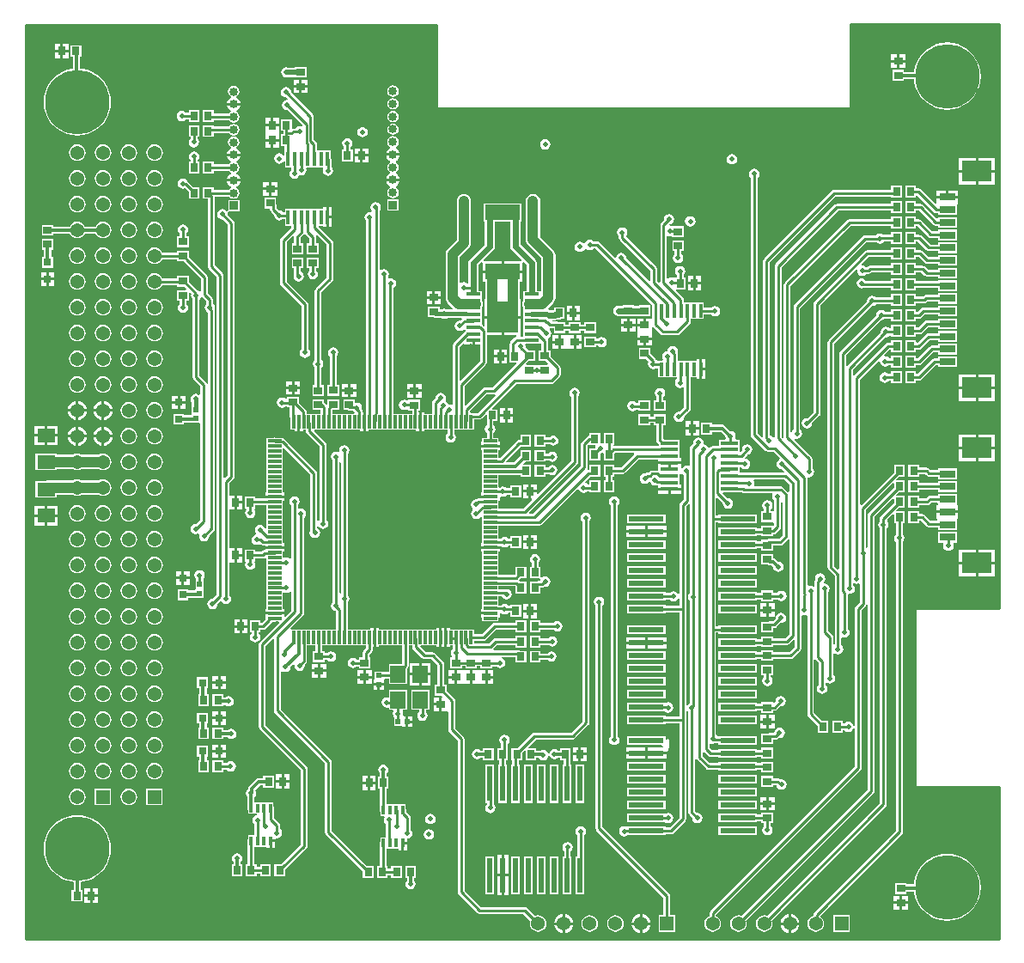
<source format=gtl>
G04*
G04 #@! TF.GenerationSoftware,Altium Limited,Altium Designer,21.8.1 (53)*
G04*
G04 Layer_Physical_Order=1*
G04 Layer_Color=255*
%FSLAX25Y25*%
%MOIN*%
G70*
G04*
G04 #@! TF.SameCoordinates,8B24C30A-C4EC-4A74-8174-4ADAFF134E48*
G04*
G04*
G04 #@! TF.FilePolarity,Positive*
G04*
G01*
G75*
%ADD15C,0.01000*%
%ADD19R,0.01181X0.03543*%
%ADD20R,0.11811X0.08268*%
%ADD21R,0.06299X0.03150*%
%ADD22R,0.03150X0.03543*%
%ADD23R,0.13465X0.05866*%
%ADD24R,0.01378X0.05512*%
%ADD25R,0.03543X0.03150*%
%ADD26R,0.02165X0.02165*%
%ADD27R,0.03150X0.03150*%
%ADD28R,0.05512X0.01378*%
%ADD29R,0.03150X0.03150*%
%ADD30R,0.13780X0.02362*%
%ADD31R,0.02362X0.13780*%
%ADD32R,0.01378X0.05315*%
%ADD33R,0.05315X0.01378*%
%ADD34R,0.02165X0.02165*%
%ADD35R,0.05906X0.06693*%
%ADD36R,0.07008X0.01654*%
%ADD37R,0.07087X0.05512*%
%ADD46R,0.12008X0.12008*%
%ADD62C,0.01968*%
%ADD63C,0.01181*%
%ADD64C,0.02362*%
%ADD65C,0.01575*%
%ADD66C,0.03937*%
%ADD67C,0.03347*%
%ADD68R,0.03347X0.03347*%
%ADD69C,0.05394*%
%ADD70R,0.05394X0.05394*%
%ADD71R,0.05394X0.05394*%
%ADD72C,0.25000*%
%ADD73C,0.01968*%
G36*
X377559Y128121D02*
X344943D01*
Y59055D01*
X377559D01*
Y0D01*
X0D01*
Y354724D01*
X159449D01*
Y322342D01*
X319882D01*
Y355000D01*
X377559Y355000D01*
X377559Y128121D01*
D02*
G37*
%LPC*%
G36*
X16551Y347260D02*
X14476D01*
Y344988D01*
X16551D01*
Y347260D01*
D02*
G37*
G36*
X13476D02*
X11402D01*
Y344988D01*
X13476D01*
Y347260D01*
D02*
G37*
G36*
X16551Y343988D02*
X14476D01*
Y341717D01*
X16551D01*
Y343988D01*
D02*
G37*
G36*
X13476D02*
X11402D01*
Y341717D01*
X13476D01*
Y343988D01*
D02*
G37*
G36*
X341354Y343126D02*
X339083D01*
Y341051D01*
X341354D01*
Y343126D01*
D02*
G37*
G36*
X338083D02*
X335811D01*
Y341051D01*
X338083D01*
Y343126D01*
D02*
G37*
G36*
X108965Y338295D02*
X104421D01*
Y338027D01*
X102049D01*
X101955Y338090D01*
X101181Y338244D01*
X100407Y338090D01*
X99751Y337651D01*
X99312Y336995D01*
X99158Y336221D01*
X99312Y335446D01*
X99751Y334790D01*
X100407Y334351D01*
X101181Y334197D01*
X101955Y334351D01*
X102049Y334414D01*
X104421D01*
Y334146D01*
X108965D01*
Y338295D01*
D02*
G37*
G36*
X341354Y340051D02*
X339083D01*
Y337976D01*
X341354D01*
Y340051D01*
D02*
G37*
G36*
X338083D02*
X335811D01*
Y337976D01*
X338083D01*
Y340051D01*
D02*
G37*
G36*
X357559Y347765D02*
X355519Y347604D01*
X353529Y347126D01*
X351639Y346343D01*
X349894Y345274D01*
X348338Y343945D01*
X347009Y342389D01*
X345940Y340645D01*
X345157Y338754D01*
X344679Y336764D01*
X344642Y336287D01*
X340854D01*
Y337114D01*
X336311D01*
Y332965D01*
X340854D01*
Y333477D01*
X344617D01*
X344679Y332684D01*
X345157Y330695D01*
X345940Y328804D01*
X347009Y327060D01*
X348338Y325504D01*
X349894Y324175D01*
X351639Y323106D01*
X353529Y322322D01*
X355519Y321845D01*
X357559Y321684D01*
X359599Y321845D01*
X361589Y322322D01*
X363479Y323106D01*
X365224Y324175D01*
X366780Y325504D01*
X368109Y327060D01*
X369178Y328804D01*
X369961Y330695D01*
X370439Y332684D01*
X370599Y334724D01*
X370439Y336764D01*
X369961Y338754D01*
X369178Y340645D01*
X368109Y342389D01*
X366780Y343945D01*
X365224Y345274D01*
X363479Y346343D01*
X361589Y347126D01*
X359599Y347604D01*
X357559Y347765D01*
D02*
G37*
G36*
X109465Y333283D02*
X107193D01*
Y331209D01*
X109465D01*
Y333283D01*
D02*
G37*
G36*
X106193D02*
X103921D01*
Y331209D01*
X106193D01*
Y333283D01*
D02*
G37*
G36*
X109465Y330209D02*
X107193D01*
Y328134D01*
X109465D01*
Y330209D01*
D02*
G37*
G36*
X142520Y331153D02*
X141672Y330984D01*
X140953Y330504D01*
X140473Y329785D01*
X140304Y328937D01*
X140473Y328089D01*
X140953Y327370D01*
X141672Y326890D01*
X142520Y326721D01*
X143368Y326890D01*
X144087Y327370D01*
X144567Y328089D01*
X144736Y328937D01*
X144567Y329785D01*
X144087Y330504D01*
X143368Y330984D01*
X142520Y331153D01*
D02*
G37*
G36*
X80709Y330956D02*
X79861Y330787D01*
X79142Y330307D01*
X78662Y329588D01*
X78493Y328740D01*
X78662Y327892D01*
X79142Y327173D01*
X79667Y326822D01*
X79634Y326267D01*
X79361Y326154D01*
X78802Y325726D01*
X78374Y325167D01*
X78104Y324517D01*
X78078Y324319D01*
X80709D01*
X83339D01*
X83313Y324517D01*
X83044Y325167D01*
X82615Y325726D01*
X82057Y326154D01*
X81783Y326267D01*
X81750Y326822D01*
X82275Y327173D01*
X82756Y327892D01*
X82924Y328740D01*
X82756Y329588D01*
X82275Y330307D01*
X81557Y330787D01*
X80709Y330956D01*
D02*
G37*
G36*
X142520Y326232D02*
X141672Y326063D01*
X140953Y325583D01*
X140473Y324864D01*
X140304Y324016D01*
X140473Y323168D01*
X140953Y322449D01*
X141672Y321969D01*
X142520Y321800D01*
X143368Y321969D01*
X144087Y322449D01*
X144567Y323168D01*
X144736Y324016D01*
X144567Y324864D01*
X144087Y325583D01*
X143368Y326063D01*
X142520Y326232D01*
D02*
G37*
G36*
X67429Y321563D02*
X63279D01*
Y320604D01*
X62139D01*
X62060Y320722D01*
X61404Y321161D01*
X60630Y321315D01*
X59856Y321161D01*
X59199Y320722D01*
X58761Y320065D01*
X58607Y319291D01*
X58761Y318517D01*
X59199Y317861D01*
X59856Y317422D01*
X60630Y317268D01*
X61404Y317422D01*
X62060Y317861D01*
X62139Y317979D01*
X63279D01*
Y317020D01*
X67429D01*
Y321563D01*
D02*
G37*
G36*
X83339Y323319D02*
X80709D01*
X78078D01*
X78104Y323121D01*
X78374Y322471D01*
X78802Y321912D01*
X79361Y321484D01*
X79634Y321371D01*
X79667Y320815D01*
X79142Y320464D01*
X78972Y320210D01*
X72941D01*
Y321563D01*
X68791D01*
Y317020D01*
X72941D01*
Y317585D01*
X78972D01*
X79142Y317331D01*
X79861Y316850D01*
X80709Y316682D01*
X81557Y316850D01*
X82275Y317331D01*
X82756Y318050D01*
X82924Y318898D01*
X82756Y319746D01*
X82275Y320464D01*
X81750Y320815D01*
X81783Y321371D01*
X82057Y321484D01*
X82615Y321912D01*
X83044Y322471D01*
X83313Y323121D01*
X83339Y323319D01*
D02*
G37*
G36*
X142520Y321310D02*
X141672Y321142D01*
X140953Y320661D01*
X140473Y319942D01*
X140304Y319094D01*
X140473Y318247D01*
X140953Y317528D01*
X141672Y317047D01*
X142520Y316879D01*
X143368Y317047D01*
X144087Y317528D01*
X144567Y318247D01*
X144736Y319094D01*
X144567Y319942D01*
X144087Y320661D01*
X143368Y321142D01*
X142520Y321310D01*
D02*
G37*
G36*
X98244Y318520D02*
X96169D01*
Y316248D01*
X98244D01*
Y318520D01*
D02*
G37*
G36*
X95169D02*
X93094D01*
Y316248D01*
X95169D01*
Y318520D01*
D02*
G37*
G36*
X80709Y316192D02*
X79861Y316023D01*
X79142Y315543D01*
X78972Y315289D01*
X72941D01*
Y315657D01*
X68791D01*
Y311114D01*
X72941D01*
Y312664D01*
X78972D01*
X79142Y312410D01*
X79861Y311929D01*
X80709Y311761D01*
X81557Y311929D01*
X82275Y312410D01*
X82756Y313128D01*
X82924Y313976D01*
X82756Y314824D01*
X82275Y315543D01*
X81557Y316023D01*
X80709Y316192D01*
D02*
G37*
G36*
X101000Y330523D02*
X100226Y330369D01*
X99569Y329931D01*
X99131Y329274D01*
X98977Y328500D01*
X99131Y327726D01*
X99569Y327069D01*
X100226Y326631D01*
X101000Y326477D01*
X101139Y326505D01*
X101638Y326005D01*
X101563Y325743D01*
X101428Y325509D01*
X100726Y325369D01*
X100069Y324931D01*
X99631Y324274D01*
X99477Y323500D01*
X99631Y322726D01*
X100069Y322069D01*
X100726Y321631D01*
X101500Y321477D01*
X101639Y321505D01*
X107424Y315720D01*
X107392Y315500D01*
X107278Y315407D01*
X106841Y315198D01*
X106213Y315323D01*
X105439Y315169D01*
X104783Y314731D01*
X104580Y314427D01*
X103745D01*
X103642Y314407D01*
X103256Y314724D01*
Y318020D01*
X99106D01*
Y313476D01*
X99869D01*
Y312114D01*
X99106D01*
Y307571D01*
X100459D01*
Y304184D01*
X99959Y304032D01*
X99856Y304187D01*
X99199Y304625D01*
X98425Y304779D01*
X97651Y304625D01*
X96995Y304187D01*
X96556Y303530D01*
X96402Y302756D01*
X96556Y301982D01*
X96995Y301325D01*
X97651Y300887D01*
X98425Y300733D01*
X99199Y300887D01*
X99856Y301325D01*
X100083Y301665D01*
X100583Y301513D01*
Y299402D01*
X102961D01*
X103004Y298919D01*
Y298393D01*
X102871Y298304D01*
X102433Y297648D01*
X102279Y296874D01*
X102433Y296099D01*
X102871Y295443D01*
X103528Y295005D01*
X104302Y294851D01*
X105076Y295005D01*
X105732Y295443D01*
X106171Y296099D01*
X106220Y296348D01*
X106944Y296204D01*
X107718Y296358D01*
X108374Y296797D01*
X108813Y297453D01*
X108967Y298227D01*
X108833Y298902D01*
X109101Y299402D01*
X110638D01*
Y299402D01*
X110819D01*
Y299402D01*
X112878D01*
X113197Y299402D01*
X113697Y299402D01*
X115251D01*
X115518Y298902D01*
X115454Y298806D01*
X115300Y298031D01*
X115454Y297257D01*
X115892Y296601D01*
X116549Y296162D01*
X117323Y296008D01*
X118097Y296162D01*
X118753Y296601D01*
X119192Y297257D01*
X119346Y298031D01*
X119192Y298806D01*
X118753Y299462D01*
X118537Y299607D01*
Y302559D01*
X118437Y303061D01*
X118315Y303244D01*
Y305913D01*
X116256D01*
X115937Y305913D01*
X115437Y305913D01*
X113697D01*
X113378Y305913D01*
X113131Y306311D01*
Y308181D01*
X113032Y308683D01*
X112747Y309109D01*
X111820Y310036D01*
Y318992D01*
X111721Y319494D01*
X111436Y319920D01*
X103582Y327774D01*
X103930Y328134D01*
X104418Y328134D01*
X106193D01*
Y330209D01*
X103921D01*
Y328634D01*
X103921Y328142D01*
X103562Y327795D01*
X102996Y328361D01*
X103023Y328500D01*
X102869Y329274D01*
X102431Y329931D01*
X101774Y330369D01*
X101000Y330523D01*
D02*
G37*
G36*
X142520Y316389D02*
X141672Y316220D01*
X140953Y315740D01*
X140473Y315021D01*
X140304Y314173D01*
X140473Y313325D01*
X140953Y312606D01*
X141672Y312126D01*
X142520Y311957D01*
X143368Y312126D01*
X144087Y312606D01*
X144567Y313325D01*
X144736Y314173D01*
X144567Y315021D01*
X144087Y315740D01*
X143368Y316220D01*
X142520Y316389D01*
D02*
G37*
G36*
X21563Y346760D02*
X17413D01*
Y342216D01*
X18339D01*
Y337634D01*
X17960Y337604D01*
X15970Y337126D01*
X14080Y336343D01*
X12335Y335274D01*
X10779Y333945D01*
X9450Y332389D01*
X8381Y330644D01*
X7598Y328754D01*
X7120Y326764D01*
X6960Y324724D01*
X7120Y322685D01*
X7598Y320695D01*
X8381Y318804D01*
X9450Y317060D01*
X10779Y315504D01*
X12335Y314175D01*
X14080Y313106D01*
X15970Y312322D01*
X17960Y311845D01*
X20000Y311684D01*
X22040Y311845D01*
X24030Y312322D01*
X25920Y313106D01*
X27665Y314175D01*
X29221Y315504D01*
X30550Y317060D01*
X31619Y318804D01*
X32402Y320695D01*
X32880Y322685D01*
X33040Y324724D01*
X32880Y326764D01*
X32402Y328754D01*
X31619Y330644D01*
X30550Y332389D01*
X29221Y333945D01*
X27665Y335274D01*
X25920Y336343D01*
X24030Y337126D01*
X22040Y337604D01*
X21149Y337674D01*
Y342216D01*
X21563D01*
Y346760D01*
D02*
G37*
G36*
X130709Y315015D02*
X129934Y314861D01*
X129278Y314423D01*
X128840Y313766D01*
X128685Y312992D01*
X128840Y312218D01*
X129278Y311562D01*
X129934Y311123D01*
X130709Y310969D01*
X131483Y311123D01*
X132139Y311562D01*
X132578Y312218D01*
X132732Y312992D01*
X132578Y313766D01*
X132139Y314423D01*
X131483Y314861D01*
X130709Y315015D01*
D02*
G37*
G36*
X98244Y315248D02*
X95669D01*
X93094D01*
Y313114D01*
X93094Y312614D01*
X93094Y312476D01*
Y310343D01*
X95669D01*
X98244D01*
Y312476D01*
X98244Y312976D01*
X98244Y313114D01*
Y315248D01*
D02*
G37*
G36*
X67429Y315657D02*
X63279D01*
Y311114D01*
X63986D01*
Y310610D01*
X63868Y310531D01*
X63430Y309875D01*
X63276Y309101D01*
X63430Y308327D01*
X63868Y307670D01*
X64525Y307232D01*
X65299Y307078D01*
X66073Y307232D01*
X66730Y307670D01*
X67168Y308327D01*
X67322Y309101D01*
X67168Y309875D01*
X66730Y310531D01*
X66612Y310610D01*
Y311114D01*
X67429D01*
Y315657D01*
D02*
G37*
G36*
X98244Y309343D02*
X96169D01*
Y307071D01*
X98244D01*
Y309343D01*
D02*
G37*
G36*
X95169D02*
X93094D01*
Y307071D01*
X95169D01*
Y309343D01*
D02*
G37*
G36*
X201575Y310291D02*
X200801Y310137D01*
X200144Y309698D01*
X199706Y309042D01*
X199552Y308268D01*
X199706Y307493D01*
X200144Y306837D01*
X200801Y306399D01*
X201575Y306245D01*
X202349Y306399D01*
X203005Y306837D01*
X203444Y307493D01*
X203598Y308268D01*
X203444Y309042D01*
X203005Y309698D01*
X202349Y310137D01*
X201575Y310291D01*
D02*
G37*
G36*
X142520Y311468D02*
X141672Y311299D01*
X140953Y310819D01*
X140473Y310100D01*
X140304Y309252D01*
X140473Y308404D01*
X140953Y307685D01*
X141478Y307334D01*
X141445Y306779D01*
X141172Y306666D01*
X140613Y306237D01*
X140185Y305679D01*
X139915Y305029D01*
X139889Y304831D01*
X142520D01*
X145150D01*
X145124Y305029D01*
X144855Y305679D01*
X144426Y306237D01*
X143868Y306666D01*
X143595Y306779D01*
X143561Y307334D01*
X144087Y307685D01*
X144567Y308404D01*
X144736Y309252D01*
X144567Y310100D01*
X144087Y310819D01*
X143368Y311299D01*
X142520Y311468D01*
D02*
G37*
G36*
X80709Y311271D02*
X79861Y311102D01*
X79142Y310622D01*
X78662Y309903D01*
X78493Y309055D01*
X78662Y308207D01*
X79142Y307488D01*
X79667Y307137D01*
X79634Y306582D01*
X79361Y306469D01*
X78802Y306040D01*
X78374Y305482D01*
X78104Y304832D01*
X78078Y304634D01*
X80709D01*
X83339D01*
X83313Y304832D01*
X83044Y305482D01*
X82615Y306040D01*
X82057Y306469D01*
X81783Y306582D01*
X81750Y307137D01*
X82275Y307488D01*
X82756Y308207D01*
X82924Y309055D01*
X82756Y309903D01*
X82275Y310622D01*
X81557Y311102D01*
X80709Y311271D01*
D02*
G37*
G36*
X132890Y306709D02*
X130815D01*
Y304437D01*
X132890D01*
Y306709D01*
D02*
G37*
G36*
X129815D02*
X127740D01*
Y304437D01*
X129815D01*
Y306709D01*
D02*
G37*
G36*
X50000Y308224D02*
X49165Y308115D01*
X48388Y307792D01*
X47720Y307280D01*
X47208Y306612D01*
X46885Y305835D01*
X46776Y305000D01*
X46885Y304166D01*
X47208Y303388D01*
X47720Y302720D01*
X48388Y302207D01*
X49165Y301885D01*
X50000Y301776D01*
X50835Y301885D01*
X51612Y302207D01*
X52280Y302720D01*
X52793Y303388D01*
X53115Y304166D01*
X53224Y305000D01*
X53115Y305835D01*
X52793Y306612D01*
X52280Y307280D01*
X51612Y307792D01*
X50835Y308115D01*
X50000Y308224D01*
D02*
G37*
G36*
X40000D02*
X39165Y308115D01*
X38388Y307792D01*
X37720Y307280D01*
X37208Y306612D01*
X36885Y305835D01*
X36776Y305000D01*
X36885Y304166D01*
X37208Y303388D01*
X37720Y302720D01*
X38388Y302207D01*
X39165Y301885D01*
X40000Y301776D01*
X40835Y301885D01*
X41612Y302207D01*
X42280Y302720D01*
X42792Y303388D01*
X43115Y304166D01*
X43224Y305000D01*
X43115Y305835D01*
X42792Y306612D01*
X42280Y307280D01*
X41612Y307792D01*
X40835Y308115D01*
X40000Y308224D01*
D02*
G37*
G36*
X30000D02*
X29166Y308115D01*
X28388Y307792D01*
X27720Y307280D01*
X27208Y306612D01*
X26885Y305835D01*
X26776Y305000D01*
X26885Y304166D01*
X27208Y303388D01*
X27720Y302720D01*
X28388Y302207D01*
X29166Y301885D01*
X30000Y301776D01*
X30835Y301885D01*
X31612Y302207D01*
X32280Y302720D01*
X32792Y303388D01*
X33115Y304166D01*
X33224Y305000D01*
X33115Y305835D01*
X32792Y306612D01*
X32280Y307280D01*
X31612Y307792D01*
X30835Y308115D01*
X30000Y308224D01*
D02*
G37*
G36*
X20000D02*
X19165Y308115D01*
X18388Y307792D01*
X17720Y307280D01*
X17208Y306612D01*
X16885Y305835D01*
X16776Y305000D01*
X16885Y304166D01*
X17208Y303388D01*
X17720Y302720D01*
X18388Y302207D01*
X19165Y301885D01*
X20000Y301776D01*
X20835Y301885D01*
X21612Y302207D01*
X22280Y302720D01*
X22793Y303388D01*
X23115Y304166D01*
X23224Y305000D01*
X23115Y305835D01*
X22793Y306612D01*
X22280Y307280D01*
X21612Y307792D01*
X20835Y308115D01*
X20000Y308224D01*
D02*
G37*
G36*
X124803Y310684D02*
X124029Y310530D01*
X123373Y310092D01*
X122934Y309436D01*
X122780Y308661D01*
X122934Y307887D01*
X123373Y307231D01*
X123491Y307152D01*
Y306209D01*
X122728D01*
Y301665D01*
X126878D01*
Y306209D01*
X126116D01*
Y307152D01*
X126234Y307231D01*
X126672Y307887D01*
X126826Y308661D01*
X126672Y309436D01*
X126234Y310092D01*
X125577Y310530D01*
X124803Y310684D01*
D02*
G37*
G36*
X132890Y303437D02*
X130815D01*
Y301165D01*
X132890D01*
Y303437D01*
D02*
G37*
G36*
X129815D02*
X127740D01*
Y301165D01*
X129815D01*
Y303437D01*
D02*
G37*
G36*
X83339Y303634D02*
X80709D01*
X78078D01*
X78104Y303436D01*
X78374Y302786D01*
X78802Y302227D01*
X79361Y301799D01*
X79634Y301686D01*
X79667Y301131D01*
X79142Y300779D01*
X78972Y300525D01*
X72941D01*
Y301484D01*
X68791D01*
Y296941D01*
X72941D01*
Y297900D01*
X78972D01*
X79142Y297646D01*
X79667Y297295D01*
X79634Y296740D01*
X79361Y296626D01*
X78802Y296198D01*
X78374Y295639D01*
X78104Y294989D01*
X78078Y294791D01*
X80709D01*
X83339D01*
X83313Y294989D01*
X83044Y295639D01*
X82615Y296198D01*
X82057Y296626D01*
X81783Y296740D01*
X81750Y297295D01*
X82275Y297646D01*
X82756Y298365D01*
X82924Y299213D01*
X82756Y300061D01*
X82275Y300779D01*
X81750Y301131D01*
X81783Y301686D01*
X82057Y301799D01*
X82615Y302227D01*
X83044Y302786D01*
X83313Y303436D01*
X83339Y303634D01*
D02*
G37*
G36*
X274000Y304523D02*
X273226Y304369D01*
X272569Y303931D01*
X272131Y303274D01*
X271977Y302500D01*
X272131Y301726D01*
X272569Y301069D01*
X273226Y300631D01*
X274000Y300477D01*
X274774Y300631D01*
X275431Y301069D01*
X275869Y301726D01*
X276023Y302500D01*
X275869Y303274D01*
X275431Y303931D01*
X274774Y304369D01*
X274000Y304523D01*
D02*
G37*
G36*
X376000Y303024D02*
X369595D01*
Y298390D01*
X376000D01*
Y303024D01*
D02*
G37*
G36*
X368595D02*
X362189D01*
Y298390D01*
X368595D01*
Y303024D01*
D02*
G37*
G36*
X65354Y305566D02*
X64580Y305412D01*
X63924Y304974D01*
X63485Y304317D01*
X63331Y303543D01*
X63485Y302769D01*
X63924Y302113D01*
X64042Y302034D01*
Y301484D01*
X63279D01*
Y296941D01*
X67429D01*
Y301484D01*
X66667D01*
Y302034D01*
X66785Y302113D01*
X67224Y302769D01*
X67377Y303543D01*
X67224Y304317D01*
X66785Y304974D01*
X66128Y305412D01*
X65354Y305566D01*
D02*
G37*
G36*
X145150Y303831D02*
X142520D01*
X139889D01*
X139915Y303633D01*
X140185Y302983D01*
X140613Y302424D01*
X141172Y301996D01*
X141445Y301883D01*
X141478Y301327D01*
X140953Y300976D01*
X140473Y300257D01*
X140304Y299410D01*
X140473Y298562D01*
X140953Y297843D01*
X141478Y297492D01*
X141445Y296936D01*
X141172Y296823D01*
X140613Y296395D01*
X140185Y295836D01*
X139915Y295186D01*
X139889Y294988D01*
X142520D01*
X145150D01*
X145124Y295186D01*
X144855Y295836D01*
X144426Y296395D01*
X143868Y296823D01*
X143595Y296936D01*
X143561Y297492D01*
X144087Y297843D01*
X144567Y298562D01*
X144736Y299410D01*
X144567Y300257D01*
X144087Y300976D01*
X143561Y301327D01*
X143595Y301883D01*
X143868Y301996D01*
X144426Y302424D01*
X144855Y302983D01*
X145124Y303633D01*
X145150Y303831D01*
D02*
G37*
G36*
X376000Y297390D02*
X369595D01*
Y292756D01*
X376000D01*
Y297390D01*
D02*
G37*
G36*
X368595D02*
X362189D01*
Y292756D01*
X368595D01*
Y297390D01*
D02*
G37*
G36*
X50000Y298224D02*
X49165Y298115D01*
X48388Y297793D01*
X47720Y297280D01*
X47208Y296612D01*
X46885Y295834D01*
X46776Y295000D01*
X46885Y294165D01*
X47208Y293388D01*
X47720Y292720D01*
X48388Y292208D01*
X49165Y291885D01*
X50000Y291776D01*
X50835Y291885D01*
X51612Y292208D01*
X52280Y292720D01*
X52793Y293388D01*
X53115Y294165D01*
X53224Y295000D01*
X53115Y295834D01*
X52793Y296612D01*
X52280Y297280D01*
X51612Y297793D01*
X50835Y298115D01*
X50000Y298224D01*
D02*
G37*
G36*
X40000D02*
X39165Y298115D01*
X38388Y297793D01*
X37720Y297280D01*
X37208Y296612D01*
X36885Y295834D01*
X36776Y295000D01*
X36885Y294165D01*
X37208Y293388D01*
X37720Y292720D01*
X38388Y292208D01*
X39165Y291885D01*
X40000Y291776D01*
X40835Y291885D01*
X41612Y292208D01*
X42280Y292720D01*
X42792Y293388D01*
X43115Y294165D01*
X43224Y295000D01*
X43115Y295834D01*
X42792Y296612D01*
X42280Y297280D01*
X41612Y297793D01*
X40835Y298115D01*
X40000Y298224D01*
D02*
G37*
G36*
X30000D02*
X29166Y298115D01*
X28388Y297793D01*
X27720Y297280D01*
X27208Y296612D01*
X26885Y295834D01*
X26776Y295000D01*
X26885Y294165D01*
X27208Y293388D01*
X27720Y292720D01*
X28388Y292208D01*
X29166Y291885D01*
X30000Y291776D01*
X30835Y291885D01*
X31612Y292208D01*
X32280Y292720D01*
X32792Y293388D01*
X33115Y294165D01*
X33224Y295000D01*
X33115Y295834D01*
X32792Y296612D01*
X32280Y297280D01*
X31612Y297793D01*
X30835Y298115D01*
X30000Y298224D01*
D02*
G37*
G36*
X20000D02*
X19165Y298115D01*
X18388Y297793D01*
X17720Y297280D01*
X17208Y296612D01*
X16885Y295834D01*
X16776Y295000D01*
X16885Y294165D01*
X17208Y293388D01*
X17720Y292720D01*
X18388Y292208D01*
X19165Y291885D01*
X20000Y291776D01*
X20835Y291885D01*
X21612Y292208D01*
X22280Y292720D01*
X22793Y293388D01*
X23115Y294165D01*
X23224Y295000D01*
X23115Y295834D01*
X22793Y296612D01*
X22280Y297280D01*
X21612Y297793D01*
X20835Y298115D01*
X20000Y298224D01*
D02*
G37*
G36*
X97654Y293520D02*
X95382D01*
Y291445D01*
X97654D01*
Y293520D01*
D02*
G37*
G36*
X94382D02*
X92110D01*
Y291445D01*
X94382D01*
Y293520D01*
D02*
G37*
G36*
X83339Y293791D02*
X80709D01*
X78078D01*
X78104Y293594D01*
X78374Y292943D01*
X78802Y292385D01*
X79361Y291956D01*
X79634Y291843D01*
X79667Y291288D01*
X79142Y290937D01*
X78972Y290683D01*
X72941D01*
Y291642D01*
X68791D01*
Y287098D01*
X70628D01*
Y260959D01*
X70728Y260457D01*
X71013Y260031D01*
X74187Y256856D01*
Y133524D01*
X72580Y131917D01*
X72441Y131944D01*
X71667Y131790D01*
X71010Y131352D01*
X70572Y130695D01*
X70418Y129921D01*
X70572Y129147D01*
X71010Y128491D01*
X71667Y128052D01*
X72441Y127898D01*
X73215Y128052D01*
X73871Y128491D01*
X74310Y129147D01*
X74464Y129921D01*
X74436Y130060D01*
X75397Y131021D01*
X75984Y130901D01*
X76292Y130440D01*
X76948Y130001D01*
X77722Y129847D01*
X78497Y130001D01*
X79153Y130440D01*
X79592Y131096D01*
X79746Y131870D01*
X79592Y132644D01*
X79153Y133301D01*
X79013Y133395D01*
Y146047D01*
X80996D01*
Y148819D01*
Y151591D01*
X79013D01*
Y166520D01*
X80996D01*
Y169291D01*
Y172063D01*
X79013D01*
Y176756D01*
X80728Y178472D01*
X81013Y178898D01*
X81113Y179400D01*
Y277680D01*
X81013Y278183D01*
X80728Y278608D01*
X78373Y280963D01*
X78401Y281102D01*
X78297Y281624D01*
X78247Y281877D01*
X78271Y281922D01*
X78247Y281877D01*
X78259Y281817D01*
X78326Y282004D01*
X78574Y282267D01*
X78887Y282276D01*
X79007Y282276D01*
X82882D01*
Y286622D01*
X78535D01*
X78535Y282738D01*
X78040Y282335D01*
X77927Y282356D01*
X77808Y282533D01*
X77152Y282972D01*
X76378Y283125D01*
X75604Y282972D01*
X74947Y282533D01*
X74509Y281877D01*
X74355Y281102D01*
X74509Y280328D01*
X74947Y279672D01*
X75604Y279233D01*
X76378Y279079D01*
X76517Y279107D01*
X78487Y277137D01*
Y179944D01*
X77275Y178731D01*
X76813Y178922D01*
Y257400D01*
X76713Y257902D01*
X76428Y258328D01*
X73254Y261503D01*
Y288057D01*
X78972D01*
X79142Y287803D01*
X79861Y287323D01*
X80709Y287154D01*
X81557Y287323D01*
X82275Y287803D01*
X82756Y288522D01*
X82924Y289370D01*
X82756Y290218D01*
X82275Y290937D01*
X81750Y291288D01*
X81783Y291843D01*
X82057Y291956D01*
X82615Y292385D01*
X83044Y292943D01*
X83313Y293594D01*
X83339Y293791D01*
D02*
G37*
G36*
X97654Y290445D02*
X95382D01*
Y288370D01*
X97654D01*
Y290445D01*
D02*
G37*
G36*
X94382D02*
X92110D01*
Y288370D01*
X94382D01*
Y290445D01*
D02*
G37*
G36*
X361827Y290425D02*
X358177D01*
Y288350D01*
X361827D01*
Y290425D01*
D02*
G37*
G36*
X357177D02*
X353528D01*
Y288350D01*
X357177D01*
Y290425D01*
D02*
G37*
G36*
X282677Y298873D02*
X281903Y298720D01*
X281247Y298281D01*
X280808Y297625D01*
X280654Y296850D01*
X280808Y296076D01*
X281247Y295420D01*
X281365Y295341D01*
Y195577D01*
X281465Y195075D01*
X281749Y194649D01*
X286990Y189408D01*
X287416Y189124D01*
X287918Y189024D01*
X290192D01*
X292609Y186607D01*
X292446Y186063D01*
X291877Y185682D01*
X291438Y185026D01*
X291284Y184252D01*
X291438Y183478D01*
X291877Y182821D01*
X292533Y182383D01*
X293307Y182229D01*
X293446Y182256D01*
X294302Y181401D01*
X294111Y180939D01*
X276996D01*
Y182980D01*
X277496Y183132D01*
X277703Y182821D01*
X278360Y182383D01*
X279134Y182229D01*
X279908Y182383D01*
X280564Y182821D01*
X281003Y183478D01*
X281157Y184252D01*
X281003Y185026D01*
X280564Y185682D01*
X279908Y186121D01*
X279347Y186233D01*
X279158Y186751D01*
X279704Y187297D01*
X279989Y187723D01*
X280017Y187863D01*
X280040Y187886D01*
X280696Y188017D01*
X281352Y188455D01*
X281790Y189112D01*
X281944Y189886D01*
X281790Y190660D01*
X281352Y191316D01*
X280696Y191755D01*
X279921Y191909D01*
X279147Y191755D01*
X278491Y191316D01*
X278052Y190660D01*
X277898Y189886D01*
X277969Y189528D01*
X277848Y189407D01*
X277563Y188981D01*
X277054Y188984D01*
X276996Y189008D01*
Y193748D01*
X275626D01*
X275367Y194160D01*
X275374Y194248D01*
X275523Y195000D01*
X275369Y195774D01*
X274931Y196431D01*
X274274Y196869D01*
X273500Y197023D01*
X273470Y197017D01*
X271462Y199025D01*
X271006Y199329D01*
X270468Y199436D01*
X266248D01*
Y200303D01*
X262098D01*
Y195760D01*
X266248D01*
Y196626D01*
X269886D01*
X271483Y195030D01*
X271477Y195000D01*
X271626Y194248D01*
X271633Y194160D01*
X271374Y193748D01*
X268988D01*
Y191175D01*
X266664D01*
X266162Y191075D01*
X265736Y190790D01*
X265438Y190493D01*
X264894Y190656D01*
X264514Y191225D01*
X263857Y191664D01*
X263385Y191758D01*
X262977Y192268D01*
X263023Y192500D01*
X262869Y193274D01*
X262431Y193931D01*
X261774Y194369D01*
X261000Y194523D01*
X260226Y194369D01*
X259569Y193931D01*
X259131Y193274D01*
X258977Y192500D01*
X259048Y192142D01*
X258088Y191182D01*
X257803Y190756D01*
X257703Y190254D01*
Y183805D01*
X257203Y183535D01*
X256532Y183669D01*
X255757Y183515D01*
X255101Y183076D01*
X254847Y182695D01*
X254346Y182847D01*
Y184244D01*
X245339D01*
Y181926D01*
X245124Y181750D01*
X243066D01*
X242563Y181650D01*
X242137Y181365D01*
X241711Y180939D01*
X241307D01*
X240804Y180839D01*
X240399Y180568D01*
X240254Y180597D01*
X239480Y180443D01*
X238824Y180004D01*
X238385Y179348D01*
X238231Y178574D01*
X238385Y177799D01*
X238824Y177143D01*
X239480Y176705D01*
X240254Y176550D01*
X241029Y176705D01*
X241685Y177143D01*
X241744Y177231D01*
X242268Y177115D01*
X242664Y176522D01*
X243320Y176084D01*
X244094Y175930D01*
X244839Y176078D01*
X244889Y176078D01*
X245339Y175949D01*
Y175008D01*
X254346D01*
Y176335D01*
X253847D01*
Y180358D01*
X254346D01*
Y180444D01*
X254847Y180596D01*
X255101Y180215D01*
X255380Y180028D01*
Y170622D01*
X254040Y169282D01*
X253756Y168857D01*
X253656Y168354D01*
Y133942D01*
X253156Y133790D01*
X252820Y134293D01*
X252164Y134732D01*
X251390Y134886D01*
X250615Y134732D01*
X249959Y134293D01*
X249880Y134175D01*
X248205D01*
Y134730D01*
X233426D01*
Y131368D01*
X248205D01*
Y131550D01*
X249880D01*
X249959Y131432D01*
X250615Y130993D01*
X251390Y130839D01*
X252164Y130993D01*
X252820Y131432D01*
X253156Y131934D01*
X253656Y131783D01*
Y129361D01*
X249540D01*
X249540Y129361D01*
X248205D01*
Y129730D01*
X233426D01*
Y126368D01*
X248205D01*
Y126736D01*
X249540D01*
X249540Y126736D01*
X253656D01*
Y86161D01*
X248205D01*
Y86530D01*
X233426D01*
Y83168D01*
X248205D01*
Y83536D01*
X253656D01*
Y47012D01*
X249905Y43261D01*
X248205D01*
Y43630D01*
X233426D01*
X233426Y43630D01*
X232926Y43628D01*
X232283Y43755D01*
X231509Y43601D01*
X230853Y43163D01*
X230414Y42507D01*
X230260Y41732D01*
X230414Y40958D01*
X230853Y40302D01*
X231509Y39863D01*
X232283Y39709D01*
X233058Y39863D01*
X233663Y40268D01*
X248205D01*
Y40636D01*
X250449D01*
X250951Y40736D01*
X251377Y41021D01*
X255897Y45540D01*
X256181Y45966D01*
X256281Y46468D01*
Y84849D01*
Y88349D01*
X256781Y88501D01*
X257069Y88069D01*
X257187Y87991D01*
Y48980D01*
X257287Y48478D01*
X257572Y48052D01*
X258634Y46990D01*
X258607Y46850D01*
X258761Y46076D01*
X259199Y45420D01*
X259856Y44981D01*
X260630Y44827D01*
X261404Y44981D01*
X262060Y45420D01*
X262499Y46076D01*
X262653Y46850D01*
X262499Y47625D01*
X262060Y48281D01*
X261404Y48719D01*
X260630Y48873D01*
X260491Y48846D01*
X259813Y49524D01*
Y69545D01*
X260277Y69854D01*
X260313Y69849D01*
X260572Y69462D01*
X264013Y66021D01*
X264439Y65736D01*
X264941Y65636D01*
X268859D01*
Y65268D01*
X283639D01*
Y65636D01*
X285524D01*
Y64461D01*
X290067D01*
Y68610D01*
X285524D01*
Y68261D01*
X283639D01*
Y68630D01*
X268859D01*
Y68261D01*
X265485D01*
X262813Y70934D01*
Y72419D01*
X263313Y72626D01*
X264918Y71021D01*
X265344Y70736D01*
X265846Y70636D01*
X268859D01*
Y70268D01*
X283639D01*
Y70636D01*
X285524D01*
Y69972D01*
X290067D01*
Y74122D01*
X285524D01*
Y73261D01*
X283639D01*
Y73630D01*
X268859D01*
Y73261D01*
X266390D01*
X265364Y74288D01*
Y75592D01*
X265864Y75862D01*
X266535Y75728D01*
X267162Y75853D01*
X268859D01*
Y75268D01*
X283639D01*
Y78630D01*
X268859D01*
Y78630D01*
X268374Y78594D01*
X268359Y78593D01*
X267966Y79182D01*
X267848Y79260D01*
Y118766D01*
X268859D01*
Y118168D01*
X283639D01*
Y121530D01*
X268859D01*
Y121391D01*
X267848D01*
Y161736D01*
X268859D01*
Y161368D01*
X283639D01*
Y164730D01*
X268859D01*
Y164361D01*
X267848D01*
Y170981D01*
X268310Y171172D01*
X270445Y169037D01*
X270418Y168898D01*
X270572Y168123D01*
X271010Y167467D01*
X271667Y167028D01*
X272441Y166875D01*
X273215Y167028D01*
X273871Y167467D01*
X274310Y168123D01*
X274464Y168898D01*
X274310Y169672D01*
X273871Y170328D01*
X273215Y170767D01*
X272441Y170921D01*
X272302Y170893D01*
X270476Y172719D01*
X270667Y173181D01*
X276996D01*
Y173195D01*
X277905D01*
X278309Y172925D01*
X278811Y172825D01*
X289573D01*
X289843Y172325D01*
X289709Y171653D01*
X289863Y170879D01*
X290302Y170223D01*
X290420Y170144D01*
Y166208D01*
X290067Y165854D01*
X289920Y165854D01*
X289108D01*
Y166601D01*
X289226Y166680D01*
X289664Y167336D01*
X289818Y168110D01*
X289664Y168884D01*
X289226Y169541D01*
X288569Y169979D01*
X287795Y170133D01*
X287021Y169979D01*
X286365Y169541D01*
X285926Y168884D01*
X285772Y168110D01*
X285926Y167336D01*
X286365Y166680D01*
X286483Y166601D01*
Y165854D01*
X285524D01*
Y161705D01*
X289920D01*
X290067Y161705D01*
X290420Y161351D01*
Y160696D01*
X290067Y160343D01*
X285524D01*
Y159361D01*
X283639D01*
Y159730D01*
X268859D01*
Y156368D01*
X283639D01*
Y156736D01*
X285524D01*
Y156193D01*
X290067D01*
Y156955D01*
X290158D01*
X290660Y157055D01*
X291086Y157340D01*
X292660Y158914D01*
X292945Y159340D01*
X293045Y159843D01*
Y169643D01*
X293069Y169661D01*
X293569Y169407D01*
Y156449D01*
X292263Y155143D01*
X288284D01*
X287782Y155043D01*
X287464Y154831D01*
X285524D01*
Y154361D01*
X283639D01*
Y154730D01*
X268859D01*
Y151368D01*
X283639D01*
Y151736D01*
X285524D01*
Y150681D01*
X290067D01*
Y152518D01*
X292807D01*
X293309Y152618D01*
X293735Y152902D01*
X295810Y154977D01*
X295825Y155000D01*
X296325Y154848D01*
Y118260D01*
X294732Y116667D01*
X290067D01*
Y117429D01*
X285524D01*
Y116161D01*
X283639D01*
Y116530D01*
X268859D01*
Y113168D01*
X283639D01*
Y113536D01*
X285524D01*
Y113279D01*
X290067D01*
Y114042D01*
X295276D01*
X295778Y114142D01*
X296204Y114426D01*
X297804Y116027D01*
X298266Y115835D01*
Y113115D01*
X296313Y111161D01*
X290067D01*
Y111917D01*
X285524D01*
Y111161D01*
X283639D01*
Y111530D01*
X268859D01*
Y108168D01*
X283639D01*
Y108536D01*
X285524D01*
Y107768D01*
X290067D01*
Y108536D01*
X296857D01*
X297359Y108636D01*
X297785Y108921D01*
X300507Y111643D01*
X300791Y112069D01*
X300891Y112571D01*
Y125400D01*
X301391Y125670D01*
X302063Y125536D01*
X302735Y125670D01*
X303235Y125400D01*
Y87185D01*
X303334Y86683D01*
X303619Y86257D01*
X307374Y82502D01*
Y80012D01*
X311524D01*
Y84555D01*
X309033D01*
X305860Y87729D01*
Y108418D01*
X306360Y108528D01*
X306572Y108211D01*
X307687Y107095D01*
Y98509D01*
X307569Y98431D01*
X307131Y97774D01*
X306977Y97000D01*
X307131Y96226D01*
X307569Y95569D01*
X308226Y95131D01*
X309000Y94977D01*
X309774Y95131D01*
X310431Y95569D01*
X310869Y96226D01*
X311023Y97000D01*
X310869Y97774D01*
X310431Y98431D01*
X310313Y98509D01*
Y99140D01*
X310813Y99407D01*
X311226Y99131D01*
X312000Y98977D01*
X312774Y99131D01*
X313431Y99569D01*
X313869Y100226D01*
X314023Y101000D01*
X313869Y101774D01*
X313431Y102431D01*
X313313Y102509D01*
Y110753D01*
X313603Y110891D01*
X313813Y110941D01*
X314426Y110531D01*
X315200Y110377D01*
X315974Y110531D01*
X316631Y110969D01*
X317069Y111626D01*
X317223Y112400D01*
X317069Y113174D01*
X316631Y113831D01*
X316513Y113909D01*
Y116738D01*
X317013Y117008D01*
X317684Y116875D01*
X318459Y117028D01*
X319115Y117467D01*
X319553Y118123D01*
X319707Y118898D01*
X319553Y119672D01*
X319115Y120328D01*
X318997Y120407D01*
Y133546D01*
X319383Y133864D01*
X319685Y133804D01*
X320459Y133958D01*
X321116Y134396D01*
X321554Y135053D01*
X321708Y135827D01*
X321554Y136601D01*
X321116Y137257D01*
X321076Y137284D01*
X321089Y137788D01*
X321500Y138006D01*
X321667Y137895D01*
X322441Y137741D01*
X323113Y137874D01*
X323613Y137605D01*
Y130469D01*
X322103Y128960D01*
X321819Y128534D01*
X321719Y128032D01*
Y82813D01*
X321219Y82764D01*
X321161Y83058D01*
X320722Y83714D01*
X320065Y84153D01*
X319291Y84307D01*
X318517Y84153D01*
X317861Y83714D01*
X317782Y83596D01*
X317035D01*
Y84555D01*
X312886D01*
Y80012D01*
X317035D01*
Y80971D01*
X317782D01*
X317861Y80853D01*
X318517Y80414D01*
X319291Y80260D01*
X320065Y80414D01*
X320722Y80853D01*
X321161Y81509D01*
X321219Y81803D01*
X321719Y81754D01*
Y66875D01*
X265607Y10764D01*
X265323Y10338D01*
X265223Y9835D01*
Y8822D01*
X264923Y8698D01*
X264255Y8185D01*
X263743Y7518D01*
X263421Y6740D01*
X263311Y5906D01*
X263421Y5071D01*
X263743Y4293D01*
X264255Y3625D01*
X264923Y3113D01*
X265701Y2791D01*
X266535Y2681D01*
X267370Y2791D01*
X268148Y3113D01*
X268815Y3625D01*
X269328Y4293D01*
X269650Y5071D01*
X269760Y5906D01*
X269650Y6740D01*
X269328Y7518D01*
X268815Y8185D01*
X268148Y8698D01*
X267848Y8822D01*
Y9292D01*
X323960Y65403D01*
X324244Y65829D01*
X324344Y66331D01*
Y127488D01*
X325853Y128997D01*
X326138Y129423D01*
X326187Y129672D01*
X326687Y129622D01*
Y57914D01*
X277670Y8896D01*
X277370Y9020D01*
X276535Y9130D01*
X275701Y9020D01*
X274923Y8698D01*
X274255Y8185D01*
X273743Y7518D01*
X273421Y6740D01*
X273311Y5906D01*
X273421Y5071D01*
X273743Y4293D01*
X274255Y3625D01*
X274923Y3113D01*
X275701Y2791D01*
X276535Y2681D01*
X277370Y2791D01*
X278148Y3113D01*
X278816Y3625D01*
X279328Y4293D01*
X279650Y5071D01*
X279760Y5906D01*
X279650Y6740D01*
X279526Y7040D01*
X328928Y56442D01*
X329213Y56868D01*
X329313Y57370D01*
Y163712D01*
X336522Y170922D01*
X336984Y170731D01*
Y169097D01*
X331749Y163861D01*
X331465Y163435D01*
X331365Y162933D01*
Y162054D01*
X330930Y161404D01*
X330776Y160630D01*
X330930Y159856D01*
X331369Y159199D01*
X331487Y159121D01*
Y52713D01*
X287670Y8896D01*
X287370Y9020D01*
X286535Y9130D01*
X285701Y9020D01*
X284923Y8698D01*
X284255Y8185D01*
X283743Y7518D01*
X283421Y6740D01*
X283311Y5906D01*
X283421Y5071D01*
X283743Y4293D01*
X284255Y3625D01*
X284923Y3113D01*
X285701Y2791D01*
X286535Y2681D01*
X287370Y2791D01*
X288148Y3113D01*
X288815Y3625D01*
X289328Y4293D01*
X289650Y5071D01*
X289760Y5906D01*
X289650Y6740D01*
X289526Y7040D01*
X333727Y51241D01*
X334012Y51667D01*
X334112Y52169D01*
Y159121D01*
X334230Y159199D01*
X334668Y159856D01*
X334822Y160630D01*
X334668Y161404D01*
X334230Y162060D01*
X334242Y162642D01*
X336522Y164922D01*
X336984Y164731D01*
Y161240D01*
X337746D01*
Y157076D01*
X337546Y156942D01*
X337107Y156286D01*
X336953Y155512D01*
X337107Y154738D01*
X337546Y154081D01*
X337746Y153947D01*
Y42003D01*
X306060Y10316D01*
X305775Y9890D01*
X305676Y9388D01*
Y9010D01*
X304923Y8698D01*
X304255Y8185D01*
X303743Y7518D01*
X303421Y6740D01*
X303311Y5906D01*
X303421Y5071D01*
X303743Y4293D01*
X304255Y3625D01*
X304923Y3113D01*
X305701Y2791D01*
X306535Y2681D01*
X307370Y2791D01*
X308148Y3113D01*
X308816Y3625D01*
X309328Y4293D01*
X309650Y5071D01*
X309760Y5906D01*
X309650Y6740D01*
X309328Y7518D01*
X308816Y8185D01*
X308501Y8427D01*
X308470Y9014D01*
X339987Y40531D01*
X340272Y40957D01*
X340372Y41459D01*
Y154058D01*
X340407Y154081D01*
X340845Y154738D01*
X341000Y155512D01*
X340845Y156286D01*
X340407Y156942D01*
X340372Y156966D01*
Y161240D01*
X341134D01*
Y165784D01*
X338037D01*
X337846Y166245D01*
X338841Y167240D01*
X341134D01*
Y171783D01*
X338037D01*
X337846Y172245D01*
X338841Y173240D01*
X341134D01*
Y177784D01*
X338037D01*
X337846Y178245D01*
X338841Y179240D01*
X341134D01*
Y183783D01*
X336984D01*
Y181096D01*
X324254Y168366D01*
X323754Y168573D01*
Y217097D01*
X330996Y224340D01*
X331457Y224094D01*
X331441Y224016D01*
X331595Y223241D01*
X332034Y222585D01*
X332690Y222147D01*
X333465Y221993D01*
X334239Y222147D01*
X334895Y222585D01*
X334974Y222703D01*
X335799D01*
Y221579D01*
X339949D01*
Y226122D01*
X335799D01*
Y225328D01*
X334974D01*
X334895Y225446D01*
X334239Y225885D01*
X333465Y226039D01*
X333387Y226023D01*
X333140Y226484D01*
X335265Y228609D01*
X335799D01*
Y227579D01*
X339949D01*
Y232122D01*
X335799D01*
Y231234D01*
X334721D01*
X334219Y231134D01*
X333793Y230849D01*
X321513Y218569D01*
X321498Y218547D01*
X320998Y218698D01*
Y220716D01*
X333719Y233438D01*
X333858Y233410D01*
X334632Y233564D01*
X335289Y234002D01*
X335299Y234018D01*
X335799Y233922D01*
Y233579D01*
X339949D01*
Y238122D01*
X335799D01*
Y236944D01*
X335299Y236848D01*
X335289Y236864D01*
X334632Y237302D01*
X333858Y237456D01*
X333084Y237302D01*
X332428Y236864D01*
X331989Y236207D01*
X331835Y235433D01*
X331863Y235294D01*
X318757Y222188D01*
X318742Y222165D01*
X318242Y222317D01*
Y226385D01*
X331861Y240005D01*
X332000Y239977D01*
X332774Y240131D01*
X333431Y240569D01*
X333509Y240687D01*
X335799D01*
Y239579D01*
X339949D01*
Y244122D01*
X335799D01*
Y243313D01*
X333509D01*
X333431Y243431D01*
X332774Y243869D01*
X332000Y244023D01*
X331226Y243869D01*
X330569Y243431D01*
X330131Y242774D01*
X329977Y242000D01*
X330005Y241861D01*
X316001Y227857D01*
X315716Y227431D01*
X315616Y226929D01*
Y143493D01*
X315155Y143302D01*
X313781Y144675D01*
Y230925D01*
X328361Y245505D01*
X328500Y245477D01*
X329274Y245631D01*
X329931Y246069D01*
X330009Y246187D01*
X335799D01*
Y245579D01*
X339949D01*
Y250122D01*
X335799D01*
Y248813D01*
X330009D01*
X329931Y248931D01*
X329274Y249369D01*
X328500Y249523D01*
X327726Y249369D01*
X327069Y248931D01*
X326631Y248274D01*
X326477Y247500D01*
X326505Y247361D01*
X311540Y232397D01*
X311256Y231971D01*
X311156Y231469D01*
Y144132D01*
X311256Y143629D01*
X311540Y143203D01*
X313887Y140856D01*
Y114356D01*
X313818Y114246D01*
X313813Y114243D01*
X313313Y114540D01*
Y117000D01*
X313213Y117502D01*
X312928Y117928D01*
X311297Y119559D01*
Y134317D01*
X311415Y134396D01*
X311853Y135053D01*
X312007Y135827D01*
X311853Y136601D01*
X311415Y137257D01*
X310758Y137696D01*
X309984Y137850D01*
X309829Y137819D01*
X309633Y138290D01*
X309698Y138333D01*
X310137Y138990D01*
X310291Y139764D01*
X310137Y140538D01*
X309698Y141194D01*
X309042Y141633D01*
X308268Y141787D01*
X307493Y141633D01*
X306837Y141194D01*
X306399Y140538D01*
X306245Y139764D01*
X306335Y139308D01*
X306287Y139236D01*
X306187Y138734D01*
Y136931D01*
X305687Y136664D01*
X305322Y136908D01*
X304547Y137063D01*
X303876Y136929D01*
X303376Y137198D01*
Y178681D01*
X303838Y179099D01*
X303937Y179079D01*
X304711Y179233D01*
X305368Y179672D01*
X305806Y180328D01*
X305960Y181102D01*
X305806Y181877D01*
X305368Y182533D01*
X305250Y182612D01*
Y186221D01*
X305150Y186723D01*
X304865Y187149D01*
X298254Y193760D01*
X298267Y193790D01*
X298549Y194172D01*
X299213Y194040D01*
X299987Y194194D01*
X300643Y194632D01*
X301082Y195289D01*
X301236Y196063D01*
X301082Y196837D01*
X300643Y197494D01*
X300525Y197572D01*
Y244732D01*
X326187Y270394D01*
X329936D01*
X330014Y270276D01*
X330671Y269838D01*
X331445Y269684D01*
X332219Y269838D01*
X332875Y270276D01*
X333050Y270538D01*
X335799D01*
Y269579D01*
X339949D01*
Y274122D01*
X335799D01*
Y273163D01*
X332837D01*
X332219Y273576D01*
X331445Y273730D01*
X330671Y273576D01*
X330014Y273137D01*
X329936Y273019D01*
X325644D01*
X325141Y272919D01*
X324716Y272635D01*
X298284Y246204D01*
X298000Y245778D01*
X297900Y245276D01*
Y197572D01*
X297782Y197494D01*
X297343Y196837D01*
X297313Y196682D01*
X296813Y196731D01*
Y253224D01*
X320126Y276538D01*
X335799D01*
Y275579D01*
X339949D01*
Y280122D01*
X335799D01*
Y279163D01*
X319583D01*
X319080Y279063D01*
X318654Y278779D01*
X294572Y254696D01*
X294287Y254270D01*
X294187Y253768D01*
Y194658D01*
X294202Y194581D01*
X293742Y194335D01*
X293313Y194764D01*
Y260548D01*
X315303Y282538D01*
X335799D01*
Y281579D01*
X339949D01*
Y286122D01*
X335799D01*
Y285163D01*
X314759D01*
X314257Y285063D01*
X313831Y284778D01*
X291072Y262019D01*
X290787Y261594D01*
X290687Y261091D01*
Y194446D01*
X290187Y194294D01*
X289891Y194738D01*
X289235Y195176D01*
X288813Y195260D01*
Y262547D01*
X314323Y288057D01*
X335799D01*
Y287579D01*
X339949D01*
Y292122D01*
X335799D01*
Y290683D01*
X313779D01*
X313277Y290583D01*
X312851Y290298D01*
X286572Y264019D01*
X286287Y263593D01*
X286187Y263090D01*
Y194631D01*
X285687Y194423D01*
X283990Y196121D01*
Y295341D01*
X284108Y295420D01*
X284546Y296076D01*
X284700Y296850D01*
X284546Y297625D01*
X284108Y298281D01*
X283451Y298720D01*
X282677Y298873D01*
D02*
G37*
G36*
X145150Y293988D02*
X142520D01*
X139889D01*
X139915Y293790D01*
X140185Y293140D01*
X140613Y292582D01*
X141172Y292153D01*
X141445Y292040D01*
X141478Y291485D01*
X140953Y291134D01*
X140473Y290415D01*
X140304Y289567D01*
X140473Y288719D01*
X140953Y288000D01*
X141672Y287520D01*
X142520Y287351D01*
X143368Y287520D01*
X144087Y288000D01*
X144567Y288719D01*
X144736Y289567D01*
X144567Y290415D01*
X144087Y291134D01*
X143561Y291485D01*
X143595Y292040D01*
X143868Y292153D01*
X144426Y292582D01*
X144855Y293140D01*
X145124Y293790D01*
X145150Y293988D01*
D02*
G37*
G36*
X61000Y295023D02*
X60226Y294869D01*
X59569Y294431D01*
X59131Y293774D01*
X58977Y293000D01*
X59131Y292226D01*
X59569Y291569D01*
X60226Y291131D01*
X61000Y290977D01*
X61774Y291131D01*
X61870Y291195D01*
X63279Y289785D01*
Y287098D01*
X67429D01*
Y291642D01*
X65136D01*
X63035Y293743D01*
X62773Y293917D01*
X62431Y294431D01*
X61774Y294869D01*
X61000Y295023D01*
D02*
G37*
G36*
X144693Y286819D02*
X140347D01*
Y282472D01*
X144693D01*
Y286819D01*
D02*
G37*
G36*
X135827Y285881D02*
X135053Y285727D01*
X134396Y285289D01*
X133958Y284632D01*
X133804Y283858D01*
X133958Y283084D01*
X134351Y282495D01*
X134373Y282308D01*
X134356Y282220D01*
X133826Y281872D01*
X133465Y281944D01*
X132690Y281790D01*
X132034Y281352D01*
X131596Y280696D01*
X131441Y279921D01*
X131596Y279147D01*
X132034Y278491D01*
X132152Y278412D01*
Y204248D01*
X131996D01*
Y200590D01*
Y196933D01*
X133185D01*
Y197433D01*
X151461D01*
Y196933D01*
X152650D01*
Y200591D01*
Y204248D01*
X152494D01*
Y205012D01*
X153059D01*
Y209161D01*
X148516D01*
Y209040D01*
X148016Y208773D01*
X147643Y209022D01*
X146869Y209176D01*
X146094Y209022D01*
X145438Y208583D01*
X145000Y207927D01*
X144845Y207153D01*
X145000Y206379D01*
X145438Y205722D01*
X146094Y205284D01*
X146869Y205130D01*
X147643Y205284D01*
X148016Y205533D01*
X148516Y205265D01*
Y205012D01*
X149869D01*
Y203748D01*
X142651D01*
Y252558D01*
X143163Y252900D01*
X143601Y253556D01*
X143755Y254331D01*
X143601Y255105D01*
X143163Y255761D01*
X142507Y256200D01*
X141732Y256354D01*
X140958Y256200D01*
X140644Y256591D01*
X140611Y256749D01*
X140846Y257100D01*
X140999Y257874D01*
X140846Y258648D01*
X140407Y259305D01*
X139751Y259743D01*
X138976Y259897D01*
X138202Y259743D01*
X137761Y259449D01*
X137261Y259710D01*
Y282434D01*
X137696Y283084D01*
X137850Y283858D01*
X137696Y284632D01*
X137257Y285289D01*
X136601Y285727D01*
X135827Y285881D01*
D02*
G37*
G36*
X50000Y288224D02*
X49165Y288115D01*
X48388Y287792D01*
X47720Y287280D01*
X47208Y286612D01*
X46885Y285835D01*
X46776Y285000D01*
X46885Y284166D01*
X47208Y283388D01*
X47720Y282720D01*
X48388Y282207D01*
X49165Y281885D01*
X50000Y281776D01*
X50835Y281885D01*
X51612Y282207D01*
X52280Y282720D01*
X52793Y283388D01*
X53115Y284166D01*
X53224Y285000D01*
X53115Y285835D01*
X52793Y286612D01*
X52280Y287280D01*
X51612Y287792D01*
X50835Y288115D01*
X50000Y288224D01*
D02*
G37*
G36*
X40000D02*
X39165Y288115D01*
X38388Y287792D01*
X37720Y287280D01*
X37208Y286612D01*
X36885Y285835D01*
X36776Y285000D01*
X36885Y284166D01*
X37208Y283388D01*
X37720Y282720D01*
X38388Y282207D01*
X39165Y281885D01*
X40000Y281776D01*
X40835Y281885D01*
X41612Y282207D01*
X42280Y282720D01*
X42792Y283388D01*
X43115Y284166D01*
X43224Y285000D01*
X43115Y285835D01*
X42792Y286612D01*
X42280Y287280D01*
X41612Y287792D01*
X40835Y288115D01*
X40000Y288224D01*
D02*
G37*
G36*
X30000D02*
X29166Y288115D01*
X28388Y287792D01*
X27720Y287280D01*
X27208Y286612D01*
X26885Y285835D01*
X26776Y285000D01*
X26885Y284166D01*
X27208Y283388D01*
X27720Y282720D01*
X28388Y282207D01*
X29166Y281885D01*
X30000Y281776D01*
X30835Y281885D01*
X31612Y282207D01*
X32280Y282720D01*
X32792Y283388D01*
X33115Y284166D01*
X33224Y285000D01*
X33115Y285835D01*
X32792Y286612D01*
X32280Y287280D01*
X31612Y287792D01*
X30835Y288115D01*
X30000Y288224D01*
D02*
G37*
G36*
X20000D02*
X19165Y288115D01*
X18388Y287792D01*
X17720Y287280D01*
X17208Y286612D01*
X16885Y285835D01*
X16776Y285000D01*
X16885Y284166D01*
X17208Y283388D01*
X17720Y282720D01*
X18388Y282207D01*
X19165Y281885D01*
X20000Y281776D01*
X20835Y281885D01*
X21612Y282207D01*
X22280Y282720D01*
X22793Y283388D01*
X23115Y284166D01*
X23224Y285000D01*
X23115Y285835D01*
X22793Y286612D01*
X22280Y287280D01*
X21612Y287792D01*
X20835Y288115D01*
X20000Y288224D01*
D02*
G37*
G36*
X345461Y292122D02*
X341311D01*
Y287579D01*
X345461D01*
Y288214D01*
X345961Y288404D01*
X352363Y282001D01*
X352789Y281716D01*
X353291Y281616D01*
X354028D01*
Y280854D01*
X361327D01*
Y284776D01*
X361327Y285004D01*
X361714Y285276D01*
X361827D01*
Y287350D01*
X357677D01*
X353528D01*
Y285276D01*
X353528D01*
X353643Y285000D01*
X353224Y284852D01*
X347298Y290778D01*
X346872Y291063D01*
X346370Y291163D01*
X345461D01*
Y292122D01*
D02*
G37*
G36*
X118815Y283776D02*
X117626D01*
Y280520D01*
X118815D01*
Y283776D01*
D02*
G37*
G36*
X30000Y278224D02*
X29166Y278115D01*
X28388Y277793D01*
X27720Y277280D01*
X27208Y276612D01*
X27122Y276405D01*
X22878D01*
X22793Y276612D01*
X22280Y277280D01*
X21612Y277793D01*
X20835Y278115D01*
X20000Y278224D01*
X19165Y278115D01*
X18388Y277793D01*
X17720Y277280D01*
X17208Y276612D01*
X17122Y276405D01*
X10772D01*
Y277075D01*
X6228D01*
Y272925D01*
X10772D01*
Y273595D01*
X17122D01*
X17208Y273388D01*
X17720Y272720D01*
X18388Y272207D01*
X19165Y271885D01*
X20000Y271776D01*
X20835Y271885D01*
X21612Y272207D01*
X22280Y272720D01*
X22793Y273388D01*
X22878Y273595D01*
X27122D01*
X27208Y273388D01*
X27720Y272720D01*
X28388Y272207D01*
X29166Y271885D01*
X30000Y271776D01*
X30835Y271885D01*
X31612Y272207D01*
X32280Y272720D01*
X32792Y273388D01*
X33115Y274166D01*
X33224Y275000D01*
X33115Y275834D01*
X32792Y276612D01*
X32280Y277280D01*
X31612Y277793D01*
X30835Y278115D01*
X30000Y278224D01*
D02*
G37*
G36*
X257874Y280370D02*
X257100Y280216D01*
X256444Y279777D01*
X256005Y279121D01*
X255851Y278346D01*
X256005Y277572D01*
X256444Y276916D01*
X257100Y276477D01*
X257874Y276323D01*
X258648Y276477D01*
X259305Y276916D01*
X259743Y277572D01*
X259897Y278346D01*
X259743Y279121D01*
X259305Y279777D01*
X258648Y280216D01*
X257874Y280370D01*
D02*
G37*
G36*
X118815Y279520D02*
X117626D01*
Y276264D01*
X118815D01*
Y279520D01*
D02*
G37*
G36*
X97154Y287508D02*
X92610D01*
Y283358D01*
X94841D01*
Y282980D01*
X94941Y282478D01*
X95225Y282052D01*
X96430Y280848D01*
X96402Y280709D01*
X96556Y279935D01*
X96995Y279278D01*
X97651Y278839D01*
X98425Y278685D01*
X99199Y278839D01*
X99856Y279278D01*
X99935Y279396D01*
X100583D01*
Y276764D01*
X102961D01*
X103018Y276288D01*
Y275874D01*
X99072Y271928D01*
X98787Y271502D01*
X98687Y271000D01*
Y254500D01*
X98787Y253998D01*
X99072Y253572D01*
X107034Y245610D01*
Y228943D01*
X106915Y228864D01*
X106477Y228207D01*
X106323Y227433D01*
X106477Y226659D01*
X106915Y226003D01*
X107572Y225564D01*
X108346Y225410D01*
X109120Y225564D01*
X109777Y226003D01*
X110215Y226659D01*
X110369Y227433D01*
X110215Y228207D01*
X109777Y228864D01*
X109659Y228943D01*
Y246154D01*
X109559Y246656D01*
X109274Y247082D01*
X101313Y255044D01*
Y270456D01*
X103722Y272866D01*
X104081Y272726D01*
X104195Y272632D01*
Y269791D01*
X103236D01*
Y265642D01*
X107780D01*
Y269791D01*
X106820D01*
Y272137D01*
X107818Y273135D01*
X107967Y273357D01*
X108431Y273417D01*
X108525Y273408D01*
X108550Y273399D01*
X110105Y271844D01*
Y269791D01*
X109146D01*
Y265642D01*
X113689D01*
Y269791D01*
X112730D01*
Y272388D01*
X112651Y272786D01*
X112987Y273047D01*
X113063Y273080D01*
X116687Y269456D01*
Y256544D01*
X112572Y252428D01*
X112287Y252002D01*
X112187Y251500D01*
Y224509D01*
X112069Y224431D01*
X111631Y223774D01*
X111477Y223000D01*
X111631Y222226D01*
X112069Y221569D01*
X112187Y221491D01*
Y214831D01*
X111228D01*
Y210681D01*
X115772D01*
Y214831D01*
X114813D01*
Y221491D01*
X114931Y221569D01*
X115369Y222226D01*
X115523Y223000D01*
X115369Y223774D01*
X114931Y224431D01*
X114813Y224509D01*
Y250956D01*
X118928Y255072D01*
X119213Y255498D01*
X119313Y256000D01*
Y270000D01*
X119213Y270502D01*
X118928Y270928D01*
X113593Y276264D01*
X113800Y276764D01*
X115437D01*
Y276264D01*
X116626D01*
Y280020D01*
Y283776D01*
X115437D01*
Y283276D01*
X113697D01*
X113378Y283276D01*
X112878Y283276D01*
X110819D01*
Y283276D01*
X110638D01*
Y283276D01*
X108260D01*
Y283276D01*
X108079D01*
Y283276D01*
X105701D01*
Y283276D01*
X105520D01*
Y283276D01*
X103142D01*
X103142Y283276D01*
X102961D01*
Y283276D01*
X102642Y283276D01*
X100583D01*
Y282021D01*
X99935D01*
X99856Y282139D01*
X99199Y282578D01*
X98425Y282732D01*
X98286Y282704D01*
X97466Y283524D01*
Y284358D01*
X97366Y284861D01*
X97154Y285179D01*
Y287508D01*
D02*
G37*
G36*
X345461Y286122D02*
X341311D01*
Y281579D01*
X345461D01*
Y282538D01*
X346708D01*
X352166Y277080D01*
X352592Y276795D01*
X353095Y276695D01*
X354028D01*
Y275933D01*
X361327D01*
Y280083D01*
X354028D01*
Y279588D01*
X353528Y279431D01*
X348180Y284778D01*
X347754Y285063D01*
X347252Y285163D01*
X345461D01*
Y286122D01*
D02*
G37*
G36*
X50000Y278224D02*
X49165Y278115D01*
X48388Y277793D01*
X47720Y277280D01*
X47208Y276612D01*
X46885Y275834D01*
X46776Y275000D01*
X46885Y274166D01*
X47208Y273388D01*
X47720Y272720D01*
X48388Y272207D01*
X49165Y271885D01*
X50000Y271776D01*
X50835Y271885D01*
X51612Y272207D01*
X52280Y272720D01*
X52793Y273388D01*
X53115Y274166D01*
X53224Y275000D01*
X53115Y275834D01*
X52793Y276612D01*
X52280Y277280D01*
X51612Y277793D01*
X50835Y278115D01*
X50000Y278224D01*
D02*
G37*
G36*
X40000D02*
X39165Y278115D01*
X38388Y277793D01*
X37720Y277280D01*
X37208Y276612D01*
X36885Y275834D01*
X36776Y275000D01*
X36885Y274166D01*
X37208Y273388D01*
X37720Y272720D01*
X38388Y272207D01*
X39165Y271885D01*
X40000Y271776D01*
X40835Y271885D01*
X41612Y272207D01*
X42280Y272720D01*
X42792Y273388D01*
X43115Y274166D01*
X43224Y275000D01*
X43115Y275834D01*
X42792Y276612D01*
X42280Y277280D01*
X41612Y277793D01*
X40835Y278115D01*
X40000Y278224D01*
D02*
G37*
G36*
X345461Y280122D02*
X341311D01*
Y275579D01*
X345461D01*
Y276538D01*
X346015D01*
X350253Y272300D01*
X350679Y272016D01*
X351181Y271916D01*
X354028D01*
Y271012D01*
X361327D01*
Y275161D01*
X354028D01*
Y274541D01*
X351725D01*
X347487Y278779D01*
X347061Y279063D01*
X346559Y279163D01*
X345461D01*
Y280122D01*
D02*
G37*
G36*
X61024Y277220D02*
X60249Y277066D01*
X59593Y276627D01*
X59154Y275971D01*
X59000Y275197D01*
X59154Y274423D01*
X59593Y273766D01*
X59711Y273688D01*
Y272547D01*
X58752D01*
Y268398D01*
X63295D01*
Y272547D01*
X62336D01*
Y273688D01*
X62454Y273766D01*
X62893Y274423D01*
X63047Y275197D01*
X62893Y275971D01*
X62454Y276627D01*
X61798Y277066D01*
X61024Y277220D01*
D02*
G37*
G36*
X345461Y274122D02*
X341311D01*
Y269579D01*
X345461D01*
Y270538D01*
X346110D01*
X349465Y267182D01*
X349891Y266898D01*
X350394Y266798D01*
X354028D01*
Y266090D01*
X361327D01*
Y270240D01*
X354028D01*
Y269423D01*
X350937D01*
X347582Y272779D01*
X347156Y273063D01*
X346654Y273163D01*
X345461D01*
Y274122D01*
D02*
G37*
G36*
X339949Y268122D02*
X335799D01*
Y267163D01*
X326480D01*
X325978Y267063D01*
X325552Y266778D01*
X306072Y247298D01*
X305787Y246872D01*
X305687Y246370D01*
Y204394D01*
X303289Y201995D01*
X303150Y202023D01*
X302375Y201869D01*
X301719Y201431D01*
X301280Y200774D01*
X301127Y200000D01*
X301280Y199226D01*
X301719Y198569D01*
X302375Y198131D01*
X303150Y197977D01*
X303924Y198131D01*
X304580Y198569D01*
X305019Y199226D01*
X305173Y200000D01*
X305145Y200139D01*
X307928Y202922D01*
X308213Y203348D01*
X308313Y203850D01*
Y245826D01*
X322172Y259685D01*
X322632Y259439D01*
X322598Y259267D01*
X322752Y258493D01*
X323191Y257836D01*
X323847Y257398D01*
X324621Y257244D01*
X325395Y257398D01*
X326052Y257836D01*
X326181Y258030D01*
X327106D01*
X327608Y258130D01*
X328034Y258414D01*
X328149Y258530D01*
X335799D01*
Y257579D01*
X339949D01*
Y262122D01*
X335799D01*
Y261155D01*
X327606D01*
X327103Y261055D01*
X326677Y260771D01*
X326562Y260655D01*
X326080D01*
X326052Y260698D01*
X325395Y261136D01*
X324621Y261290D01*
X324449Y261256D01*
X324203Y261717D01*
X327024Y264538D01*
X335799D01*
Y263579D01*
X339949D01*
Y268122D01*
D02*
G37*
G36*
X255421Y270972D02*
X250878D01*
Y266823D01*
X251837D01*
Y265683D01*
X251719Y265604D01*
X251280Y264947D01*
X251127Y264173D01*
X251280Y263399D01*
X251719Y262743D01*
X252375Y262304D01*
X253150Y262150D01*
X253924Y262304D01*
X254580Y262743D01*
X255019Y263399D01*
X255173Y264173D01*
X255019Y264947D01*
X254580Y265604D01*
X254462Y265683D01*
Y266823D01*
X255421D01*
Y270972D01*
D02*
G37*
G36*
X40000Y268224D02*
X39165Y268115D01*
X38388Y267793D01*
X37720Y267280D01*
X37208Y266612D01*
X36885Y265834D01*
X36776Y265000D01*
X36885Y264165D01*
X37208Y263388D01*
X37720Y262720D01*
X38388Y262208D01*
X39165Y261885D01*
X40000Y261776D01*
X40835Y261885D01*
X41612Y262208D01*
X42280Y262720D01*
X42792Y263388D01*
X43115Y264165D01*
X43224Y265000D01*
X43115Y265834D01*
X42792Y266612D01*
X42280Y267280D01*
X41612Y267793D01*
X40835Y268115D01*
X40000Y268224D01*
D02*
G37*
G36*
X30000D02*
X29166Y268115D01*
X28388Y267793D01*
X27720Y267280D01*
X27208Y266612D01*
X26885Y265834D01*
X26776Y265000D01*
X26885Y264165D01*
X27208Y263388D01*
X27720Y262720D01*
X28388Y262208D01*
X29166Y261885D01*
X30000Y261776D01*
X30835Y261885D01*
X31612Y262208D01*
X32280Y262720D01*
X32792Y263388D01*
X33115Y264165D01*
X33224Y265000D01*
X33115Y265834D01*
X32792Y266612D01*
X32280Y267280D01*
X31612Y267793D01*
X30835Y268115D01*
X30000Y268224D01*
D02*
G37*
G36*
X20000D02*
X19165Y268115D01*
X18388Y267793D01*
X17720Y267280D01*
X17208Y266612D01*
X16885Y265834D01*
X16776Y265000D01*
X16885Y264165D01*
X17208Y263388D01*
X17720Y262720D01*
X18388Y262208D01*
X19165Y261885D01*
X20000Y261776D01*
X20835Y261885D01*
X21612Y262208D01*
X22280Y262720D01*
X22793Y263388D01*
X23115Y264165D01*
X23224Y265000D01*
X23115Y265834D01*
X22793Y266612D01*
X22280Y267280D01*
X21612Y267793D01*
X20835Y268115D01*
X20000Y268224D01*
D02*
G37*
G36*
X345461Y268122D02*
X341311D01*
Y263579D01*
X345461D01*
Y264538D01*
X346598D01*
X348820Y262316D01*
X349246Y262031D01*
X349748Y261931D01*
X354028D01*
Y261169D01*
X361327D01*
Y265319D01*
X354028D01*
Y264557D01*
X350292D01*
X348070Y266778D01*
X347644Y267063D01*
X347142Y267163D01*
X345461D01*
Y268122D01*
D02*
G37*
G36*
X10772Y271563D02*
X6228D01*
Y267413D01*
X7095D01*
Y264571D01*
X6425D01*
Y260421D01*
X10575D01*
Y264571D01*
X9905D01*
Y267413D01*
X10772D01*
Y271563D01*
D02*
G37*
G36*
X11075Y258575D02*
X9000D01*
Y256500D01*
X11075D01*
Y258575D01*
D02*
G37*
G36*
X8000D02*
X5925D01*
Y256500D01*
X8000D01*
Y258575D01*
D02*
G37*
G36*
X345461Y262122D02*
X341311D01*
Y257579D01*
X345461D01*
Y258538D01*
X347480D01*
X348623Y257395D01*
X349049Y257110D01*
X349551Y257010D01*
X354028D01*
Y256248D01*
X361327D01*
Y260398D01*
X354028D01*
Y259635D01*
X350095D01*
X348952Y260778D01*
X348526Y261063D01*
X348024Y261163D01*
X345461D01*
Y262122D01*
D02*
G37*
G36*
X113689Y264280D02*
X109146D01*
Y260130D01*
X110105D01*
Y259383D01*
X109987Y259305D01*
X109548Y258648D01*
X109394Y257874D01*
X109548Y257100D01*
X109987Y256444D01*
X110643Y256005D01*
X111417Y255851D01*
X112191Y256005D01*
X112848Y256444D01*
X113286Y257100D01*
X113440Y257874D01*
X113286Y258648D01*
X112848Y259305D01*
X112730Y259383D01*
Y260130D01*
X113689D01*
Y264280D01*
D02*
G37*
G36*
X107780Y264280D02*
X103236D01*
Y260130D01*
X104195D01*
Y258099D01*
X104036Y257861D01*
X103882Y257087D01*
X104036Y256312D01*
X104475Y255656D01*
X105131Y255218D01*
X105905Y255064D01*
X106680Y255218D01*
X107336Y255656D01*
X107775Y256312D01*
X107929Y257087D01*
X107775Y257861D01*
X107336Y258517D01*
X106820Y258862D01*
Y260130D01*
X107780D01*
Y264280D01*
D02*
G37*
G36*
X262024Y257102D02*
X259949D01*
Y254831D01*
X262024D01*
Y257102D01*
D02*
G37*
G36*
X258949D02*
X256874D01*
Y254831D01*
X258949D01*
Y257102D01*
D02*
G37*
G36*
X249606Y281157D02*
X248832Y281003D01*
X248176Y280564D01*
X247737Y279908D01*
X247583Y279134D01*
X247611Y278995D01*
X246588Y277972D01*
X246303Y277546D01*
X246203Y277043D01*
Y254785D01*
X245703Y254578D01*
X245013Y255268D01*
Y259806D01*
X244914Y260309D01*
X244629Y260734D01*
X232913Y272450D01*
X232927Y272585D01*
X233365Y273241D01*
X233519Y274016D01*
X233365Y274790D01*
X232927Y275446D01*
X232270Y275885D01*
X231496Y276039D01*
X230722Y275885D01*
X230065Y275446D01*
X229627Y274790D01*
X229473Y274016D01*
X229627Y273241D01*
X230065Y272585D01*
X230183Y272506D01*
Y272011D01*
X230283Y271509D01*
X230568Y271083D01*
X242388Y259262D01*
Y255315D01*
X241888Y255108D01*
X233075Y263921D01*
X233125Y264173D01*
X232972Y264947D01*
X232533Y265604D01*
X231877Y266042D01*
X231102Y266196D01*
X230328Y266042D01*
X229672Y265604D01*
X229233Y264947D01*
X229122Y264387D01*
X228603Y264198D01*
X222582Y270219D01*
X222156Y270504D01*
X221654Y270604D01*
X220407D01*
X220328Y270722D01*
X219672Y271161D01*
X218898Y271315D01*
X218123Y271161D01*
X217467Y270722D01*
X217028Y270065D01*
X217009Y269965D01*
X216478Y269860D01*
X216431Y269931D01*
X215774Y270369D01*
X215000Y270523D01*
X214226Y270369D01*
X213569Y269931D01*
X213131Y269274D01*
X212977Y268500D01*
X213131Y267726D01*
X213569Y267069D01*
X214226Y266631D01*
X215000Y266477D01*
X215774Y266631D01*
X216431Y267069D01*
X216869Y267726D01*
X216889Y267826D01*
X217420Y267932D01*
X217467Y267861D01*
X218123Y267422D01*
X218898Y267268D01*
X219672Y267422D01*
X220328Y267861D01*
X220407Y267979D01*
X221110D01*
X243176Y245913D01*
Y241162D01*
X242929Y240764D01*
X242676Y240764D01*
X240657D01*
Y238189D01*
X240158D01*
Y237689D01*
X237386D01*
Y235752D01*
X237386Y235614D01*
Y235252D01*
X237386Y235114D01*
Y233177D01*
X240158D01*
X242929D01*
Y235114D01*
X242929Y235252D01*
Y235614D01*
X242929Y235752D01*
Y237305D01*
X243429Y237457D01*
X243560Y237261D01*
X246316Y234505D01*
X246742Y234220D01*
X247244Y234120D01*
X252756D01*
X253258Y234220D01*
X253684Y234505D01*
X257713Y238534D01*
X257998Y238960D01*
X258098Y239462D01*
Y240000D01*
X258155Y240476D01*
X258598Y240476D01*
X260214D01*
X260533Y240476D01*
X261033Y240476D01*
X263092D01*
Y242187D01*
X265991D01*
X266069Y242069D01*
X266726Y241631D01*
X267500Y241477D01*
X268274Y241631D01*
X268931Y242069D01*
X269369Y242726D01*
X269523Y243500D01*
X269369Y244274D01*
X268931Y244931D01*
X268274Y245369D01*
X267500Y245523D01*
X266726Y245369D01*
X266069Y244931D01*
X265991Y244813D01*
X263092D01*
Y246988D01*
X261033D01*
X260714Y246988D01*
X260214Y246988D01*
X258474D01*
X258155Y246988D01*
X257655Y246988D01*
X255596D01*
X255350Y247386D01*
Y247932D01*
X255250Y248434D01*
X254965Y248860D01*
X252266Y251559D01*
X252473Y252059D01*
X256012D01*
Y256602D01*
X255250D01*
Y257546D01*
X255368Y257625D01*
X255806Y258281D01*
X255960Y259055D01*
X255806Y259829D01*
X255368Y260486D01*
X254711Y260924D01*
X253937Y261078D01*
X253163Y260924D01*
X252506Y260486D01*
X252068Y259829D01*
X251914Y259055D01*
X252068Y258281D01*
X252506Y257625D01*
X252624Y257546D01*
Y256602D01*
X251862D01*
X251862Y256602D01*
X251374Y256631D01*
X250787Y256748D01*
X250013Y256593D01*
X249357Y256155D01*
X249328Y256112D01*
X248828Y256264D01*
Y272447D01*
X249328Y272717D01*
X250000Y272583D01*
X250378Y272658D01*
X250878Y272335D01*
Y272335D01*
X255421D01*
Y276484D01*
X250878D01*
X250878Y276484D01*
X250405Y276549D01*
X250082Y276613D01*
X249886Y276884D01*
X249790Y277098D01*
X249824Y277154D01*
X250380Y277265D01*
X251037Y277703D01*
X251475Y278360D01*
X251629Y279134D01*
X251475Y279908D01*
X251037Y280564D01*
X250380Y281003D01*
X249606Y281157D01*
D02*
G37*
G36*
X11075Y255500D02*
X9000D01*
Y253425D01*
X11075D01*
Y255500D01*
D02*
G37*
G36*
X8000D02*
X5925D01*
Y253425D01*
X8000D01*
Y255500D01*
D02*
G37*
G36*
X40000Y258224D02*
X39165Y258115D01*
X38388Y257792D01*
X37720Y257280D01*
X37208Y256612D01*
X36885Y255835D01*
X36776Y255000D01*
X36885Y254166D01*
X37208Y253388D01*
X37720Y252720D01*
X38388Y252207D01*
X39165Y251885D01*
X40000Y251776D01*
X40835Y251885D01*
X41612Y252207D01*
X42280Y252720D01*
X42792Y253388D01*
X43115Y254166D01*
X43224Y255000D01*
X43115Y255835D01*
X42792Y256612D01*
X42280Y257280D01*
X41612Y257792D01*
X40835Y258115D01*
X40000Y258224D01*
D02*
G37*
G36*
X30000D02*
X29166Y258115D01*
X28388Y257792D01*
X27720Y257280D01*
X27208Y256612D01*
X26885Y255835D01*
X26776Y255000D01*
X26885Y254166D01*
X27208Y253388D01*
X27720Y252720D01*
X28388Y252207D01*
X29166Y251885D01*
X30000Y251776D01*
X30835Y251885D01*
X31612Y252207D01*
X32280Y252720D01*
X32792Y253388D01*
X33115Y254166D01*
X33224Y255000D01*
X33115Y255835D01*
X32792Y256612D01*
X32280Y257280D01*
X31612Y257792D01*
X30835Y258115D01*
X30000Y258224D01*
D02*
G37*
G36*
X20000D02*
X19165Y258115D01*
X18388Y257792D01*
X17720Y257280D01*
X17208Y256612D01*
X16885Y255835D01*
X16776Y255000D01*
X16885Y254166D01*
X17208Y253388D01*
X17720Y252720D01*
X18388Y252207D01*
X19165Y251885D01*
X20000Y251776D01*
X20835Y251885D01*
X21612Y252207D01*
X22280Y252720D01*
X22793Y253388D01*
X23115Y254166D01*
X23224Y255000D01*
X23115Y255835D01*
X22793Y256612D01*
X22280Y257280D01*
X21612Y257792D01*
X20835Y258115D01*
X20000Y258224D01*
D02*
G37*
G36*
X324410Y256354D02*
X323635Y256200D01*
X322979Y255761D01*
X322540Y255105D01*
X322386Y254331D01*
X322540Y253556D01*
X322979Y252900D01*
X323635Y252462D01*
X324410Y252308D01*
X325184Y252462D01*
X325427Y252624D01*
X335799D01*
Y251579D01*
X339949D01*
Y256122D01*
X335799D01*
Y255250D01*
X326182D01*
X325840Y255761D01*
X325184Y256200D01*
X324410Y256354D01*
D02*
G37*
G36*
X262024Y253831D02*
X259949D01*
Y251559D01*
X262024D01*
Y253831D01*
D02*
G37*
G36*
X258949D02*
X256874D01*
Y251559D01*
X258949D01*
Y253831D01*
D02*
G37*
G36*
X345461Y256122D02*
X341311D01*
Y251579D01*
X345461D01*
Y252538D01*
X354028D01*
Y251327D01*
X361327D01*
Y255476D01*
X354028D01*
Y255163D01*
X345461D01*
Y256122D01*
D02*
G37*
G36*
X196850Y289000D02*
X196131Y288905D01*
X195460Y288628D01*
X194885Y288186D01*
X194443Y287610D01*
X194165Y286940D01*
X194071Y286221D01*
Y283465D01*
Y280512D01*
Y277559D01*
Y274606D01*
Y271260D01*
X194165Y270540D01*
X194443Y269870D01*
X194885Y269294D01*
X199976Y264203D01*
Y251333D01*
X199495Y251287D01*
Y251287D01*
X198246D01*
Y262345D01*
X198094Y263113D01*
X197659Y263764D01*
X191968Y269455D01*
Y278370D01*
X192272D01*
Y285236D01*
X177807D01*
Y278370D01*
X178056D01*
Y269400D01*
X172420Y263764D01*
X171985Y263113D01*
X171832Y262345D01*
Y254535D01*
X171332Y254305D01*
X170853Y254625D01*
X170079Y254779D01*
X169305Y254625D01*
X169028Y254440D01*
X168528Y254707D01*
Y264597D01*
X172044Y268113D01*
X172486Y268689D01*
X172764Y269359D01*
X172858Y270079D01*
Y286221D01*
X172764Y286940D01*
X172486Y287610D01*
X172044Y288186D01*
X171469Y288628D01*
X170798Y288905D01*
X170079Y289000D01*
X169359Y288905D01*
X168689Y288628D01*
X168113Y288186D01*
X167672Y287610D01*
X167394Y286940D01*
X167299Y286221D01*
Y271230D01*
X163783Y267714D01*
X163341Y267138D01*
X163063Y266467D01*
X162968Y265748D01*
Y248622D01*
X163063Y247903D01*
X163341Y247232D01*
X163783Y246656D01*
X165814Y244625D01*
X165607Y244125D01*
X163639D01*
X163274Y244369D01*
X162500Y244523D01*
X161726Y244369D01*
X161361Y244125D01*
X160638D01*
Y245382D01*
X156095D01*
Y241232D01*
X158246D01*
X158539Y241036D01*
X159153Y240914D01*
X161302D01*
X161726Y240631D01*
X162500Y240477D01*
X163274Y240631D01*
X163698Y240914D01*
X169059D01*
X169266Y240414D01*
X168643Y239791D01*
X168504Y239818D01*
X167730Y239664D01*
X167073Y239226D01*
X166635Y238569D01*
X166481Y237795D01*
X166635Y237021D01*
X167073Y236365D01*
X167730Y235926D01*
X168504Y235772D01*
X169278Y235926D01*
X169896Y236339D01*
X170000Y236355D01*
X170480Y236280D01*
X170583Y236114D01*
Y235933D01*
X170438Y235493D01*
X170422Y235483D01*
X166001Y231062D01*
X165716Y230636D01*
X165617Y230134D01*
Y207322D01*
X165231Y207116D01*
X165117Y207109D01*
X164379Y207255D01*
X163977Y207175D01*
X163859Y207768D01*
X163420Y208425D01*
X163163Y208597D01*
X162893Y209068D01*
X162939Y209302D01*
X162939Y209302D01*
X162951Y209359D01*
X163047Y209842D01*
X162893Y210617D01*
X162454Y211273D01*
X161798Y211712D01*
X161024Y211866D01*
X160249Y211712D01*
X159593Y211273D01*
X159154Y210617D01*
X159001Y209842D01*
X159028Y209703D01*
X158127Y208802D01*
X157842Y208376D01*
X157743Y207874D01*
Y203748D01*
X154839D01*
Y204248D01*
X153650D01*
Y200591D01*
Y196933D01*
X154839D01*
Y197433D01*
X163648D01*
Y195998D01*
X163530Y195919D01*
X163092Y195262D01*
X162937Y194488D01*
X163092Y193714D01*
X163530Y193058D01*
X164186Y192619D01*
X164961Y192465D01*
X165735Y192619D01*
X166391Y193058D01*
X166830Y193714D01*
X166984Y194488D01*
X166830Y195262D01*
X166391Y195919D01*
X166273Y195998D01*
Y197433D01*
X174024D01*
Y200053D01*
X174047Y200088D01*
X174147Y200591D01*
Y201435D01*
X175940D01*
X176442Y201535D01*
X176868Y201820D01*
X178566Y203517D01*
X179028Y203326D01*
Y202802D01*
X179004Y202766D01*
X178904Y202264D01*
Y199246D01*
X178786Y199167D01*
X178347Y198510D01*
X178193Y197736D01*
X178347Y196962D01*
X178786Y196306D01*
X178904Y196227D01*
Y194398D01*
X177059D01*
Y192929D01*
X176559D01*
Y191740D01*
X180217D01*
X183874D01*
Y192929D01*
X183374D01*
Y194398D01*
X181529D01*
Y196227D01*
X181647Y196306D01*
X182086Y196962D01*
X182240Y197736D01*
X182086Y198510D01*
X181647Y199167D01*
X181529Y199246D01*
Y200878D01*
X183177D01*
Y205421D01*
X181123D01*
X180932Y205883D01*
X190271Y215223D01*
X203937D01*
X204439Y215323D01*
X204865Y215607D01*
X207227Y217969D01*
X207512Y218395D01*
X207612Y218898D01*
Y221457D01*
X207512Y221959D01*
X207227Y222385D01*
X203650Y225963D01*
Y228256D01*
X202691D01*
Y231906D01*
X202591Y232408D01*
X202555Y232461D01*
X202702Y233000D01*
X203359Y233438D01*
X203797Y234095D01*
X203951Y234869D01*
X203797Y235643D01*
X203359Y236299D01*
X203255Y236368D01*
X203407Y236869D01*
X204913D01*
Y235032D01*
X209457D01*
Y235794D01*
X210819D01*
Y235032D01*
X215362D01*
Y235794D01*
X216724D01*
Y235032D01*
X221268D01*
Y239181D01*
X216724D01*
Y238419D01*
X215362D01*
Y239181D01*
X210819D01*
Y238419D01*
X209457D01*
Y239181D01*
X206931D01*
X206613Y239394D01*
X206110Y239494D01*
X204205D01*
X204165Y239553D01*
X204433Y240053D01*
X205211D01*
X205979Y240206D01*
X205996Y240217D01*
X206594D01*
X207363Y240370D01*
X207622Y240543D01*
X209063D01*
Y245087D01*
X204913D01*
Y244140D01*
X204607Y244079D01*
X204590Y244067D01*
X203230D01*
X203150Y244083D01*
X203065Y244067D01*
X203030Y244090D01*
X202937Y244109D01*
X202772Y244651D01*
X204721Y246601D01*
X205163Y247176D01*
X205441Y247847D01*
X205536Y248566D01*
Y265354D01*
X205441Y266074D01*
X205163Y266744D01*
X204721Y267320D01*
X199630Y272411D01*
Y274606D01*
Y277559D01*
Y280512D01*
Y283465D01*
Y286221D01*
X199535Y286940D01*
X199258Y287610D01*
X198816Y288186D01*
X198240Y288628D01*
X197570Y288905D01*
X196850Y289000D01*
D02*
G37*
G36*
X50000Y268224D02*
X49165Y268115D01*
X48388Y267793D01*
X47720Y267280D01*
X47208Y266612D01*
X46885Y265834D01*
X46776Y265000D01*
X46885Y264165D01*
X47208Y263388D01*
X47720Y262720D01*
X48388Y262208D01*
X49165Y261885D01*
X50000Y261776D01*
X50835Y261885D01*
X51612Y262208D01*
X52280Y262720D01*
X52793Y263388D01*
X52917Y263687D01*
X58752D01*
Y262886D01*
X61284D01*
X61367Y262761D01*
X67979Y256149D01*
Y251260D01*
X67479Y251099D01*
X66916Y251475D01*
X66671Y251524D01*
X63295Y254900D01*
Y257193D01*
X58752D01*
Y256313D01*
X52917D01*
X52793Y256612D01*
X52280Y257280D01*
X51612Y257792D01*
X50835Y258115D01*
X50000Y258224D01*
X49165Y258115D01*
X48388Y257792D01*
X47720Y257280D01*
X47208Y256612D01*
X46885Y255835D01*
X46776Y255000D01*
X46885Y254166D01*
X47208Y253388D01*
X47720Y252720D01*
X48388Y252207D01*
X49165Y251885D01*
X50000Y251776D01*
X50835Y251885D01*
X51612Y252207D01*
X52280Y252720D01*
X52793Y253388D01*
X52917Y253687D01*
X58752D01*
Y253043D01*
X61439D01*
X62339Y252143D01*
X62148Y251681D01*
X58752D01*
Y247532D01*
X59711D01*
Y246391D01*
X59593Y246312D01*
X59154Y245656D01*
X59000Y244882D01*
X59154Y244108D01*
X59593Y243451D01*
X60249Y243013D01*
X61024Y242859D01*
X61798Y243013D01*
X62454Y243451D01*
X62893Y244108D01*
X63047Y244882D01*
X62893Y245656D01*
X62454Y246312D01*
X62336Y246391D01*
Y247532D01*
X63295D01*
Y250534D01*
X63757Y250725D01*
X64244Y250238D01*
X64119Y249606D01*
X64273Y248832D01*
X64711Y248176D01*
X64829Y248097D01*
Y217858D01*
X64929Y217356D01*
X65214Y216930D01*
X67687Y214456D01*
Y211360D01*
X67187Y211093D01*
X66774Y211369D01*
X66000Y211523D01*
X65226Y211369D01*
X64569Y210931D01*
X64131Y210274D01*
X63977Y209500D01*
X64131Y208726D01*
X64335Y208420D01*
Y206965D01*
X64299D01*
Y205497D01*
X64276Y205382D01*
X64299Y205266D01*
Y203921D01*
X64299Y203799D01*
Y203421D01*
X63865Y203141D01*
X61457D01*
Y203709D01*
X57307D01*
Y199559D01*
X61457D01*
Y200331D01*
X64299D01*
Y200256D01*
X67465Y200256D01*
X67687Y199848D01*
Y162594D01*
X66083Y160990D01*
X65944Y161018D01*
X65170Y160863D01*
X64513Y160425D01*
X64075Y159769D01*
X63921Y158994D01*
X64075Y158220D01*
X64513Y157564D01*
X65170Y157125D01*
X65944Y156971D01*
X66718Y157125D01*
X66999Y157313D01*
X67184Y157208D01*
X67404Y156982D01*
X67268Y156299D01*
X67422Y155525D01*
X67861Y154869D01*
X68517Y154430D01*
X69291Y154276D01*
X70065Y154430D01*
X70722Y154869D01*
X71161Y155525D01*
X71315Y156299D01*
X71287Y156438D01*
X73028Y158180D01*
X73313Y158606D01*
X73413Y159108D01*
Y244051D01*
X73373Y244252D01*
X73507Y244929D01*
X73353Y245703D01*
X72915Y246360D01*
X72612Y246562D01*
Y248001D01*
X72512Y248503D01*
X72227Y248929D01*
X70604Y250552D01*
Y256693D01*
X70504Y257195D01*
X70219Y257621D01*
X63522Y264319D01*
X63508Y264388D01*
X63295Y264706D01*
Y267035D01*
X58752D01*
Y266313D01*
X52917D01*
X52793Y266612D01*
X52280Y267280D01*
X51612Y267793D01*
X50835Y268115D01*
X50000Y268224D01*
D02*
G37*
G36*
X161138Y251394D02*
X158866D01*
Y249319D01*
X161138D01*
Y251394D01*
D02*
G37*
G36*
X157866D02*
X155595D01*
Y249319D01*
X157866D01*
Y251394D01*
D02*
G37*
G36*
X361327Y250555D02*
X354028D01*
Y249793D01*
X349268D01*
X348765Y249693D01*
X348340Y249409D01*
X348094Y249163D01*
X345461D01*
Y250122D01*
X341311D01*
Y245579D01*
X345461D01*
Y246538D01*
X348638D01*
X349140Y246638D01*
X349566Y246922D01*
X349811Y247168D01*
X354028D01*
Y246406D01*
X361327D01*
Y250555D01*
D02*
G37*
G36*
X161138Y248319D02*
X158866D01*
Y246244D01*
X161138D01*
Y248319D01*
D02*
G37*
G36*
X157866D02*
X155595D01*
Y246244D01*
X157866D01*
Y248319D01*
D02*
G37*
G36*
X242429Y245776D02*
X237886D01*
Y245609D01*
X237350D01*
X237008Y245677D01*
X236927Y245661D01*
X236130D01*
Y245776D01*
X231587D01*
Y245661D01*
X230002D01*
X229921Y245677D01*
X229147Y245524D01*
X228491Y245085D01*
X228052Y244428D01*
X227898Y243654D01*
X228052Y242880D01*
X228491Y242224D01*
X229147Y241785D01*
X229921Y241631D01*
X230002Y241647D01*
X231587D01*
Y241626D01*
X233704D01*
X233858Y241595D01*
X234013Y241626D01*
X236130D01*
Y241647D01*
X236747D01*
X237008Y241595D01*
X240059D01*
X240213Y241626D01*
X242429D01*
Y245776D01*
D02*
G37*
G36*
X215075Y245587D02*
X213000D01*
Y243315D01*
X215075D01*
Y245587D01*
D02*
G37*
G36*
X212000D02*
X209925D01*
Y243315D01*
X212000D01*
Y245587D01*
D02*
G37*
G36*
X361327Y245634D02*
X354028D01*
Y244872D01*
X348284D01*
X347781Y244772D01*
X347355Y244487D01*
X346031Y243163D01*
X345461D01*
Y244122D01*
X341311D01*
Y239579D01*
X345461D01*
Y240538D01*
X346575D01*
X347077Y240638D01*
X347503Y240922D01*
X348827Y242246D01*
X354028D01*
Y241484D01*
X361327D01*
Y245634D01*
D02*
G37*
G36*
X50000Y248224D02*
X49165Y248115D01*
X48388Y247793D01*
X47720Y247280D01*
X47208Y246612D01*
X46885Y245834D01*
X46776Y245000D01*
X46885Y244165D01*
X47208Y243388D01*
X47720Y242720D01*
X48388Y242208D01*
X49165Y241885D01*
X50000Y241776D01*
X50835Y241885D01*
X51612Y242208D01*
X52280Y242720D01*
X52793Y243388D01*
X53115Y244165D01*
X53224Y245000D01*
X53115Y245834D01*
X52793Y246612D01*
X52280Y247280D01*
X51612Y247793D01*
X50835Y248115D01*
X50000Y248224D01*
D02*
G37*
G36*
X40000D02*
X39165Y248115D01*
X38388Y247793D01*
X37720Y247280D01*
X37208Y246612D01*
X36885Y245834D01*
X36776Y245000D01*
X36885Y244165D01*
X37208Y243388D01*
X37720Y242720D01*
X38388Y242208D01*
X39165Y241885D01*
X40000Y241776D01*
X40835Y241885D01*
X41612Y242208D01*
X42280Y242720D01*
X42792Y243388D01*
X43115Y244165D01*
X43224Y245000D01*
X43115Y245834D01*
X42792Y246612D01*
X42280Y247280D01*
X41612Y247793D01*
X40835Y248115D01*
X40000Y248224D01*
D02*
G37*
G36*
X30000D02*
X29166Y248115D01*
X28388Y247793D01*
X27720Y247280D01*
X27208Y246612D01*
X26885Y245834D01*
X26776Y245000D01*
X26885Y244165D01*
X27208Y243388D01*
X27720Y242720D01*
X28388Y242208D01*
X29166Y241885D01*
X30000Y241776D01*
X30835Y241885D01*
X31612Y242208D01*
X32280Y242720D01*
X32792Y243388D01*
X33115Y244165D01*
X33224Y245000D01*
X33115Y245834D01*
X32792Y246612D01*
X32280Y247280D01*
X31612Y247793D01*
X30835Y248115D01*
X30000Y248224D01*
D02*
G37*
G36*
X20000D02*
X19165Y248115D01*
X18388Y247793D01*
X17720Y247280D01*
X17208Y246612D01*
X16885Y245834D01*
X16776Y245000D01*
X16885Y244165D01*
X17208Y243388D01*
X17720Y242720D01*
X18388Y242208D01*
X19165Y241885D01*
X20000Y241776D01*
X20835Y241885D01*
X21612Y242208D01*
X22280Y242720D01*
X22793Y243388D01*
X23115Y244165D01*
X23224Y245000D01*
X23115Y245834D01*
X22793Y246612D01*
X22280Y247280D01*
X21612Y247793D01*
X20835Y248115D01*
X20000Y248224D01*
D02*
G37*
G36*
X215075Y242315D02*
X213000D01*
Y240043D01*
X215075D01*
Y242315D01*
D02*
G37*
G36*
X212000D02*
X209925D01*
Y240043D01*
X212000D01*
Y242315D01*
D02*
G37*
G36*
X239657Y240764D02*
X237386D01*
Y238689D01*
X239657D01*
Y240764D01*
D02*
G37*
G36*
X236630Y240764D02*
X234358D01*
Y238689D01*
X236630D01*
Y240764D01*
D02*
G37*
G36*
X233358D02*
X231087D01*
Y238689D01*
X233358D01*
Y240764D01*
D02*
G37*
G36*
X361327Y240713D02*
X354028D01*
Y239950D01*
X349661D01*
X349159Y239850D01*
X348733Y239566D01*
X346330Y237163D01*
X345461D01*
Y238122D01*
X341311D01*
Y233579D01*
X345461D01*
Y234538D01*
X346874D01*
X347376Y234638D01*
X347802Y234922D01*
X350205Y237325D01*
X354028D01*
Y236563D01*
X361327D01*
Y240713D01*
D02*
G37*
G36*
X236630Y237689D02*
X234358D01*
Y235614D01*
X236630D01*
Y237689D01*
D02*
G37*
G36*
X233358D02*
X231087D01*
Y235614D01*
X233358D01*
Y237689D01*
D02*
G37*
G36*
X213591Y234169D02*
Y232095D01*
X215862D01*
Y234169D01*
X213591D01*
D02*
G37*
G36*
X206685D02*
X204413D01*
Y232095D01*
X206685D01*
Y234169D01*
D02*
G37*
G36*
X50000Y238224D02*
X49165Y238115D01*
X48388Y237792D01*
X47720Y237280D01*
X47208Y236612D01*
X46885Y235835D01*
X46776Y235000D01*
X46885Y234166D01*
X47208Y233388D01*
X47720Y232720D01*
X48388Y232207D01*
X49165Y231885D01*
X50000Y231776D01*
X50835Y231885D01*
X51612Y232207D01*
X52280Y232720D01*
X52793Y233388D01*
X53115Y234166D01*
X53224Y235000D01*
X53115Y235835D01*
X52793Y236612D01*
X52280Y237280D01*
X51612Y237792D01*
X50835Y238115D01*
X50000Y238224D01*
D02*
G37*
G36*
X40000D02*
X39165Y238115D01*
X38388Y237792D01*
X37720Y237280D01*
X37208Y236612D01*
X36885Y235835D01*
X36776Y235000D01*
X36885Y234166D01*
X37208Y233388D01*
X37720Y232720D01*
X38388Y232207D01*
X39165Y231885D01*
X40000Y231776D01*
X40835Y231885D01*
X41612Y232207D01*
X42280Y232720D01*
X42792Y233388D01*
X43115Y234166D01*
X43224Y235000D01*
X43115Y235835D01*
X42792Y236612D01*
X42280Y237280D01*
X41612Y237792D01*
X40835Y238115D01*
X40000Y238224D01*
D02*
G37*
G36*
X30000D02*
X29166Y238115D01*
X28388Y237792D01*
X27720Y237280D01*
X27208Y236612D01*
X26885Y235835D01*
X26776Y235000D01*
X26885Y234166D01*
X27208Y233388D01*
X27720Y232720D01*
X28388Y232207D01*
X29166Y231885D01*
X30000Y231776D01*
X30835Y231885D01*
X31612Y232207D01*
X32280Y232720D01*
X32792Y233388D01*
X33115Y234166D01*
X33224Y235000D01*
X33115Y235835D01*
X32792Y236612D01*
X32280Y237280D01*
X31612Y237792D01*
X30835Y238115D01*
X30000Y238224D01*
D02*
G37*
G36*
X20000D02*
X19165Y238115D01*
X18388Y237792D01*
X17720Y237280D01*
X17208Y236612D01*
X16885Y235835D01*
X16776Y235000D01*
X16885Y234166D01*
X17208Y233388D01*
X17720Y232720D01*
X18388Y232207D01*
X19165Y231885D01*
X20000Y231776D01*
X20835Y231885D01*
X21612Y232207D01*
X22280Y232720D01*
X22793Y233388D01*
X23115Y234166D01*
X23224Y235000D01*
X23115Y235835D01*
X22793Y236612D01*
X22280Y237280D01*
X21612Y237792D01*
X20835Y238115D01*
X20000Y238224D01*
D02*
G37*
G36*
X361327Y235791D02*
X354028D01*
Y235029D01*
X350252D01*
X349750Y234929D01*
X349324Y234645D01*
X345961Y231281D01*
X345461Y231449D01*
Y232122D01*
X341311D01*
Y227579D01*
X345461D01*
Y228538D01*
X346386D01*
X346888Y228638D01*
X347314Y228922D01*
X350796Y232404D01*
X354028D01*
Y231642D01*
X361327D01*
Y235791D01*
D02*
G37*
G36*
X242929Y232177D02*
X240657D01*
Y230102D01*
X242929D01*
Y232177D01*
D02*
G37*
G36*
X239657D02*
X237386D01*
Y230102D01*
X239657D01*
Y232177D01*
D02*
G37*
G36*
X221268Y233669D02*
X216724D01*
Y229520D01*
X221268D01*
Y230187D01*
X221991D01*
X222069Y230069D01*
X222726Y229631D01*
X223500Y229477D01*
X224274Y229631D01*
X224931Y230069D01*
X225369Y230726D01*
X225523Y231500D01*
X225369Y232274D01*
X224931Y232931D01*
X224274Y233369D01*
X223500Y233523D01*
X222726Y233369D01*
X222069Y232931D01*
X221991Y232813D01*
X221268D01*
Y233669D01*
D02*
G37*
G36*
X215862Y231095D02*
X213591D01*
Y229020D01*
X215862D01*
Y231095D01*
D02*
G37*
G36*
X206685D02*
X204413D01*
Y229020D01*
X206685D01*
Y231095D01*
D02*
G37*
G36*
X210319Y234169D02*
X209957D01*
X209819Y234169D01*
X207685D01*
Y231594D01*
Y229020D01*
X209819D01*
X209957Y229020D01*
X210319D01*
X210457Y229020D01*
X212591D01*
Y231594D01*
Y234169D01*
X210457D01*
X210319Y234169D01*
D02*
G37*
G36*
X361327Y230870D02*
X354028D01*
Y230108D01*
X351630D01*
X351128Y230008D01*
X350702Y229723D01*
X346141Y225163D01*
X345461D01*
Y226122D01*
X341311D01*
Y221579D01*
X345461D01*
Y222538D01*
X346685D01*
X347187Y222638D01*
X347613Y222922D01*
X352174Y227483D01*
X354028D01*
Y226720D01*
X361327D01*
Y230870D01*
D02*
G37*
G36*
X251000Y230023D02*
X250226Y229869D01*
X249569Y229431D01*
X249131Y228774D01*
X248977Y228000D01*
X248901Y227924D01*
X248127Y227770D01*
X247470Y227331D01*
X247032Y226675D01*
X246878Y225901D01*
X247032Y225127D01*
X247217Y224850D01*
X246949Y224350D01*
X245360D01*
X245360Y224350D01*
X244901Y224450D01*
X244533Y224696D01*
X244531Y224703D01*
X244247Y225129D01*
X242429Y226947D01*
Y229240D01*
X237886D01*
Y225091D01*
X240573D01*
X241734Y223929D01*
X241631Y223774D01*
X241477Y223000D01*
X241631Y222226D01*
X242069Y221569D01*
X242726Y221131D01*
X243500Y220977D01*
X244274Y221131D01*
X244736Y221440D01*
X245236Y221195D01*
Y221094D01*
X245336Y220592D01*
X245360Y220557D01*
Y217839D01*
X247738D01*
X247738Y217839D01*
X247919D01*
Y217839D01*
X248238Y217839D01*
X250297D01*
Y217839D01*
X250478D01*
Y217839D01*
X252769D01*
Y217354D01*
X252506Y217179D01*
X252068Y216522D01*
X251914Y215748D01*
X252068Y214974D01*
X252506Y214317D01*
X253163Y213879D01*
X253937Y213725D01*
X254711Y213879D01*
X254972Y214053D01*
X255472Y213786D01*
Y206307D01*
X253660Y204495D01*
X253521Y204522D01*
X252747Y204368D01*
X252090Y203930D01*
X251652Y203274D01*
X251498Y202499D01*
X251652Y201725D01*
X252090Y201069D01*
X252747Y200630D01*
X253521Y200476D01*
X254295Y200630D01*
X254951Y201069D01*
X255390Y201725D01*
X255544Y202499D01*
X255516Y202639D01*
X257713Y204835D01*
X257998Y205261D01*
X258098Y205764D01*
Y217362D01*
X258155Y217839D01*
X258598Y217839D01*
X260214D01*
Y217339D01*
X261403D01*
Y221094D01*
Y224850D01*
X260214D01*
Y224350D01*
X258474D01*
X258155Y224350D01*
X257655Y224350D01*
X255596D01*
Y224350D01*
X255415D01*
Y224350D01*
X253037D01*
X252980Y224827D01*
Y227071D01*
X252909Y227426D01*
X253023Y228000D01*
X252869Y228774D01*
X252431Y229431D01*
X251774Y229869D01*
X251000Y230023D01*
D02*
G37*
G36*
X361327Y225949D02*
X354028D01*
Y225187D01*
X352614D01*
X352112Y225087D01*
X351686Y224802D01*
X346047Y219163D01*
X345461D01*
Y220122D01*
X341311D01*
Y215579D01*
X345461D01*
Y216538D01*
X346590D01*
X347093Y216638D01*
X347519Y216922D01*
X353158Y222561D01*
X354028D01*
Y221799D01*
X361327D01*
Y225949D01*
D02*
G37*
G36*
X50000Y228224D02*
X49165Y228115D01*
X48388Y227793D01*
X47720Y227280D01*
X47208Y226612D01*
X46885Y225834D01*
X46776Y225000D01*
X46885Y224166D01*
X47208Y223388D01*
X47720Y222720D01*
X48388Y222207D01*
X49165Y221885D01*
X50000Y221776D01*
X50835Y221885D01*
X51612Y222207D01*
X52280Y222720D01*
X52793Y223388D01*
X53115Y224166D01*
X53224Y225000D01*
X53115Y225834D01*
X52793Y226612D01*
X52280Y227280D01*
X51612Y227793D01*
X50835Y228115D01*
X50000Y228224D01*
D02*
G37*
G36*
X40000D02*
X39165Y228115D01*
X38388Y227793D01*
X37720Y227280D01*
X37208Y226612D01*
X36885Y225834D01*
X36776Y225000D01*
X36885Y224166D01*
X37208Y223388D01*
X37720Y222720D01*
X38388Y222207D01*
X39165Y221885D01*
X40000Y221776D01*
X40835Y221885D01*
X41612Y222207D01*
X42280Y222720D01*
X42792Y223388D01*
X43115Y224166D01*
X43224Y225000D01*
X43115Y225834D01*
X42792Y226612D01*
X42280Y227280D01*
X41612Y227793D01*
X40835Y228115D01*
X40000Y228224D01*
D02*
G37*
G36*
X30000D02*
X29166Y228115D01*
X28388Y227793D01*
X27720Y227280D01*
X27208Y226612D01*
X26885Y225834D01*
X26776Y225000D01*
X26885Y224166D01*
X27208Y223388D01*
X27720Y222720D01*
X28388Y222207D01*
X29166Y221885D01*
X30000Y221776D01*
X30835Y221885D01*
X31612Y222207D01*
X32280Y222720D01*
X32792Y223388D01*
X33115Y224166D01*
X33224Y225000D01*
X33115Y225834D01*
X32792Y226612D01*
X32280Y227280D01*
X31612Y227793D01*
X30835Y228115D01*
X30000Y228224D01*
D02*
G37*
G36*
X20000D02*
X19165Y228115D01*
X18388Y227793D01*
X17720Y227280D01*
X17208Y226612D01*
X16885Y225834D01*
X16776Y225000D01*
X16885Y224166D01*
X17208Y223388D01*
X17720Y222720D01*
X18388Y222207D01*
X19165Y221885D01*
X20000Y221776D01*
X20835Y221885D01*
X21612Y222207D01*
X22280Y222720D01*
X22793Y223388D01*
X23115Y224166D01*
X23224Y225000D01*
X23115Y225834D01*
X22793Y226612D01*
X22280Y227280D01*
X21612Y227793D01*
X20835Y228115D01*
X20000Y228224D01*
D02*
G37*
G36*
X263592Y224850D02*
X262403D01*
Y221595D01*
X263592D01*
Y224850D01*
D02*
G37*
G36*
X339949Y220122D02*
X335799D01*
Y219163D01*
X334836D01*
X334823Y219183D01*
X334166Y219621D01*
X333392Y219775D01*
X332618Y219621D01*
X331962Y219183D01*
X331523Y218527D01*
X331369Y217752D01*
X331523Y216978D01*
X331962Y216322D01*
X332618Y215883D01*
X333392Y215729D01*
X334166Y215883D01*
X334823Y216322D01*
X334967Y216538D01*
X335799D01*
Y215579D01*
X339949D01*
Y220122D01*
D02*
G37*
G36*
X263592Y220595D02*
X262403D01*
Y217339D01*
X263592D01*
Y220595D01*
D02*
G37*
G36*
X376000Y218969D02*
X369595D01*
Y214335D01*
X376000D01*
Y218969D01*
D02*
G37*
G36*
X368595D02*
X362189D01*
Y214335D01*
X368595D01*
Y218969D01*
D02*
G37*
G36*
X106492Y216331D02*
X104220D01*
Y214256D01*
X106492D01*
Y216331D01*
D02*
G37*
G36*
X103220D02*
X100949D01*
Y214256D01*
X103220D01*
Y216331D01*
D02*
G37*
G36*
X128272Y215331D02*
X126000D01*
Y213256D01*
X128272D01*
Y215331D01*
D02*
G37*
G36*
X125000D02*
X122728D01*
Y213256D01*
X125000D01*
Y215331D01*
D02*
G37*
G36*
X153559Y215173D02*
X151287D01*
Y213098D01*
X153559D01*
Y215173D01*
D02*
G37*
G36*
X150287D02*
X148016D01*
Y213098D01*
X150287D01*
Y215173D01*
D02*
G37*
G36*
X50000Y218224D02*
X49165Y218115D01*
X48388Y217793D01*
X47720Y217280D01*
X47208Y216612D01*
X46885Y215834D01*
X46776Y215000D01*
X46885Y214165D01*
X47208Y213388D01*
X47720Y212720D01*
X48388Y212208D01*
X49165Y211885D01*
X50000Y211776D01*
X50835Y211885D01*
X51612Y212208D01*
X52280Y212720D01*
X52793Y213388D01*
X53115Y214165D01*
X53224Y215000D01*
X53115Y215834D01*
X52793Y216612D01*
X52280Y217280D01*
X51612Y217793D01*
X50835Y218115D01*
X50000Y218224D01*
D02*
G37*
G36*
X40000D02*
X39165Y218115D01*
X38388Y217793D01*
X37720Y217280D01*
X37208Y216612D01*
X36885Y215834D01*
X36776Y215000D01*
X36885Y214165D01*
X37208Y213388D01*
X37720Y212720D01*
X38388Y212208D01*
X39165Y211885D01*
X40000Y211776D01*
X40835Y211885D01*
X41612Y212208D01*
X42280Y212720D01*
X42792Y213388D01*
X43115Y214165D01*
X43224Y215000D01*
X43115Y215834D01*
X42792Y216612D01*
X42280Y217280D01*
X41612Y217793D01*
X40835Y218115D01*
X40000Y218224D01*
D02*
G37*
G36*
X30000D02*
X29166Y218115D01*
X28388Y217793D01*
X27720Y217280D01*
X27208Y216612D01*
X26885Y215834D01*
X26776Y215000D01*
X26885Y214165D01*
X27208Y213388D01*
X27720Y212720D01*
X28388Y212208D01*
X29166Y211885D01*
X30000Y211776D01*
X30835Y211885D01*
X31612Y212208D01*
X32280Y212720D01*
X32792Y213388D01*
X33115Y214165D01*
X33224Y215000D01*
X33115Y215834D01*
X32792Y216612D01*
X32280Y217280D01*
X31612Y217793D01*
X30835Y218115D01*
X30000Y218224D01*
D02*
G37*
G36*
X20000D02*
X19165Y218115D01*
X18388Y217793D01*
X17720Y217280D01*
X17208Y216612D01*
X16885Y215834D01*
X16776Y215000D01*
X16885Y214165D01*
X17208Y213388D01*
X17720Y212720D01*
X18388Y212208D01*
X19165Y211885D01*
X20000Y211776D01*
X20835Y211885D01*
X21612Y212208D01*
X22280Y212720D01*
X22793Y213388D01*
X23115Y214165D01*
X23224Y215000D01*
X23115Y215834D01*
X22793Y216612D01*
X22280Y217280D01*
X21612Y217793D01*
X20835Y218115D01*
X20000Y218224D01*
D02*
G37*
G36*
X106492Y213256D02*
X104220D01*
Y211181D01*
X106492D01*
Y213256D01*
D02*
G37*
G36*
X103220D02*
X100949D01*
Y211181D01*
X103220D01*
Y213256D01*
D02*
G37*
G36*
X119307Y229507D02*
X118533Y229353D01*
X117877Y228915D01*
X117438Y228258D01*
X117284Y227484D01*
X117438Y226710D01*
X117877Y226054D01*
X117994Y225975D01*
Y214859D01*
X117149D01*
Y210709D01*
X121692D01*
Y214859D01*
X120620D01*
Y225975D01*
X120738Y226054D01*
X121176Y226710D01*
X121330Y227484D01*
X121176Y228258D01*
X120738Y228915D01*
X120081Y229353D01*
X119307Y229507D01*
D02*
G37*
G36*
X128272Y212256D02*
X126000D01*
Y210181D01*
X128272D01*
Y212256D01*
D02*
G37*
G36*
X125000D02*
X122728D01*
Y210181D01*
X125000D01*
Y212256D01*
D02*
G37*
G36*
X153559Y212098D02*
X151287D01*
Y210024D01*
X153559D01*
Y212098D01*
D02*
G37*
G36*
X150287D02*
X148016D01*
Y210024D01*
X150287D01*
Y212098D01*
D02*
G37*
G36*
X105992Y210319D02*
X101449D01*
Y209471D01*
X100949Y209403D01*
X100931Y209431D01*
X100274Y209869D01*
X99500Y210023D01*
X98726Y209869D01*
X98069Y209431D01*
X97631Y208774D01*
X97477Y208000D01*
X97631Y207226D01*
X98069Y206569D01*
X98726Y206131D01*
X99500Y205977D01*
X100274Y206131D01*
X100931Y206569D01*
X100949Y206597D01*
X101449Y206529D01*
Y206169D01*
X102408D01*
Y202776D01*
X102508Y202273D01*
X102624Y202099D01*
Y200591D01*
X102724Y200088D01*
X102748Y200053D01*
Y197433D01*
X104217D01*
Y196933D01*
X105405D01*
Y200591D01*
X106405D01*
Y196933D01*
X107595D01*
Y197433D01*
X108719D01*
Y197055D01*
X108819Y196553D01*
X109103Y196127D01*
X114042Y191189D01*
Y162533D01*
X113924Y162454D01*
X113624Y162005D01*
X113124Y162157D01*
Y180745D01*
X113024Y181247D01*
X112739Y181673D01*
X100464Y193948D01*
X100039Y194232D01*
X99713Y194297D01*
Y194398D01*
X97093D01*
X97057Y194421D01*
X96555Y194521D01*
X96053Y194421D01*
X96017Y194398D01*
X93398D01*
Y190051D01*
Y186114D01*
Y182177D01*
Y178240D01*
Y173244D01*
X92898D01*
Y172055D01*
X96555D01*
X100213D01*
Y173244D01*
X99713D01*
Y178240D01*
Y182177D01*
Y186114D01*
Y190334D01*
X100174Y190525D01*
X110498Y180201D01*
Y158498D01*
X110336Y158255D01*
X110182Y157480D01*
X110336Y156706D01*
X110774Y156050D01*
X111431Y155611D01*
X112205Y155457D01*
X112979Y155611D01*
X113635Y156050D01*
X114074Y156706D01*
X114228Y157480D01*
X114074Y158255D01*
X113635Y158911D01*
X113124Y159253D01*
Y159891D01*
X113624Y160042D01*
X113924Y159593D01*
X114580Y159154D01*
X115354Y159001D01*
X116129Y159154D01*
X116785Y159593D01*
X117224Y160249D01*
X117377Y161024D01*
X117224Y161798D01*
X116785Y162454D01*
X116667Y162533D01*
Y191732D01*
X116567Y192235D01*
X116282Y192660D01*
X111972Y196971D01*
X112163Y197433D01*
X129807D01*
Y196933D01*
X130996D01*
Y200590D01*
Y204248D01*
X130803D01*
Y204748D01*
X130703Y205250D01*
X130449Y205629D01*
X130523Y206000D01*
X130369Y206774D01*
X129931Y207431D01*
X129274Y207869D01*
X128500Y208023D01*
X128158Y207955D01*
X127772Y208272D01*
Y209319D01*
X123228D01*
Y205169D01*
X124975D01*
X125293Y204957D01*
X125795Y204857D01*
X126877D01*
X127069Y204569D01*
X127550Y204248D01*
X127399Y203748D01*
X119029D01*
Y205198D01*
X121692D01*
Y209347D01*
X117149D01*
Y207466D01*
X116766Y207310D01*
X116649Y207300D01*
X115772Y208177D01*
Y209319D01*
X111228D01*
Y205169D01*
X114435D01*
Y203748D01*
X108998D01*
Y204476D01*
X108898Y204979D01*
X108613Y205404D01*
X105992Y208026D01*
Y210319D01*
D02*
G37*
G36*
X376000Y213335D02*
X369595D01*
Y208701D01*
X376000D01*
Y213335D01*
D02*
G37*
G36*
X368595D02*
X362189D01*
Y208701D01*
X368595D01*
Y213335D01*
D02*
G37*
G36*
X61957Y210705D02*
X59882D01*
Y208630D01*
X61957D01*
Y210705D01*
D02*
G37*
G36*
X58882D02*
X56807D01*
Y208630D01*
X58882D01*
Y210705D01*
D02*
G37*
G36*
X242291Y209009D02*
X237748D01*
Y208005D01*
X236942D01*
X236864Y208123D01*
X236207Y208562D01*
X235433Y208716D01*
X234659Y208562D01*
X234002Y208123D01*
X233564Y207467D01*
X233410Y206693D01*
X233564Y205919D01*
X234002Y205262D01*
X234659Y204824D01*
X235433Y204670D01*
X236207Y204824D01*
X236864Y205262D01*
X236942Y205380D01*
X237748D01*
Y204859D01*
X242291D01*
Y209009D01*
D02*
G37*
G36*
X61957Y207630D02*
X59882D01*
Y205555D01*
X61957D01*
Y207630D01*
D02*
G37*
G36*
X58882D02*
X56807D01*
Y205555D01*
X58882D01*
Y207630D01*
D02*
G37*
G36*
X30500Y208663D02*
Y205500D01*
X33663D01*
X33602Y205965D01*
X33229Y206864D01*
X32637Y207637D01*
X31864Y208229D01*
X30965Y208602D01*
X30500Y208663D01*
D02*
G37*
G36*
X20500D02*
Y205500D01*
X23663D01*
X23602Y205965D01*
X23229Y206864D01*
X22637Y207637D01*
X21864Y208229D01*
X20965Y208602D01*
X20500Y208663D01*
D02*
G37*
G36*
X29500Y208663D02*
X29035Y208602D01*
X28136Y208229D01*
X27363Y207637D01*
X26771Y206864D01*
X26398Y205965D01*
X26337Y205500D01*
X29500D01*
Y208663D01*
D02*
G37*
G36*
X19500D02*
X19035Y208602D01*
X18136Y208229D01*
X17363Y207637D01*
X16771Y206864D01*
X16398Y205965D01*
X16337Y205500D01*
X19500D01*
Y208663D01*
D02*
G37*
G36*
X246142Y213762D02*
X245368Y213608D01*
X244712Y213170D01*
X244273Y212513D01*
X244119Y211739D01*
X244273Y210965D01*
X244712Y210309D01*
X244830Y210230D01*
Y209009D01*
X243748D01*
Y204859D01*
X248291D01*
Y209009D01*
X247455D01*
Y210230D01*
X247573Y210309D01*
X248012Y210965D01*
X248166Y211739D01*
X248012Y212513D01*
X247573Y213170D01*
X246917Y213608D01*
X246142Y213762D01*
D02*
G37*
G36*
X189189Y205921D02*
X187114D01*
Y203650D01*
X189189D01*
Y205921D01*
D02*
G37*
G36*
X186114D02*
X184039D01*
Y203650D01*
X186114D01*
Y205921D01*
D02*
G37*
G36*
X50000Y208224D02*
X49165Y208115D01*
X48388Y207792D01*
X47720Y207280D01*
X47208Y206612D01*
X46885Y205835D01*
X46776Y205000D01*
X46885Y204166D01*
X47208Y203388D01*
X47720Y202720D01*
X48388Y202207D01*
X49165Y201885D01*
X50000Y201776D01*
X50835Y201885D01*
X51612Y202207D01*
X52280Y202720D01*
X52793Y203388D01*
X53115Y204166D01*
X53224Y205000D01*
X53115Y205835D01*
X52793Y206612D01*
X52280Y207280D01*
X51612Y207792D01*
X50835Y208115D01*
X50000Y208224D01*
D02*
G37*
G36*
X40000D02*
X39165Y208115D01*
X38388Y207792D01*
X37720Y207280D01*
X37208Y206612D01*
X36885Y205835D01*
X36776Y205000D01*
X36885Y204166D01*
X37208Y203388D01*
X37720Y202720D01*
X38388Y202207D01*
X39165Y201885D01*
X40000Y201776D01*
X40835Y201885D01*
X41612Y202207D01*
X42280Y202720D01*
X42792Y203388D01*
X43115Y204166D01*
X43224Y205000D01*
X43115Y205835D01*
X42792Y206612D01*
X42280Y207280D01*
X41612Y207792D01*
X40835Y208115D01*
X40000Y208224D01*
D02*
G37*
G36*
X33663Y204500D02*
X30500D01*
Y201337D01*
X30965Y201398D01*
X31864Y201771D01*
X32637Y202363D01*
X33229Y203136D01*
X33602Y204035D01*
X33663Y204500D01*
D02*
G37*
G36*
X23663D02*
X20500D01*
Y201337D01*
X20965Y201398D01*
X21864Y201771D01*
X22637Y202363D01*
X23229Y203136D01*
X23602Y204035D01*
X23663Y204500D01*
D02*
G37*
G36*
X29500D02*
X26337D01*
X26398Y204035D01*
X26771Y203136D01*
X27363Y202363D01*
X28136Y201771D01*
X29035Y201398D01*
X29500Y201337D01*
Y204500D01*
D02*
G37*
G36*
X19500D02*
X16337D01*
X16398Y204035D01*
X16771Y203136D01*
X17363Y202363D01*
X18136Y201771D01*
X19035Y201398D01*
X19500Y201337D01*
Y204500D01*
D02*
G37*
G36*
X189189Y202650D02*
X187114D01*
Y200378D01*
X189189D01*
Y202650D01*
D02*
G37*
G36*
X186114D02*
X184039D01*
Y200378D01*
X186114D01*
Y202650D01*
D02*
G37*
G36*
X261236Y200803D02*
X259161D01*
Y198531D01*
X261236D01*
Y200803D01*
D02*
G37*
G36*
X258161D02*
X256087D01*
Y198531D01*
X258161D01*
Y200803D01*
D02*
G37*
G36*
X12417Y199031D02*
X8374D01*
Y195776D01*
X12417D01*
Y199031D01*
D02*
G37*
G36*
X7374D02*
X3331D01*
Y195776D01*
X7374D01*
Y199031D01*
D02*
G37*
G36*
X30500Y198663D02*
Y195500D01*
X33663D01*
X33602Y195965D01*
X33229Y196864D01*
X32637Y197637D01*
X31864Y198229D01*
X30965Y198602D01*
X30500Y198663D01*
D02*
G37*
G36*
X20500D02*
Y195500D01*
X23663D01*
X23602Y195965D01*
X23229Y196864D01*
X22637Y197637D01*
X21864Y198229D01*
X20965Y198602D01*
X20500Y198663D01*
D02*
G37*
G36*
X29500Y198663D02*
X29035Y198602D01*
X28136Y198229D01*
X27363Y197637D01*
X26771Y196864D01*
X26398Y195965D01*
X26337Y195500D01*
X29500D01*
Y198663D01*
D02*
G37*
G36*
X19500D02*
X19035Y198602D01*
X18136Y198229D01*
X17363Y197637D01*
X16771Y196864D01*
X16398Y195965D01*
X16337Y195500D01*
X19500D01*
Y198663D01*
D02*
G37*
G36*
X261236Y197531D02*
X259161D01*
Y195260D01*
X261236D01*
Y197531D01*
D02*
G37*
G36*
X258161D02*
X256087D01*
Y195260D01*
X258161D01*
Y197531D01*
D02*
G37*
G36*
X50000Y198224D02*
X49165Y198115D01*
X48388Y197792D01*
X47720Y197280D01*
X47208Y196612D01*
X46885Y195835D01*
X46776Y195000D01*
X46885Y194166D01*
X47208Y193388D01*
X47720Y192720D01*
X48388Y192208D01*
X49165Y191885D01*
X50000Y191776D01*
X50835Y191885D01*
X51612Y192208D01*
X52280Y192720D01*
X52793Y193388D01*
X53115Y194166D01*
X53224Y195000D01*
X53115Y195835D01*
X52793Y196612D01*
X52280Y197280D01*
X51612Y197792D01*
X50835Y198115D01*
X50000Y198224D01*
D02*
G37*
G36*
X40000D02*
X39165Y198115D01*
X38388Y197792D01*
X37720Y197280D01*
X37208Y196612D01*
X36885Y195835D01*
X36776Y195000D01*
X36885Y194166D01*
X37208Y193388D01*
X37720Y192720D01*
X38388Y192208D01*
X39165Y191885D01*
X40000Y191776D01*
X40835Y191885D01*
X41612Y192208D01*
X42280Y192720D01*
X42792Y193388D01*
X43115Y194166D01*
X43224Y195000D01*
X43115Y195835D01*
X42792Y196612D01*
X42280Y197280D01*
X41612Y197792D01*
X40835Y198115D01*
X40000Y198224D01*
D02*
G37*
G36*
X12417Y194776D02*
X8374D01*
Y191520D01*
X12417D01*
Y194776D01*
D02*
G37*
G36*
X7374D02*
X3331D01*
Y191520D01*
X7374D01*
Y194776D01*
D02*
G37*
G36*
X33663Y194500D02*
X30500D01*
Y191337D01*
X30965Y191398D01*
X31864Y191771D01*
X32637Y192363D01*
X33229Y193136D01*
X33602Y194035D01*
X33663Y194500D01*
D02*
G37*
G36*
X23663D02*
X20500D01*
Y191337D01*
X20965Y191398D01*
X21864Y191771D01*
X22637Y192363D01*
X23229Y193136D01*
X23602Y194035D01*
X23663Y194500D01*
D02*
G37*
G36*
X29500D02*
X26337D01*
X26398Y194035D01*
X26771Y193136D01*
X27363Y192363D01*
X28136Y191771D01*
X29035Y191398D01*
X29500Y191337D01*
Y194500D01*
D02*
G37*
G36*
X19500D02*
X16337D01*
X16398Y194035D01*
X16771Y193136D01*
X17363Y192363D01*
X18136Y191771D01*
X19035Y191398D01*
X19500Y191337D01*
Y194500D01*
D02*
G37*
G36*
X201681Y195579D02*
X197531D01*
Y191035D01*
X201681D01*
Y191995D01*
X203215D01*
X203294Y191876D01*
X203950Y191438D01*
X204724Y191284D01*
X205499Y191438D01*
X206155Y191876D01*
X206593Y192533D01*
X206748Y193307D01*
X206593Y194081D01*
X206155Y194738D01*
X205499Y195176D01*
X204724Y195330D01*
X203950Y195176D01*
X203294Y194738D01*
X203215Y194620D01*
X201681D01*
Y195579D01*
D02*
G37*
G36*
X376000Y195587D02*
X369595D01*
Y190953D01*
X376000D01*
Y195587D01*
D02*
G37*
G36*
X368595D02*
X362189D01*
Y190953D01*
X368595D01*
Y195587D01*
D02*
G37*
G36*
X123583Y191515D02*
X122809Y191361D01*
X122152Y190923D01*
X121714Y190266D01*
X121560Y189492D01*
X121611Y189235D01*
X121437Y189064D01*
X121169Y188892D01*
X120472Y189031D01*
X119698Y188877D01*
X119042Y188438D01*
X118603Y187782D01*
X118449Y187008D01*
X118603Y186234D01*
X119042Y185577D01*
X119160Y185498D01*
Y130643D01*
X119042Y130564D01*
X118603Y129908D01*
X118449Y129134D01*
X118603Y128360D01*
X119042Y127703D01*
X119698Y127265D01*
X120341Y127137D01*
Y120087D01*
X103184D01*
X102965Y120087D01*
X102758Y120587D01*
X107621Y125450D01*
X107906Y125876D01*
X108005Y126378D01*
Y163370D01*
X108246Y163530D01*
X108684Y164186D01*
X108838Y164961D01*
X108684Y165735D01*
X108246Y166391D01*
X107589Y166830D01*
X106815Y166984D01*
X106143Y166850D01*
X105643Y167120D01*
Y168176D01*
X105761Y168254D01*
X106200Y168911D01*
X106354Y169685D01*
X106200Y170459D01*
X105761Y171116D01*
X105105Y171554D01*
X104331Y171708D01*
X103557Y171554D01*
X102900Y171116D01*
X102462Y170459D01*
X102308Y169685D01*
X102462Y168911D01*
X102900Y168254D01*
X103018Y168176D01*
Y147717D01*
X102518Y147556D01*
X101955Y147932D01*
X101181Y148086D01*
X100407Y147932D01*
X100213Y147802D01*
X99713Y148070D01*
Y150181D01*
X100213D01*
Y151370D01*
X96555D01*
X92898D01*
Y151025D01*
X92839D01*
X92337Y150925D01*
X91911Y150641D01*
X91402Y150131D01*
X89083D01*
Y151091D01*
X84933D01*
Y146547D01*
X85085D01*
X85320Y146106D01*
X85218Y145953D01*
X85064Y145179D01*
X85218Y144405D01*
X85657Y143748D01*
X86313Y143310D01*
X87087Y143156D01*
X87862Y143310D01*
X88518Y143748D01*
X88956Y144405D01*
X89110Y145179D01*
X88956Y145953D01*
X88850Y146112D01*
X89083Y146547D01*
X89083D01*
Y147506D01*
X91945D01*
X92448Y147606D01*
X92874Y147891D01*
X92898Y147915D01*
X93398Y147708D01*
Y144776D01*
Y140839D01*
Y136902D01*
Y132965D01*
Y127969D01*
X92898D01*
Y126779D01*
X96555D01*
X100213D01*
Y127969D01*
X99713D01*
Y130996D01*
Y134214D01*
X100213Y134481D01*
X100407Y134351D01*
X101181Y134197D01*
X101955Y134351D01*
X102518Y134727D01*
X103018Y134567D01*
Y127374D01*
X100713Y125069D01*
X100213Y125276D01*
Y125779D01*
X96555D01*
X92898D01*
Y124591D01*
X92898D01*
X93016Y124140D01*
X93026Y124091D01*
X91551Y122616D01*
X91051Y122678D01*
Y123531D01*
X86902D01*
Y118988D01*
X87687D01*
Y118509D01*
X87569Y118431D01*
X87131Y117774D01*
X86977Y117000D01*
X87131Y116226D01*
X87569Y115569D01*
X88226Y115131D01*
X89000Y114977D01*
X89774Y115131D01*
X90431Y115569D01*
X90869Y116226D01*
X91023Y117000D01*
X90869Y117774D01*
X90431Y118431D01*
X90313Y118509D01*
Y118988D01*
X91051D01*
Y119947D01*
X92051D01*
X92554Y120047D01*
X92979Y120332D01*
X95326Y122678D01*
X95540Y122998D01*
X96555D01*
X97057Y123098D01*
X97093Y123122D01*
X98112D01*
X98304Y122660D01*
X90872Y115228D01*
X90587Y114802D01*
X90487Y114300D01*
Y82200D01*
X90587Y81698D01*
X90872Y81272D01*
X106687Y65456D01*
Y36508D01*
X99177Y28998D01*
X99108Y28984D01*
X98790Y28772D01*
X96461D01*
Y24228D01*
X100610D01*
Y26760D01*
X100735Y26844D01*
X108928Y35036D01*
X109213Y35462D01*
X109313Y35965D01*
Y66000D01*
X109213Y66502D01*
X108928Y66928D01*
X93113Y82744D01*
Y113756D01*
X95946Y116590D01*
X96408Y116398D01*
Y88500D01*
X96508Y87998D01*
X96792Y87572D01*
X116187Y68177D01*
Y41244D01*
X116287Y40742D01*
X116572Y40316D01*
X130690Y26198D01*
X130815Y26114D01*
Y23583D01*
X134965D01*
Y28126D01*
X132636D01*
X132317Y28339D01*
X132248Y28352D01*
X118813Y41788D01*
Y68721D01*
X118713Y69223D01*
X118428Y69649D01*
X99033Y89044D01*
Y103734D01*
X99533Y103963D01*
X100013Y103643D01*
X100787Y103489D01*
X101562Y103643D01*
X102218Y104081D01*
X102656Y104738D01*
X102811Y105512D01*
X102805Y105542D01*
X103915Y106652D01*
X104376Y106406D01*
X104276Y105905D01*
X104430Y105131D01*
X104869Y104475D01*
X105525Y104036D01*
X106299Y103882D01*
X107073Y104036D01*
X107730Y104475D01*
X108168Y105131D01*
X108322Y105905D01*
X108251Y106263D01*
X108802Y106814D01*
X109087Y107240D01*
X109187Y107742D01*
Y113772D01*
X112467D01*
Y111524D01*
X111508D01*
Y107374D01*
X116051D01*
Y108187D01*
X116991D01*
X117069Y108069D01*
X117726Y107631D01*
X118500Y107477D01*
X119274Y107631D01*
X119931Y108069D01*
X120369Y108726D01*
X120523Y109500D01*
X120369Y110274D01*
X119931Y110931D01*
X119274Y111369D01*
X118500Y111523D01*
X117726Y111369D01*
X117069Y110931D01*
X116991Y110813D01*
X116051D01*
Y111524D01*
X115092D01*
Y113772D01*
X132152D01*
Y112892D01*
X130962Y111702D01*
X130677Y111276D01*
X130577Y110774D01*
Y109161D01*
X129224D01*
Y108313D01*
X128509D01*
X128431Y108431D01*
X127774Y108869D01*
X127000Y109023D01*
X126226Y108869D01*
X125569Y108431D01*
X125131Y107774D01*
X124977Y107000D01*
X125131Y106226D01*
X125569Y105569D01*
X126226Y105131D01*
X127000Y104977D01*
X127774Y105131D01*
X128431Y105569D01*
X128509Y105687D01*
X129224D01*
Y105012D01*
X133768D01*
Y109161D01*
X133202D01*
Y110230D01*
X134393Y111420D01*
X134677Y111846D01*
X134777Y112348D01*
Y113272D01*
X134933D01*
Y116929D01*
Y120587D01*
X133744D01*
Y120087D01*
X124935D01*
Y130380D01*
X125053Y130459D01*
X125491Y131116D01*
X125645Y131890D01*
X125491Y132664D01*
X125053Y133320D01*
X124935Y133399D01*
Y188009D01*
X125013Y188062D01*
X125452Y188718D01*
X125606Y189492D01*
X125452Y190266D01*
X125013Y190923D01*
X124357Y191361D01*
X123583Y191515D01*
D02*
G37*
G36*
X376000Y189953D02*
X369595D01*
Y185319D01*
X376000D01*
Y189953D01*
D02*
G37*
G36*
X368595D02*
X362189D01*
Y185319D01*
X368595D01*
Y189953D01*
D02*
G37*
G36*
X201681Y189673D02*
X197531D01*
Y185130D01*
X201681D01*
Y185695D01*
X202821D01*
X202900Y185577D01*
X203556Y185139D01*
X204331Y184985D01*
X205105Y185139D01*
X205761Y185577D01*
X206200Y186234D01*
X206354Y187008D01*
X206200Y187782D01*
X205761Y188438D01*
X205105Y188877D01*
X204331Y189031D01*
X203556Y188877D01*
X202900Y188438D01*
X202821Y188321D01*
X201681D01*
Y189673D01*
D02*
G37*
G36*
X204331Y183913D02*
X203556Y183759D01*
X202900Y183320D01*
X202558Y182809D01*
X201681D01*
Y183768D01*
X197531D01*
Y179224D01*
X201681D01*
Y180183D01*
X203313D01*
X203556Y180021D01*
X204331Y179867D01*
X205105Y180021D01*
X205761Y180459D01*
X206200Y181116D01*
X206354Y181890D01*
X206200Y182664D01*
X205761Y183320D01*
X205105Y183759D01*
X204331Y183913D01*
D02*
G37*
G36*
X50000Y188224D02*
X49165Y188115D01*
X48388Y187793D01*
X47720Y187280D01*
X47208Y186612D01*
X46885Y185835D01*
X46776Y185000D01*
X46885Y184166D01*
X47208Y183388D01*
X47720Y182720D01*
X48388Y182208D01*
X49165Y181885D01*
X50000Y181776D01*
X50835Y181885D01*
X51612Y182208D01*
X52280Y182720D01*
X52793Y183388D01*
X53115Y184166D01*
X53224Y185000D01*
X53115Y185835D01*
X52793Y186612D01*
X52280Y187280D01*
X51612Y187793D01*
X50835Y188115D01*
X50000Y188224D01*
D02*
G37*
G36*
X40000D02*
X39165Y188115D01*
X38388Y187793D01*
X37720Y187280D01*
X37208Y186612D01*
X36885Y185835D01*
X36776Y185000D01*
X36885Y184166D01*
X37208Y183388D01*
X37720Y182720D01*
X38388Y182208D01*
X39165Y181885D01*
X40000Y181776D01*
X40835Y181885D01*
X41612Y182208D01*
X42280Y182720D01*
X42792Y183388D01*
X43115Y184166D01*
X43224Y185000D01*
X43115Y185835D01*
X42792Y186612D01*
X42280Y187280D01*
X41612Y187793D01*
X40835Y188115D01*
X40000Y188224D01*
D02*
G37*
G36*
X11917Y188295D02*
X3831D01*
Y181783D01*
X11917D01*
Y182220D01*
X18371D01*
X18388Y182208D01*
X19165Y181885D01*
X20000Y181776D01*
X20835Y181885D01*
X21612Y182208D01*
X21629Y182220D01*
X28371D01*
X28388Y182208D01*
X29166Y181885D01*
X30000Y181776D01*
X30835Y181885D01*
X31612Y182208D01*
X32280Y182720D01*
X32792Y183388D01*
X33115Y184166D01*
X33224Y185000D01*
X33115Y185835D01*
X32792Y186612D01*
X32280Y187280D01*
X31612Y187793D01*
X30835Y188115D01*
X30000Y188224D01*
X29166Y188115D01*
X28388Y187793D01*
X28371Y187780D01*
X21629D01*
X21612Y187793D01*
X20835Y188115D01*
X20000Y188224D01*
X19165Y188115D01*
X18388Y187793D01*
X18371Y187780D01*
X11917D01*
Y188295D01*
D02*
G37*
G36*
X212992Y213834D02*
X212218Y213680D01*
X211562Y213242D01*
X211123Y212585D01*
X210969Y211811D01*
X211123Y211037D01*
X211562Y210381D01*
X211680Y210302D01*
Y185536D01*
X198706Y172562D01*
X198244Y172754D01*
Y173122D01*
X196169D01*
Y170850D01*
X196341D01*
X196532Y170388D01*
X193106Y166962D01*
X183374D01*
Y169866D01*
X183874D01*
Y171386D01*
X184283Y171670D01*
X184374Y171652D01*
X185138Y171501D01*
X185912Y171654D01*
X186568Y172093D01*
X186647Y172211D01*
X188083D01*
Y171350D01*
X192232D01*
Y175894D01*
X188083D01*
Y174836D01*
X186647D01*
X186568Y174954D01*
X185912Y175393D01*
X185138Y175547D01*
X184364Y175393D01*
X183874Y175066D01*
X183374Y175287D01*
X183374Y175287D01*
Y179993D01*
X192020D01*
Y179224D01*
X196169D01*
Y183768D01*
X193101D01*
X192910Y184230D01*
X193591Y184911D01*
X193648Y184923D01*
X193958Y185130D01*
X196169D01*
Y189673D01*
X192020D01*
Y187281D01*
X191920Y187214D01*
X189477Y184771D01*
X186493D01*
X186302Y185233D01*
X191882Y190813D01*
X193020D01*
X193522Y190913D01*
X193705Y191035D01*
X196169D01*
Y195579D01*
X192020D01*
Y193439D01*
X191339D01*
X190836Y193339D01*
X190410Y193054D01*
X184003Y186647D01*
X183374D01*
Y189551D01*
X183874D01*
Y190740D01*
X180217D01*
X176559D01*
Y189551D01*
X177059D01*
Y186114D01*
Y182177D01*
Y178240D01*
Y173244D01*
X176559D01*
Y172055D01*
X180217D01*
Y171055D01*
X176559D01*
Y170899D01*
X175849D01*
X175346Y170799D01*
X174920Y170515D01*
X174901Y170495D01*
X174762Y170523D01*
X173988Y170369D01*
X173331Y169931D01*
X172893Y169274D01*
X172739Y168500D01*
X172893Y167726D01*
X173331Y167069D01*
X173485Y166967D01*
Y166467D01*
X173373Y166391D01*
X172934Y165735D01*
X172780Y164961D01*
X172934Y164186D01*
X173373Y163530D01*
X174029Y163092D01*
X174803Y162937D01*
X175577Y163092D01*
X176234Y163530D01*
X176559Y164017D01*
X177059Y163865D01*
Y158555D01*
Y153559D01*
X176559D01*
Y152370D01*
X180217D01*
X183874D01*
Y152575D01*
X184350D01*
X184396Y152506D01*
X185053Y152068D01*
X185827Y151914D01*
X186601Y152068D01*
X187257Y152506D01*
X187336Y152624D01*
X188083D01*
Y151665D01*
X192232D01*
Y156209D01*
X188083D01*
Y155250D01*
X187336D01*
X187257Y155368D01*
X186601Y155806D01*
X185827Y155960D01*
X185053Y155806D01*
X184396Y155368D01*
X184284Y155200D01*
X183374D01*
Y160400D01*
X199513D01*
X200015Y160500D01*
X200441Y160784D01*
X214132Y174475D01*
X214610Y174330D01*
X214631Y174226D01*
X215069Y173569D01*
X215726Y173131D01*
X216500Y172977D01*
X217274Y173131D01*
X217931Y173569D01*
X218009Y173687D01*
X218791D01*
Y173255D01*
X222941D01*
Y177798D01*
X218791D01*
Y176313D01*
X218009D01*
X217931Y176431D01*
X217274Y176869D01*
X217170Y176890D01*
X217025Y177368D01*
X218989Y179333D01*
X219819D01*
X220263Y179421D01*
X222941D01*
Y183965D01*
X218791D01*
Y181958D01*
X218446D01*
X218224Y181914D01*
X217923Y182364D01*
X218013Y182498D01*
X218113Y183000D01*
Y191456D01*
X218326Y191670D01*
X218791Y191755D01*
X219273Y191710D01*
X219289Y191700D01*
X219791Y191600D01*
X220294Y191700D01*
X220376Y191755D01*
X220979D01*
X221215Y191314D01*
X221079Y191111D01*
X220925Y190336D01*
X220456Y190131D01*
X218791D01*
Y185588D01*
X222941D01*
Y188144D01*
X223150Y188353D01*
X223723Y188467D01*
X223862Y188560D01*
X224303Y188325D01*
Y185588D01*
X228453D01*
Y188275D01*
X228727Y188550D01*
X235986D01*
X236193Y188050D01*
X231149Y183005D01*
X228453D01*
Y183965D01*
X224303D01*
Y179421D01*
X225065D01*
Y177798D01*
X224303D01*
Y173255D01*
X228453D01*
Y177798D01*
X227691D01*
Y179421D01*
X228453D01*
Y180380D01*
X231693D01*
X232195Y180480D01*
X232621Y180765D01*
X237847Y185991D01*
X245339D01*
Y185244D01*
X254346D01*
Y186571D01*
X253847D01*
Y191095D01*
Y193748D01*
X247695D01*
X247332Y194111D01*
Y199347D01*
X248291D01*
Y203497D01*
X243748D01*
Y202735D01*
X242291D01*
Y203497D01*
X237748D01*
Y199347D01*
X242291D01*
Y200109D01*
X243748D01*
Y199347D01*
X244707D01*
Y193567D01*
X244807Y193065D01*
X245092Y192639D01*
X245839Y191892D01*
Y191175D01*
X228457D01*
X228108Y191614D01*
X228100Y191663D01*
X228133Y191755D01*
X228453D01*
Y196298D01*
X224303D01*
Y192348D01*
X223862Y192112D01*
X223723Y192205D01*
X222948Y192359D01*
X222941Y192366D01*
Y196298D01*
X218791D01*
Y195122D01*
X218610D01*
X218107Y195022D01*
X217681Y194738D01*
X215872Y192928D01*
X215587Y192502D01*
X215487Y192000D01*
Y183544D01*
X196937Y164994D01*
X195503D01*
X195312Y165456D01*
X213920Y184064D01*
X214205Y184490D01*
X214305Y184992D01*
Y210302D01*
X214423Y210381D01*
X214861Y211037D01*
X215015Y211811D01*
X214861Y212585D01*
X214423Y213242D01*
X213766Y213680D01*
X212992Y213834D01*
D02*
G37*
G36*
X346646Y183783D02*
X342496D01*
Y179240D01*
X346646D01*
Y180199D01*
X349047D01*
X349465Y179780D01*
X349891Y179496D01*
X350394Y179396D01*
X354028D01*
Y178339D01*
X361327D01*
Y182488D01*
X354028D01*
Y182021D01*
X350937D01*
X350519Y182440D01*
X350093Y182724D01*
X349590Y182824D01*
X346646D01*
Y183783D01*
D02*
G37*
G36*
X30000Y178224D02*
X29166Y178115D01*
X28388Y177793D01*
X28371Y177780D01*
X21629D01*
X21612Y177793D01*
X20835Y178115D01*
X20000Y178224D01*
X19165Y178115D01*
X18388Y177793D01*
X18371Y177780D01*
X8465D01*
X7745Y177685D01*
X7698Y177665D01*
X3831D01*
Y171153D01*
X11917D01*
Y172220D01*
X18371D01*
X18388Y172207D01*
X19165Y171885D01*
X20000Y171776D01*
X20835Y171885D01*
X21612Y172207D01*
X21629Y172220D01*
X28371D01*
X28388Y172207D01*
X29166Y171885D01*
X30000Y171776D01*
X30835Y171885D01*
X31612Y172207D01*
X32280Y172720D01*
X32792Y173388D01*
X33115Y174165D01*
X33224Y175000D01*
X33115Y175835D01*
X32792Y176612D01*
X32280Y177280D01*
X31612Y177793D01*
X30835Y178115D01*
X30000Y178224D01*
D02*
G37*
G36*
X198244Y176394D02*
X196169D01*
Y174122D01*
X198244D01*
Y176394D01*
D02*
G37*
G36*
X195169D02*
X193095D01*
Y174122D01*
X195169D01*
Y176394D01*
D02*
G37*
G36*
X346646Y177784D02*
X342496D01*
Y173240D01*
X346646D01*
Y174199D01*
X354028D01*
Y173417D01*
X361327D01*
Y177567D01*
X354028D01*
Y176824D01*
X346646D01*
Y177784D01*
D02*
G37*
G36*
X254346Y174008D02*
X250342D01*
Y172681D01*
X254346D01*
Y174008D01*
D02*
G37*
G36*
X249342D02*
X245339D01*
Y172681D01*
X249342D01*
Y174008D01*
D02*
G37*
G36*
X50000Y178224D02*
X49165Y178115D01*
X48388Y177793D01*
X47720Y177280D01*
X47208Y176612D01*
X46885Y175835D01*
X46776Y175000D01*
X46885Y174165D01*
X47208Y173388D01*
X47720Y172720D01*
X48388Y172207D01*
X49165Y171885D01*
X50000Y171776D01*
X50835Y171885D01*
X51612Y172207D01*
X52280Y172720D01*
X52793Y173388D01*
X53115Y174165D01*
X53224Y175000D01*
X53115Y175835D01*
X52793Y176612D01*
X52280Y177280D01*
X51612Y177793D01*
X50835Y178115D01*
X50000Y178224D01*
D02*
G37*
G36*
X40000D02*
X39165Y178115D01*
X38388Y177793D01*
X37720Y177280D01*
X37208Y176612D01*
X36885Y175835D01*
X36776Y175000D01*
X36885Y174165D01*
X37208Y173388D01*
X37720Y172720D01*
X38388Y172207D01*
X39165Y171885D01*
X40000Y171776D01*
X40835Y171885D01*
X41612Y172207D01*
X42280Y172720D01*
X42792Y173388D01*
X43115Y174165D01*
X43224Y175000D01*
X43115Y175835D01*
X42792Y176612D01*
X42280Y177280D01*
X41612Y177793D01*
X40835Y178115D01*
X40000Y178224D01*
D02*
G37*
G36*
X195169Y173122D02*
X193095D01*
Y170850D01*
X195169D01*
Y173122D01*
D02*
G37*
G36*
X361327Y172646D02*
X354028D01*
Y171883D01*
X350886D01*
X350383Y171784D01*
X349958Y171499D01*
X349283Y170824D01*
X346646D01*
Y171783D01*
X342496D01*
Y167240D01*
X346646D01*
Y168199D01*
X349827D01*
X350329Y168299D01*
X350755Y168584D01*
X351430Y169258D01*
X353674D01*
X353975Y168957D01*
X353946Y168439D01*
X353640Y168224D01*
X353528D01*
Y166150D01*
X357677D01*
X361827D01*
Y168224D01*
X361714D01*
X361327Y168496D01*
X361327Y168724D01*
Y172646D01*
D02*
G37*
G36*
X84071Y172063D02*
X81996D01*
Y169791D01*
X84071D01*
Y172063D01*
D02*
G37*
G36*
Y168791D02*
X81996D01*
Y166520D01*
X84071D01*
Y168791D01*
D02*
G37*
G36*
X12417Y167929D02*
X8374D01*
Y164673D01*
X12417D01*
Y167929D01*
D02*
G37*
G36*
X7374D02*
X3331D01*
Y164673D01*
X7374D01*
Y167929D01*
D02*
G37*
G36*
X50000Y168224D02*
X49165Y168115D01*
X48388Y167792D01*
X47720Y167280D01*
X47208Y166612D01*
X46885Y165834D01*
X46776Y165000D01*
X46885Y164165D01*
X47208Y163388D01*
X47720Y162720D01*
X48388Y162207D01*
X49165Y161885D01*
X50000Y161776D01*
X50835Y161885D01*
X51612Y162207D01*
X52280Y162720D01*
X52793Y163388D01*
X53115Y164165D01*
X53224Y165000D01*
X53115Y165834D01*
X52793Y166612D01*
X52280Y167280D01*
X51612Y167792D01*
X50835Y168115D01*
X50000Y168224D01*
D02*
G37*
G36*
X40000D02*
X39165Y168115D01*
X38388Y167792D01*
X37720Y167280D01*
X37208Y166612D01*
X36885Y165834D01*
X36776Y165000D01*
X36885Y164165D01*
X37208Y163388D01*
X37720Y162720D01*
X38388Y162207D01*
X39165Y161885D01*
X40000Y161776D01*
X40835Y161885D01*
X41612Y162207D01*
X42280Y162720D01*
X42792Y163388D01*
X43115Y164165D01*
X43224Y165000D01*
X43115Y165834D01*
X42792Y166612D01*
X42280Y167280D01*
X41612Y167792D01*
X40835Y168115D01*
X40000Y168224D01*
D02*
G37*
G36*
X30000D02*
X29166Y168115D01*
X28388Y167792D01*
X27720Y167280D01*
X27208Y166612D01*
X26885Y165834D01*
X26776Y165000D01*
X26885Y164165D01*
X27208Y163388D01*
X27720Y162720D01*
X28388Y162207D01*
X29166Y161885D01*
X30000Y161776D01*
X30835Y161885D01*
X31612Y162207D01*
X32280Y162720D01*
X32792Y163388D01*
X33115Y164165D01*
X33224Y165000D01*
X33115Y165834D01*
X32792Y166612D01*
X32280Y167280D01*
X31612Y167792D01*
X30835Y168115D01*
X30000Y168224D01*
D02*
G37*
G36*
X20000D02*
X19165Y168115D01*
X18388Y167792D01*
X17720Y167280D01*
X17208Y166612D01*
X16885Y165834D01*
X16776Y165000D01*
X16885Y164165D01*
X17208Y163388D01*
X17720Y162720D01*
X18388Y162207D01*
X19165Y161885D01*
X20000Y161776D01*
X20835Y161885D01*
X21612Y162207D01*
X22280Y162720D01*
X22793Y163388D01*
X23115Y164165D01*
X23224Y165000D01*
X23115Y165834D01*
X22793Y166612D01*
X22280Y167280D01*
X21612Y167792D01*
X20835Y168115D01*
X20000Y168224D01*
D02*
G37*
G36*
X248205Y164730D02*
X233426D01*
Y161368D01*
X248205D01*
Y164730D01*
D02*
G37*
G36*
X12417Y163673D02*
X8374D01*
Y160417D01*
X12417D01*
Y163673D01*
D02*
G37*
G36*
X7374D02*
X3331D01*
Y160417D01*
X7374D01*
Y163673D01*
D02*
G37*
G36*
X89083Y171563D02*
X84933D01*
Y167020D01*
X85347D01*
X85585Y166520D01*
X85272Y166051D01*
X85118Y165277D01*
X85272Y164502D01*
X85711Y163846D01*
X86367Y163408D01*
X87141Y163253D01*
X87915Y163408D01*
X88572Y163846D01*
X89010Y164502D01*
X89164Y165277D01*
X89010Y166051D01*
X88697Y166520D01*
X88935Y167020D01*
X89083D01*
Y168274D01*
X93398D01*
Y166429D01*
Y162492D01*
Y159064D01*
X92898Y159015D01*
X92814Y159436D01*
X92375Y160092D01*
X91719Y160530D01*
X90945Y160685D01*
X90171Y160530D01*
X89514Y160092D01*
X89076Y159436D01*
X88922Y158661D01*
X89076Y157887D01*
X89436Y157349D01*
X89338Y156940D01*
X89255Y156803D01*
X88859Y156724D01*
X88203Y156286D01*
X87764Y155629D01*
X87610Y154855D01*
X87764Y154081D01*
X88203Y153424D01*
X88859Y152986D01*
X89633Y152832D01*
X90407Y152986D01*
X90857Y153286D01*
X91044Y153099D01*
X91470Y152815D01*
X91972Y152715D01*
X92898D01*
Y152370D01*
X96555D01*
X100213D01*
Y153559D01*
X99713D01*
Y158555D01*
Y162492D01*
Y166429D01*
Y169866D01*
X100213D01*
Y171055D01*
X96555D01*
X92898D01*
Y170899D01*
X89083D01*
Y171563D01*
D02*
G37*
G36*
X346646Y165784D02*
X342496D01*
Y161240D01*
X346646D01*
Y162199D01*
X347362D01*
X349465Y160096D01*
X349891Y159811D01*
X350394Y159711D01*
X354028D01*
Y158653D01*
X361327D01*
Y162575D01*
X361327Y162803D01*
X361714Y163075D01*
X361827D01*
Y165150D01*
X357677D01*
X353528D01*
Y163075D01*
X353640D01*
X353702Y163031D01*
X353748Y162464D01*
X353623Y162336D01*
X350937D01*
X348834Y164440D01*
X348408Y164725D01*
X347905Y164824D01*
X346646D01*
Y165784D01*
D02*
G37*
G36*
X248706Y160230D02*
X241316D01*
Y158549D01*
X248706D01*
Y160230D01*
D02*
G37*
G36*
X240316D02*
X232926D01*
Y158549D01*
X240316D01*
Y160230D01*
D02*
G37*
G36*
X248706Y157549D02*
X241316D01*
Y155868D01*
X248706D01*
Y157549D01*
D02*
G37*
G36*
X240316D02*
X232926D01*
Y155868D01*
X240316D01*
Y157549D01*
D02*
G37*
G36*
X198244Y156709D02*
X196169D01*
Y154437D01*
X198244D01*
Y156709D01*
D02*
G37*
G36*
X195169D02*
X193095D01*
Y154437D01*
X195169D01*
Y156709D01*
D02*
G37*
G36*
X50000Y158224D02*
X49165Y158115D01*
X48388Y157792D01*
X47720Y157280D01*
X47208Y156612D01*
X46885Y155834D01*
X46776Y155000D01*
X46885Y154165D01*
X47208Y153388D01*
X47720Y152720D01*
X48388Y152208D01*
X49165Y151885D01*
X50000Y151776D01*
X50835Y151885D01*
X51612Y152208D01*
X52280Y152720D01*
X52793Y153388D01*
X53115Y154165D01*
X53224Y155000D01*
X53115Y155834D01*
X52793Y156612D01*
X52280Y157280D01*
X51612Y157792D01*
X50835Y158115D01*
X50000Y158224D01*
D02*
G37*
G36*
X40000D02*
X39165Y158115D01*
X38388Y157792D01*
X37720Y157280D01*
X37208Y156612D01*
X36885Y155834D01*
X36776Y155000D01*
X36885Y154165D01*
X37208Y153388D01*
X37720Y152720D01*
X38388Y152208D01*
X39165Y151885D01*
X40000Y151776D01*
X40835Y151885D01*
X41612Y152208D01*
X42280Y152720D01*
X42792Y153388D01*
X43115Y154165D01*
X43224Y155000D01*
X43115Y155834D01*
X42792Y156612D01*
X42280Y157280D01*
X41612Y157792D01*
X40835Y158115D01*
X40000Y158224D01*
D02*
G37*
G36*
X30000D02*
X29166Y158115D01*
X28388Y157792D01*
X27720Y157280D01*
X27208Y156612D01*
X26885Y155834D01*
X26776Y155000D01*
X26885Y154165D01*
X27208Y153388D01*
X27720Y152720D01*
X28388Y152208D01*
X29166Y151885D01*
X30000Y151776D01*
X30835Y151885D01*
X31612Y152208D01*
X32280Y152720D01*
X32792Y153388D01*
X33115Y154165D01*
X33224Y155000D01*
X33115Y155834D01*
X32792Y156612D01*
X32280Y157280D01*
X31612Y157792D01*
X30835Y158115D01*
X30000Y158224D01*
D02*
G37*
G36*
X20000D02*
X19165Y158115D01*
X18388Y157792D01*
X17720Y157280D01*
X17208Y156612D01*
X16885Y155834D01*
X16776Y155000D01*
X16885Y154165D01*
X17208Y153388D01*
X17720Y152720D01*
X18388Y152208D01*
X19165Y151885D01*
X20000Y151776D01*
X20835Y151885D01*
X21612Y152208D01*
X22280Y152720D01*
X22793Y153388D01*
X23115Y154165D01*
X23224Y155000D01*
X23115Y155834D01*
X22793Y156612D01*
X22280Y157280D01*
X21612Y157792D01*
X20835Y158115D01*
X20000Y158224D01*
D02*
G37*
G36*
X248205Y154730D02*
X233426D01*
Y151368D01*
X248205D01*
Y154730D01*
D02*
G37*
G36*
X198244Y153437D02*
X196169D01*
Y151165D01*
X198244D01*
Y153437D01*
D02*
G37*
G36*
X195169D02*
X193095D01*
Y151165D01*
X195169D01*
Y153437D01*
D02*
G37*
G36*
X361327Y157882D02*
X354028D01*
Y153732D01*
X355907D01*
X356109Y153354D01*
X356122Y153232D01*
X355977Y152500D01*
X356131Y151726D01*
X356569Y151069D01*
X357226Y150631D01*
X358000Y150477D01*
X358774Y150631D01*
X359431Y151069D01*
X359869Y151726D01*
X360023Y152500D01*
X359877Y153232D01*
X359891Y153354D01*
X360093Y153732D01*
X361327D01*
Y157882D01*
D02*
G37*
G36*
X84071Y151591D02*
X81996D01*
Y149319D01*
X84071D01*
Y151591D01*
D02*
G37*
G36*
X283639Y149730D02*
X268859D01*
Y146368D01*
X283639D01*
Y149730D01*
D02*
G37*
G36*
X248205D02*
X233426D01*
Y146368D01*
X248205D01*
Y149730D01*
D02*
G37*
G36*
X376000Y150902D02*
X369595D01*
Y146268D01*
X376000D01*
Y150902D01*
D02*
G37*
G36*
X368595D02*
X362189D01*
Y146268D01*
X368595D01*
Y150902D01*
D02*
G37*
G36*
X84071Y148319D02*
X81996D01*
Y146047D01*
X84071D01*
Y148319D01*
D02*
G37*
G36*
X290067Y149319D02*
X285524D01*
Y145169D01*
X287976D01*
X288153Y145051D01*
X288691Y144944D01*
X289469D01*
X289983Y144430D01*
X289977Y144400D01*
X290131Y143626D01*
X290569Y142969D01*
X291226Y142531D01*
X292000Y142377D01*
X292774Y142531D01*
X293431Y142969D01*
X293869Y143626D01*
X294023Y144400D01*
X293869Y145174D01*
X293431Y145831D01*
X292774Y146269D01*
X292000Y146423D01*
X291970Y146417D01*
X291045Y147342D01*
X290589Y147647D01*
X290067Y147750D01*
Y149319D01*
D02*
G37*
G36*
X50000Y148224D02*
X49165Y148115D01*
X48388Y147792D01*
X47720Y147280D01*
X47208Y146612D01*
X46885Y145835D01*
X46776Y145000D01*
X46885Y144166D01*
X47208Y143388D01*
X47720Y142720D01*
X48388Y142208D01*
X49165Y141885D01*
X50000Y141776D01*
X50835Y141885D01*
X51612Y142208D01*
X52280Y142720D01*
X52793Y143388D01*
X53115Y144166D01*
X53224Y145000D01*
X53115Y145835D01*
X52793Y146612D01*
X52280Y147280D01*
X51612Y147792D01*
X50835Y148115D01*
X50000Y148224D01*
D02*
G37*
G36*
X40000D02*
X39165Y148115D01*
X38388Y147792D01*
X37720Y147280D01*
X37208Y146612D01*
X36885Y145835D01*
X36776Y145000D01*
X36885Y144166D01*
X37208Y143388D01*
X37720Y142720D01*
X38388Y142208D01*
X39165Y141885D01*
X40000Y141776D01*
X40835Y141885D01*
X41612Y142208D01*
X42280Y142720D01*
X42792Y143388D01*
X43115Y144166D01*
X43224Y145000D01*
X43115Y145835D01*
X42792Y146612D01*
X42280Y147280D01*
X41612Y147792D01*
X40835Y148115D01*
X40000Y148224D01*
D02*
G37*
G36*
X30000D02*
X29166Y148115D01*
X28388Y147792D01*
X27720Y147280D01*
X27208Y146612D01*
X26885Y145835D01*
X26776Y145000D01*
X26885Y144166D01*
X27208Y143388D01*
X27720Y142720D01*
X28388Y142208D01*
X29166Y141885D01*
X30000Y141776D01*
X30835Y141885D01*
X31612Y142208D01*
X32280Y142720D01*
X32792Y143388D01*
X33115Y144166D01*
X33224Y145000D01*
X33115Y145835D01*
X32792Y146612D01*
X32280Y147280D01*
X31612Y147792D01*
X30835Y148115D01*
X30000Y148224D01*
D02*
G37*
G36*
X20000D02*
X19165Y148115D01*
X18388Y147792D01*
X17720Y147280D01*
X17208Y146612D01*
X16885Y145835D01*
X16776Y145000D01*
X16885Y144166D01*
X17208Y143388D01*
X17720Y142720D01*
X18388Y142208D01*
X19165Y141885D01*
X20000Y141776D01*
X20835Y141885D01*
X21612Y142208D01*
X22280Y142720D01*
X22793Y143388D01*
X23115Y144166D01*
X23224Y145000D01*
X23115Y145835D01*
X22793Y146612D01*
X22280Y147280D01*
X21612Y147792D01*
X20835Y148115D01*
X20000Y148224D01*
D02*
G37*
G36*
X283639Y144730D02*
X268859D01*
Y141368D01*
X283639D01*
Y144730D01*
D02*
G37*
G36*
X248205D02*
X233426D01*
Y141368D01*
X248205D01*
Y144730D01*
D02*
G37*
G36*
X376000Y145268D02*
X369595D01*
Y140634D01*
X376000D01*
Y145268D01*
D02*
G37*
G36*
X368595D02*
X362189D01*
Y140634D01*
X368595D01*
Y145268D01*
D02*
G37*
G36*
X63559Y142571D02*
X61484D01*
Y140496D01*
X63559D01*
Y142571D01*
D02*
G37*
G36*
X60484D02*
X58410D01*
Y140496D01*
X60484D01*
Y142571D01*
D02*
G37*
G36*
X63559Y139496D02*
X61484D01*
Y137421D01*
X63559D01*
Y139496D01*
D02*
G37*
G36*
X60484D02*
X58410D01*
Y137421D01*
X60484D01*
Y139496D01*
D02*
G37*
G36*
X197638Y149267D02*
X196864Y149113D01*
X196207Y148675D01*
X195769Y148018D01*
X195615Y147244D01*
X195769Y146470D01*
X196207Y145814D01*
X196325Y145735D01*
Y144398D01*
X195563D01*
Y139854D01*
X199437D01*
X199706Y139357D01*
X199596Y138805D01*
X198713D01*
X198210Y138705D01*
X197892Y138492D01*
X195563D01*
Y133949D01*
X199713D01*
Y136179D01*
X200222D01*
X200725Y136279D01*
X201150Y136564D01*
X201217Y136631D01*
X201575Y136560D01*
X202349Y136714D01*
X203005Y137152D01*
X203444Y137809D01*
X203598Y138583D01*
X203444Y139357D01*
X203005Y140013D01*
X202349Y140452D01*
X201575Y140606D01*
X200801Y140452D01*
X200213Y140059D01*
X199934Y140137D01*
X199713Y140267D01*
Y144398D01*
X198950D01*
Y145735D01*
X199068Y145814D01*
X199507Y146470D01*
X199661Y147244D01*
X199507Y148018D01*
X199068Y148675D01*
X198412Y149113D01*
X197638Y149267D01*
D02*
G37*
G36*
X283639Y139730D02*
X268859D01*
Y136368D01*
X283639D01*
Y139730D01*
D02*
G37*
G36*
X248205D02*
X233426D01*
Y136368D01*
X248205D01*
Y139730D01*
D02*
G37*
G36*
X67500Y143023D02*
X66726Y142869D01*
X66069Y142431D01*
X65631Y141774D01*
X65477Y141000D01*
X65631Y140226D01*
X66069Y139569D01*
X65909Y139079D01*
X65902D01*
Y136035D01*
X65902Y135913D01*
Y135535D01*
X65518Y135131D01*
X63059D01*
Y135575D01*
X58909D01*
Y131425D01*
X63059D01*
Y132321D01*
X67258D01*
X67502Y132370D01*
X69067D01*
Y135413D01*
X69067Y135535D01*
Y135913D01*
X69067Y136035D01*
Y139079D01*
X69067D01*
X68931Y139569D01*
X69369Y140226D01*
X69523Y141000D01*
X69369Y141774D01*
X68931Y142431D01*
X68274Y142869D01*
X67500Y143023D01*
D02*
G37*
G36*
X290067Y135146D02*
X285524D01*
Y134361D01*
X283639D01*
Y134730D01*
X268859D01*
Y131368D01*
X283639D01*
Y131736D01*
X285524D01*
Y130996D01*
X290067D01*
Y131758D01*
X291671D01*
X291750Y131640D01*
X292406Y131202D01*
X293180Y131048D01*
X293955Y131202D01*
X294611Y131640D01*
X295050Y132297D01*
X295203Y133071D01*
X295050Y133845D01*
X294611Y134501D01*
X293955Y134940D01*
X293180Y135094D01*
X292406Y134940D01*
X291750Y134501D01*
X291671Y134383D01*
X290067D01*
Y135146D01*
D02*
G37*
G36*
X183874Y151370D02*
X180217D01*
X176559D01*
Y150181D01*
X177059D01*
Y144776D01*
Y140839D01*
Y136902D01*
Y132965D01*
Y127969D01*
X176559D01*
Y126779D01*
X180217D01*
Y125779D01*
X176559D01*
Y124591D01*
X177059D01*
Y123122D01*
X183374D01*
Y124591D01*
X183874D01*
Y126404D01*
X184374Y126555D01*
X184396Y126522D01*
X185053Y126084D01*
X185827Y125930D01*
X186601Y126084D01*
X187257Y126522D01*
X187336Y126640D01*
X188083D01*
Y124894D01*
X192232D01*
Y129437D01*
X188083D01*
Y129265D01*
X187336D01*
X187257Y129383D01*
X186601Y129822D01*
X185827Y129976D01*
X185053Y129822D01*
X184441Y129413D01*
X183374D01*
Y132841D01*
X184826D01*
X185184Y132306D01*
X185840Y131867D01*
X186614Y131713D01*
X187388Y131867D01*
X188045Y132306D01*
X188483Y132962D01*
X188637Y133736D01*
X188483Y134510D01*
X188045Y135167D01*
X187388Y135605D01*
X186614Y135759D01*
X185840Y135605D01*
X185632Y135466D01*
X183374D01*
Y136778D01*
X189909D01*
X190051Y136636D01*
Y133949D01*
X194201D01*
Y138492D01*
X191908D01*
X191381Y139019D01*
X191353Y139300D01*
X191908Y139854D01*
X194201D01*
Y144398D01*
X190051D01*
Y141711D01*
X189712Y141372D01*
X183374D01*
Y146744D01*
Y150181D01*
X183874D01*
Y151370D01*
D02*
G37*
G36*
X50000Y138224D02*
X49165Y138115D01*
X48388Y137793D01*
X47720Y137280D01*
X47208Y136612D01*
X46885Y135835D01*
X46776Y135000D01*
X46885Y134166D01*
X47208Y133388D01*
X47720Y132720D01*
X48388Y132208D01*
X49165Y131885D01*
X50000Y131776D01*
X50835Y131885D01*
X51612Y132208D01*
X52280Y132720D01*
X52793Y133388D01*
X53115Y134166D01*
X53224Y135000D01*
X53115Y135835D01*
X52793Y136612D01*
X52280Y137280D01*
X51612Y137793D01*
X50835Y138115D01*
X50000Y138224D01*
D02*
G37*
G36*
X40000D02*
X39165Y138115D01*
X38388Y137793D01*
X37720Y137280D01*
X37208Y136612D01*
X36885Y135835D01*
X36776Y135000D01*
X36885Y134166D01*
X37208Y133388D01*
X37720Y132720D01*
X38388Y132208D01*
X39165Y131885D01*
X40000Y131776D01*
X40835Y131885D01*
X41612Y132208D01*
X42280Y132720D01*
X42792Y133388D01*
X43115Y134166D01*
X43224Y135000D01*
X43115Y135835D01*
X42792Y136612D01*
X42280Y137280D01*
X41612Y137793D01*
X40835Y138115D01*
X40000Y138224D01*
D02*
G37*
G36*
X30000D02*
X29166Y138115D01*
X28388Y137793D01*
X27720Y137280D01*
X27208Y136612D01*
X26885Y135835D01*
X26776Y135000D01*
X26885Y134166D01*
X27208Y133388D01*
X27720Y132720D01*
X28388Y132208D01*
X29166Y131885D01*
X30000Y131776D01*
X30835Y131885D01*
X31612Y132208D01*
X32280Y132720D01*
X32792Y133388D01*
X33115Y134166D01*
X33224Y135000D01*
X33115Y135835D01*
X32792Y136612D01*
X32280Y137280D01*
X31612Y137793D01*
X30835Y138115D01*
X30000Y138224D01*
D02*
G37*
G36*
X20000D02*
X19165Y138115D01*
X18388Y137793D01*
X17720Y137280D01*
X17208Y136612D01*
X16885Y135835D01*
X16776Y135000D01*
X16885Y134166D01*
X17208Y133388D01*
X17720Y132720D01*
X18388Y132208D01*
X19165Y131885D01*
X20000Y131776D01*
X20835Y131885D01*
X21612Y132208D01*
X22280Y132720D01*
X22793Y133388D01*
X23115Y134166D01*
X23224Y135000D01*
X23115Y135835D01*
X22793Y136612D01*
X22280Y137280D01*
X21612Y137793D01*
X20835Y138115D01*
X20000Y138224D01*
D02*
G37*
G36*
X290567Y130134D02*
X288295D01*
Y128059D01*
X290567D01*
Y130134D01*
D02*
G37*
G36*
X287295D02*
X285024D01*
Y128059D01*
X287295D01*
Y130134D01*
D02*
G37*
G36*
X198244Y129937D02*
X196169D01*
Y127665D01*
X198244D01*
Y129937D01*
D02*
G37*
G36*
X195169D02*
X193095D01*
Y127665D01*
X195169D01*
Y129937D01*
D02*
G37*
G36*
X283639Y129730D02*
X268859D01*
Y126368D01*
X283639D01*
Y129730D01*
D02*
G37*
G36*
X290567Y127059D02*
X288295D01*
Y124984D01*
X290567D01*
Y127059D01*
D02*
G37*
G36*
X287295D02*
X285024D01*
Y124984D01*
X287295D01*
Y127059D01*
D02*
G37*
G36*
X198244Y126665D02*
X196169D01*
Y124394D01*
X198244D01*
Y126665D01*
D02*
G37*
G36*
X195169D02*
X193095D01*
Y124394D01*
X195169D01*
Y126665D01*
D02*
G37*
G36*
X293000Y126523D02*
X292226Y126369D01*
X291569Y125931D01*
X291131Y125274D01*
X290977Y124500D01*
X291005Y124361D01*
X289897Y123254D01*
X288870D01*
X288368Y123154D01*
X288049Y122941D01*
X285524D01*
Y118791D01*
X290067D01*
Y120628D01*
X290441D01*
X290943Y120728D01*
X291369Y121013D01*
X292861Y122504D01*
X293000Y122477D01*
X293774Y122631D01*
X294431Y123069D01*
X294869Y123726D01*
X295023Y124500D01*
X294869Y125274D01*
X294431Y125931D01*
X293774Y126369D01*
X293000Y126523D01*
D02*
G37*
G36*
X50000Y128224D02*
X49165Y128115D01*
X48388Y127793D01*
X47720Y127280D01*
X47208Y126612D01*
X46885Y125835D01*
X46776Y125000D01*
X46885Y124165D01*
X47208Y123388D01*
X47720Y122720D01*
X48388Y122207D01*
X49165Y121885D01*
X50000Y121776D01*
X50835Y121885D01*
X51612Y122207D01*
X52280Y122720D01*
X52793Y123388D01*
X53115Y124165D01*
X53224Y125000D01*
X53115Y125835D01*
X52793Y126612D01*
X52280Y127280D01*
X51612Y127793D01*
X50835Y128115D01*
X50000Y128224D01*
D02*
G37*
G36*
X40000D02*
X39165Y128115D01*
X38388Y127793D01*
X37720Y127280D01*
X37208Y126612D01*
X36885Y125835D01*
X36776Y125000D01*
X36885Y124165D01*
X37208Y123388D01*
X37720Y122720D01*
X38388Y122207D01*
X39165Y121885D01*
X40000Y121776D01*
X40835Y121885D01*
X41612Y122207D01*
X42280Y122720D01*
X42792Y123388D01*
X43115Y124165D01*
X43224Y125000D01*
X43115Y125835D01*
X42792Y126612D01*
X42280Y127280D01*
X41612Y127793D01*
X40835Y128115D01*
X40000Y128224D01*
D02*
G37*
G36*
X30000D02*
X29166Y128115D01*
X28388Y127793D01*
X27720Y127280D01*
X27208Y126612D01*
X26885Y125835D01*
X26776Y125000D01*
X26885Y124165D01*
X27208Y123388D01*
X27720Y122720D01*
X28388Y122207D01*
X29166Y121885D01*
X30000Y121776D01*
X30835Y121885D01*
X31612Y122207D01*
X32280Y122720D01*
X32792Y123388D01*
X33115Y124165D01*
X33224Y125000D01*
X33115Y125835D01*
X32792Y126612D01*
X32280Y127280D01*
X31612Y127793D01*
X30835Y128115D01*
X30000Y128224D01*
D02*
G37*
G36*
X20000D02*
X19165Y128115D01*
X18388Y127793D01*
X17720Y127280D01*
X17208Y126612D01*
X16885Y125835D01*
X16776Y125000D01*
X16885Y124165D01*
X17208Y123388D01*
X17720Y122720D01*
X18388Y122207D01*
X19165Y121885D01*
X20000Y121776D01*
X20835Y121885D01*
X21612Y122207D01*
X22280Y122720D01*
X22793Y123388D01*
X23115Y124165D01*
X23224Y125000D01*
X23115Y125835D01*
X22793Y126612D01*
X22280Y127280D01*
X21612Y127793D01*
X20835Y128115D01*
X20000Y128224D01*
D02*
G37*
G36*
X86039Y124031D02*
X83965D01*
Y121760D01*
X86039D01*
Y124031D01*
D02*
G37*
G36*
X82965D02*
X80890D01*
Y121760D01*
X82965D01*
Y124031D01*
D02*
G37*
G36*
X160524Y120587D02*
X159335D01*
Y120087D01*
X137122D01*
Y120587D01*
X135933D01*
Y116929D01*
Y113272D01*
X137122D01*
Y113772D01*
X145931D01*
Y106484D01*
X141035D01*
Y103478D01*
X138591D01*
Y103748D01*
X135425D01*
Y100705D01*
X134925D01*
Y99122D01*
X139091D01*
Y100705D01*
X139529Y100853D01*
X141035D01*
Y98791D01*
X147941D01*
Y104628D01*
X148172Y104859D01*
X148457Y105285D01*
X148557Y105787D01*
Y113772D01*
X150057D01*
Y113197D01*
X150157Y112695D01*
X150442Y112269D01*
X153796Y108914D01*
X154222Y108630D01*
X154724Y108530D01*
X157330D01*
X159711Y106149D01*
Y98532D01*
X158752D01*
Y94382D01*
X161439D01*
X161839Y93982D01*
X161648Y93520D01*
X161524D01*
Y90945D01*
Y88370D01*
X163795D01*
X164042Y87972D01*
Y81102D01*
X164142Y80600D01*
X164426Y80174D01*
X167585Y77015D01*
Y18110D01*
X167685Y17608D01*
X167970Y17182D01*
X175056Y10096D01*
X175482Y9811D01*
X175984Y9711D01*
X193157D01*
X195828Y7040D01*
X195704Y6740D01*
X195595Y5906D01*
X195704Y5071D01*
X196026Y4293D01*
X196539Y3625D01*
X197207Y3113D01*
X197984Y2791D01*
X198819Y2681D01*
X199653Y2791D01*
X200431Y3113D01*
X201099Y3625D01*
X201611Y4293D01*
X201934Y5071D01*
X202043Y5906D01*
X201934Y6740D01*
X201611Y7518D01*
X201099Y8185D01*
X200431Y8698D01*
X199653Y9020D01*
X198819Y9130D01*
X197984Y9020D01*
X197685Y8896D01*
X194629Y11952D01*
X194203Y12236D01*
X193701Y12336D01*
X176528D01*
X170210Y18654D01*
Y77559D01*
X170110Y78061D01*
X169826Y78487D01*
X166667Y81646D01*
Y92323D01*
X166567Y92825D01*
X166282Y93251D01*
X163295Y96238D01*
Y98532D01*
X162336D01*
Y106693D01*
X162236Y107195D01*
X161952Y107621D01*
X158802Y110771D01*
X158376Y111055D01*
X157874Y111155D01*
X155268D01*
X153152Y113272D01*
X153359Y113772D01*
X159335D01*
Y113272D01*
X160524D01*
Y116929D01*
Y120587D01*
D02*
G37*
G36*
X199713Y123531D02*
X195563D01*
Y118988D01*
X199713D01*
Y119947D01*
X204790D01*
X204869Y119829D01*
X205525Y119391D01*
X206299Y119237D01*
X207073Y119391D01*
X207730Y119829D01*
X208168Y120486D01*
X208322Y121260D01*
X208168Y122034D01*
X207730Y122690D01*
X207073Y123129D01*
X206299Y123283D01*
X205525Y123129D01*
X204869Y122690D01*
X204790Y122573D01*
X199713D01*
Y123531D01*
D02*
G37*
G36*
X86039Y120760D02*
X83965D01*
Y118488D01*
X86039D01*
Y120760D01*
D02*
G37*
G36*
X82965D02*
X80890D01*
Y118488D01*
X82965D01*
Y120760D01*
D02*
G37*
G36*
X194201Y123531D02*
X190051D01*
Y122573D01*
X181890D01*
X181387Y122473D01*
X180962Y122188D01*
X177015Y118242D01*
X174024D01*
Y120087D01*
X164681D01*
Y120587D01*
X163492D01*
Y116929D01*
Y113272D01*
X164681D01*
Y113772D01*
X165652D01*
Y112486D01*
X165569Y112431D01*
X165131Y111774D01*
X164977Y111000D01*
X165131Y110226D01*
X165508Y109661D01*
X165401Y109327D01*
X165287Y109161D01*
X164657D01*
Y105012D01*
X169201D01*
Y105774D01*
X170563D01*
Y105012D01*
X175106D01*
Y105774D01*
X176469D01*
Y105012D01*
X181012D01*
Y105687D01*
X182491D01*
X182569Y105569D01*
X183226Y105131D01*
X184000Y104977D01*
X184774Y105131D01*
X185431Y105569D01*
X185869Y106226D01*
X186023Y107000D01*
X185869Y107774D01*
X185431Y108431D01*
X184774Y108869D01*
X184580Y108908D01*
X184629Y109408D01*
X190051D01*
Y107177D01*
X194201D01*
Y111721D01*
X191872D01*
X191553Y111933D01*
X191051Y112033D01*
X181675D01*
X181468Y112533D01*
X182976Y114042D01*
X190051D01*
Y113083D01*
X194201D01*
Y117626D01*
X190051D01*
Y116667D01*
X182433D01*
X181930Y116567D01*
X181504Y116282D01*
X179806Y114584D01*
X174024D01*
Y115617D01*
X177559D01*
X178061Y115716D01*
X178487Y116001D01*
X182433Y119947D01*
X190051D01*
Y118988D01*
X194201D01*
Y123531D01*
D02*
G37*
G36*
X248205Y121530D02*
X233426D01*
Y118168D01*
X248205D01*
Y121530D01*
D02*
G37*
G36*
X248706Y117030D02*
X241316D01*
Y115349D01*
X248706D01*
Y117030D01*
D02*
G37*
G36*
X240316D02*
X232926D01*
Y115349D01*
X240316D01*
Y117030D01*
D02*
G37*
G36*
X199713Y117626D02*
X195563D01*
Y113083D01*
X199713D01*
Y114042D01*
X202821D01*
X202900Y113924D01*
X203556Y113485D01*
X204331Y113331D01*
X205105Y113485D01*
X205761Y113924D01*
X206200Y114580D01*
X206354Y115354D01*
X206200Y116129D01*
X205761Y116785D01*
X205105Y117224D01*
X204331Y117377D01*
X203556Y117224D01*
X202900Y116785D01*
X202821Y116667D01*
X199713D01*
Y117626D01*
D02*
G37*
G36*
X162492Y120587D02*
X161524D01*
Y116929D01*
Y113272D01*
X162492D01*
Y116929D01*
Y120587D01*
D02*
G37*
G36*
X248706Y114349D02*
X241316D01*
Y112668D01*
X248706D01*
Y114349D01*
D02*
G37*
G36*
X240316D02*
X232926D01*
Y112668D01*
X240316D01*
Y114349D01*
D02*
G37*
G36*
X50000Y118224D02*
X49165Y118115D01*
X48388Y117792D01*
X47720Y117280D01*
X47208Y116612D01*
X46885Y115834D01*
X46776Y115000D01*
X46885Y114165D01*
X47208Y113388D01*
X47720Y112720D01*
X48388Y112207D01*
X49165Y111885D01*
X50000Y111776D01*
X50835Y111885D01*
X51612Y112207D01*
X52280Y112720D01*
X52793Y113388D01*
X53115Y114165D01*
X53224Y115000D01*
X53115Y115834D01*
X52793Y116612D01*
X52280Y117280D01*
X51612Y117792D01*
X50835Y118115D01*
X50000Y118224D01*
D02*
G37*
G36*
X40000D02*
X39165Y118115D01*
X38388Y117792D01*
X37720Y117280D01*
X37208Y116612D01*
X36885Y115834D01*
X36776Y115000D01*
X36885Y114165D01*
X37208Y113388D01*
X37720Y112720D01*
X38388Y112207D01*
X39165Y111885D01*
X40000Y111776D01*
X40835Y111885D01*
X41612Y112207D01*
X42280Y112720D01*
X42792Y113388D01*
X43115Y114165D01*
X43224Y115000D01*
X43115Y115834D01*
X42792Y116612D01*
X42280Y117280D01*
X41612Y117792D01*
X40835Y118115D01*
X40000Y118224D01*
D02*
G37*
G36*
X30000D02*
X29166Y118115D01*
X28388Y117792D01*
X27720Y117280D01*
X27208Y116612D01*
X26885Y115834D01*
X26776Y115000D01*
X26885Y114165D01*
X27208Y113388D01*
X27720Y112720D01*
X28388Y112207D01*
X29166Y111885D01*
X30000Y111776D01*
X30835Y111885D01*
X31612Y112207D01*
X32280Y112720D01*
X32792Y113388D01*
X33115Y114165D01*
X33224Y115000D01*
X33115Y115834D01*
X32792Y116612D01*
X32280Y117280D01*
X31612Y117792D01*
X30835Y118115D01*
X30000Y118224D01*
D02*
G37*
G36*
X20000D02*
X19165Y118115D01*
X18388Y117792D01*
X17720Y117280D01*
X17208Y116612D01*
X16885Y115834D01*
X16776Y115000D01*
X16885Y114165D01*
X17208Y113388D01*
X17720Y112720D01*
X18388Y112207D01*
X19165Y111885D01*
X20000Y111776D01*
X20835Y111885D01*
X21612Y112207D01*
X22280Y112720D01*
X22793Y113388D01*
X23115Y114165D01*
X23224Y115000D01*
X23115Y115834D01*
X22793Y116612D01*
X22280Y117280D01*
X21612Y117792D01*
X20835Y118115D01*
X20000Y118224D01*
D02*
G37*
G36*
X248205Y111530D02*
X233426D01*
Y108168D01*
X248205D01*
Y111530D01*
D02*
G37*
G36*
X199713Y111721D02*
X195563D01*
Y107177D01*
X199713D01*
Y108136D01*
X202535D01*
X202546Y108119D01*
X203203Y107680D01*
X203977Y107526D01*
X204751Y107680D01*
X205407Y108119D01*
X205846Y108775D01*
X206000Y109549D01*
X205846Y110324D01*
X205407Y110980D01*
X204751Y111419D01*
X203977Y111573D01*
X203203Y111419D01*
X202546Y110980D01*
X202400Y110761D01*
X199713D01*
Y111721D01*
D02*
G37*
G36*
X116551Y106512D02*
X114279D01*
Y104437D01*
X116551D01*
Y106512D01*
D02*
G37*
G36*
X113279D02*
X111008D01*
Y104437D01*
X113279D01*
Y106512D01*
D02*
G37*
G36*
X175969Y104150D02*
X175606D01*
X175469Y104150D01*
X173335D01*
Y101575D01*
Y99000D01*
X175469D01*
X175606Y99000D01*
X175969D01*
X176106Y99000D01*
X178240D01*
Y101575D01*
Y104150D01*
X176106D01*
X175969Y104150D01*
D02*
G37*
G36*
X283639Y106530D02*
X268859D01*
Y103168D01*
X283639D01*
Y106530D01*
D02*
G37*
G36*
X248205D02*
X233426D01*
Y103168D01*
X248205D01*
Y106530D01*
D02*
G37*
G36*
X157102Y106984D02*
X153650D01*
Y103138D01*
X157102D01*
Y106984D01*
D02*
G37*
G36*
X152650D02*
X149197D01*
Y103138D01*
X152650D01*
Y106984D01*
D02*
G37*
G36*
X166429Y104150D02*
X164157D01*
Y102075D01*
X166429D01*
Y104150D01*
D02*
G37*
G36*
X179240Y104150D02*
Y102075D01*
X181512D01*
Y104150D01*
X179240D01*
D02*
G37*
G36*
X134268D02*
X131996D01*
Y102075D01*
X134268D01*
Y104150D01*
D02*
G37*
G36*
X130996D02*
X128724D01*
Y102075D01*
X130996D01*
Y104150D01*
D02*
G37*
G36*
X50000Y108224D02*
X49165Y108115D01*
X48388Y107792D01*
X47720Y107280D01*
X47208Y106612D01*
X46885Y105834D01*
X46776Y105000D01*
X46885Y104165D01*
X47208Y103388D01*
X47720Y102720D01*
X48388Y102208D01*
X49165Y101885D01*
X50000Y101776D01*
X50835Y101885D01*
X51612Y102208D01*
X52280Y102720D01*
X52793Y103388D01*
X53115Y104165D01*
X53224Y105000D01*
X53115Y105834D01*
X52793Y106612D01*
X52280Y107280D01*
X51612Y107792D01*
X50835Y108115D01*
X50000Y108224D01*
D02*
G37*
G36*
X40000D02*
X39165Y108115D01*
X38388Y107792D01*
X37720Y107280D01*
X37208Y106612D01*
X36885Y105834D01*
X36776Y105000D01*
X36885Y104165D01*
X37208Y103388D01*
X37720Y102720D01*
X38388Y102208D01*
X39165Y101885D01*
X40000Y101776D01*
X40835Y101885D01*
X41612Y102208D01*
X42280Y102720D01*
X42792Y103388D01*
X43115Y104165D01*
X43224Y105000D01*
X43115Y105834D01*
X42792Y106612D01*
X42280Y107280D01*
X41612Y107792D01*
X40835Y108115D01*
X40000Y108224D01*
D02*
G37*
G36*
X30000D02*
X29166Y108115D01*
X28388Y107792D01*
X27720Y107280D01*
X27208Y106612D01*
X26885Y105834D01*
X26776Y105000D01*
X26885Y104165D01*
X27208Y103388D01*
X27720Y102720D01*
X28388Y102208D01*
X29166Y101885D01*
X30000Y101776D01*
X30835Y101885D01*
X31612Y102208D01*
X32280Y102720D01*
X32792Y103388D01*
X33115Y104165D01*
X33224Y105000D01*
X33115Y105834D01*
X32792Y106612D01*
X32280Y107280D01*
X31612Y107792D01*
X30835Y108115D01*
X30000Y108224D01*
D02*
G37*
G36*
X20000D02*
X19165Y108115D01*
X18388Y107792D01*
X17720Y107280D01*
X17208Y106612D01*
X16885Y105834D01*
X16776Y105000D01*
X16885Y104165D01*
X17208Y103388D01*
X17720Y102720D01*
X18388Y102208D01*
X19165Y101885D01*
X20000Y101776D01*
X20835Y101885D01*
X21612Y102208D01*
X22280Y102720D01*
X22793Y103388D01*
X23115Y104165D01*
X23224Y105000D01*
X23115Y105834D01*
X22793Y106612D01*
X22280Y107280D01*
X21612Y107792D01*
X20835Y108115D01*
X20000Y108224D01*
D02*
G37*
G36*
X116551Y103437D02*
X114279D01*
Y101362D01*
X116551D01*
Y103437D01*
D02*
G37*
G36*
X113279D02*
X111008D01*
Y101362D01*
X113279D01*
Y103437D01*
D02*
G37*
G36*
X77673Y101984D02*
X75598D01*
Y99910D01*
X77673D01*
Y101984D01*
D02*
G37*
G36*
X74598D02*
X72524D01*
Y99910D01*
X74598D01*
Y101984D01*
D02*
G37*
G36*
X166429Y101075D02*
X164157D01*
Y99000D01*
X166429D01*
Y101075D01*
D02*
G37*
G36*
X181512Y101075D02*
X179240D01*
Y99000D01*
X181512D01*
Y101075D01*
D02*
G37*
G36*
X134268D02*
X131996D01*
Y99000D01*
X134268D01*
Y101075D01*
D02*
G37*
G36*
X130996D02*
X128724D01*
Y99000D01*
X130996D01*
Y101075D01*
D02*
G37*
G36*
X169701Y104150D02*
X169563Y104150D01*
X167429D01*
Y101575D01*
Y99000D01*
X169563D01*
X170063Y99000D01*
X170201Y99000D01*
X172335D01*
Y101575D01*
Y104150D01*
X170201D01*
X169882Y104150D01*
X169701Y104150D01*
D02*
G37*
G36*
X157102Y102138D02*
X153650D01*
Y98291D01*
X157102D01*
Y102138D01*
D02*
G37*
G36*
X152650D02*
X149197D01*
Y98291D01*
X152650D01*
Y102138D01*
D02*
G37*
G36*
X283639Y101530D02*
X268859D01*
Y98168D01*
X283639D01*
Y101530D01*
D02*
G37*
G36*
X248205D02*
X233426D01*
Y98168D01*
X248205D01*
Y101530D01*
D02*
G37*
G36*
X290067Y106405D02*
X285524D01*
Y102256D01*
X286483D01*
Y101509D01*
X286365Y101431D01*
X285926Y100774D01*
X285772Y100000D01*
X285926Y99226D01*
X286365Y98569D01*
X287021Y98131D01*
X287795Y97977D01*
X288569Y98131D01*
X289226Y98569D01*
X289664Y99226D01*
X289818Y100000D01*
X289664Y100774D01*
X289226Y101431D01*
X289108Y101509D01*
Y102256D01*
X290067D01*
Y106405D01*
D02*
G37*
G36*
X77673Y98909D02*
X75598D01*
Y96835D01*
X77673D01*
Y98909D01*
D02*
G37*
G36*
X74598D02*
X72524D01*
Y96835D01*
X74598D01*
Y98909D01*
D02*
G37*
G36*
X139091Y98122D02*
X137508D01*
Y96539D01*
X139091D01*
Y98122D01*
D02*
G37*
G36*
X136508D02*
X134925D01*
Y96539D01*
X136508D01*
Y98122D01*
D02*
G37*
G36*
X147941Y96484D02*
X141035D01*
Y94088D01*
X140535Y93680D01*
X140157Y93755D01*
X139383Y93601D01*
X138727Y93163D01*
X138288Y92506D01*
X138134Y91732D01*
X138288Y90958D01*
X138727Y90302D01*
X139383Y89863D01*
X140157Y89709D01*
X140535Y89784D01*
X141035Y89377D01*
Y88791D01*
X142500D01*
X142736Y88350D01*
X142619Y88176D01*
X142465Y87402D01*
X142619Y86627D01*
X142834Y86305D01*
X142905Y85835D01*
X142905Y85835D01*
Y82669D01*
X145949D01*
Y82169D01*
X147531D01*
Y84252D01*
Y86335D01*
X146717D01*
X146398Y86835D01*
X146511Y87402D01*
X146357Y88176D01*
X146241Y88350D01*
X146476Y88791D01*
X147941D01*
Y96484D01*
D02*
G37*
G36*
X283639Y96530D02*
X268859D01*
Y93168D01*
X283639D01*
Y96530D01*
D02*
G37*
G36*
X248205D02*
X233426D01*
Y93168D01*
X248205D01*
Y96530D01*
D02*
G37*
G36*
X50000Y98224D02*
X49165Y98115D01*
X48388Y97792D01*
X47720Y97280D01*
X47208Y96612D01*
X46885Y95835D01*
X46776Y95000D01*
X46885Y94165D01*
X47208Y93388D01*
X47720Y92720D01*
X48388Y92208D01*
X49165Y91885D01*
X50000Y91776D01*
X50835Y91885D01*
X51612Y92208D01*
X52280Y92720D01*
X52793Y93388D01*
X53115Y94165D01*
X53224Y95000D01*
X53115Y95835D01*
X52793Y96612D01*
X52280Y97280D01*
X51612Y97792D01*
X50835Y98115D01*
X50000Y98224D01*
D02*
G37*
G36*
X40000D02*
X39165Y98115D01*
X38388Y97792D01*
X37720Y97280D01*
X37208Y96612D01*
X36885Y95835D01*
X36776Y95000D01*
X36885Y94165D01*
X37208Y93388D01*
X37720Y92720D01*
X38388Y92208D01*
X39165Y91885D01*
X40000Y91776D01*
X40835Y91885D01*
X41612Y92208D01*
X42280Y92720D01*
X42792Y93388D01*
X43115Y94165D01*
X43224Y95000D01*
X43115Y95835D01*
X42792Y96612D01*
X42280Y97280D01*
X41612Y97792D01*
X40835Y98115D01*
X40000Y98224D01*
D02*
G37*
G36*
X30000D02*
X29166Y98115D01*
X28388Y97792D01*
X27720Y97280D01*
X27208Y96612D01*
X26885Y95835D01*
X26776Y95000D01*
X26885Y94165D01*
X27208Y93388D01*
X27720Y92720D01*
X28388Y92208D01*
X29166Y91885D01*
X30000Y91776D01*
X30835Y91885D01*
X31612Y92208D01*
X32280Y92720D01*
X32792Y93388D01*
X33115Y94165D01*
X33224Y95000D01*
X33115Y95835D01*
X32792Y96612D01*
X32280Y97280D01*
X31612Y97792D01*
X30835Y98115D01*
X30000Y98224D01*
D02*
G37*
G36*
X20000D02*
X19165Y98115D01*
X18388Y97792D01*
X17720Y97280D01*
X17208Y96612D01*
X16885Y95835D01*
X16776Y95000D01*
X16885Y94165D01*
X17208Y93388D01*
X17720Y92720D01*
X18388Y92208D01*
X19165Y91885D01*
X20000Y91776D01*
X20835Y91885D01*
X21612Y92208D01*
X22280Y92720D01*
X22793Y93388D01*
X23115Y94165D01*
X23224Y95000D01*
X23115Y95835D01*
X22793Y96612D01*
X22280Y97280D01*
X21612Y97792D01*
X20835Y98115D01*
X20000Y98224D01*
D02*
G37*
G36*
X292913Y94149D02*
X292139Y93995D01*
X291483Y93556D01*
X291044Y92900D01*
X290890Y92126D01*
X290918Y91987D01*
X290529Y91598D01*
X290067Y91789D01*
Y91839D01*
X285524D01*
Y91161D01*
X283639D01*
Y91530D01*
X268859D01*
Y88168D01*
X283639D01*
Y88536D01*
X285524D01*
Y87689D01*
X290067D01*
Y88451D01*
X290551D01*
X291054Y88551D01*
X291479Y88836D01*
X292774Y90131D01*
X292913Y90103D01*
X293688Y90257D01*
X294344Y90695D01*
X294782Y91352D01*
X294936Y92126D01*
X294782Y92900D01*
X294344Y93556D01*
X293688Y93995D01*
X292913Y94149D01*
D02*
G37*
G36*
X160524Y93520D02*
X158252D01*
Y91445D01*
X160524D01*
Y93520D01*
D02*
G37*
G36*
X70677Y101484D02*
X66528D01*
Y97335D01*
X67444D01*
Y94791D01*
X67020D01*
Y90248D01*
X71169D01*
Y94791D01*
X70253D01*
Y97335D01*
X70677D01*
Y101484D01*
D02*
G37*
G36*
X76681Y94791D02*
X72531D01*
Y90248D01*
X76681D01*
Y90721D01*
X77293D01*
X77310Y90695D01*
X77966Y90257D01*
X78740Y90103D01*
X79514Y90257D01*
X80171Y90695D01*
X80609Y91352D01*
X80763Y92126D01*
X80609Y92900D01*
X80171Y93556D01*
X79514Y93995D01*
X78740Y94149D01*
X77966Y93995D01*
X77310Y93556D01*
X77293Y93531D01*
X76681D01*
Y94791D01*
D02*
G37*
G36*
X160524Y90445D02*
X158252D01*
Y88370D01*
X160524D01*
Y90445D01*
D02*
G37*
G36*
X249213Y91787D02*
X248438Y91633D01*
X248205Y91530D01*
X248205Y91530D01*
X248205Y91530D01*
X233426D01*
Y88168D01*
X248030D01*
X248438Y87895D01*
X249213Y87741D01*
X249987Y87895D01*
X250643Y88333D01*
X251082Y88990D01*
X251236Y89764D01*
X251082Y90538D01*
X250643Y91194D01*
X249987Y91633D01*
X249213Y91787D01*
D02*
G37*
G36*
X77673Y88205D02*
X75598D01*
Y86130D01*
X77673D01*
Y88205D01*
D02*
G37*
G36*
X74598D02*
X72524D01*
Y86130D01*
X74598D01*
Y88205D01*
D02*
G37*
G36*
X150114Y86335D02*
X148531D01*
Y84752D01*
X150114D01*
Y86335D01*
D02*
G37*
G36*
X290567Y86827D02*
X288295D01*
Y84752D01*
X290567D01*
Y86827D01*
D02*
G37*
G36*
X287295D02*
X285024D01*
Y84752D01*
X287295D01*
Y86827D01*
D02*
G37*
G36*
X156602Y96484D02*
X149697D01*
Y88791D01*
X152624D01*
Y88124D01*
X152506Y88045D01*
X152068Y87388D01*
X151914Y86614D01*
X152068Y85840D01*
X152506Y85184D01*
X153163Y84745D01*
X153937Y84591D01*
X154711Y84745D01*
X155368Y85184D01*
X155806Y85840D01*
X155960Y86614D01*
X155806Y87388D01*
X155368Y88045D01*
X155250Y88124D01*
Y88791D01*
X156602D01*
Y96484D01*
D02*
G37*
G36*
X283639Y86530D02*
X268859D01*
Y83168D01*
X283639D01*
Y86530D01*
D02*
G37*
G36*
X77673Y85130D02*
X75598D01*
Y83055D01*
X77673D01*
Y85130D01*
D02*
G37*
G36*
X74598D02*
X72524D01*
Y83055D01*
X74598D01*
Y85130D01*
D02*
G37*
G36*
X150114Y83752D02*
X148531D01*
Y82169D01*
X150114D01*
Y83752D01*
D02*
G37*
G36*
X50000Y88224D02*
X49165Y88115D01*
X48388Y87792D01*
X47720Y87280D01*
X47208Y86612D01*
X46885Y85835D01*
X46776Y85000D01*
X46885Y84165D01*
X47208Y83388D01*
X47720Y82720D01*
X48388Y82208D01*
X49165Y81885D01*
X50000Y81776D01*
X50835Y81885D01*
X51612Y82208D01*
X52280Y82720D01*
X52793Y83388D01*
X53115Y84165D01*
X53224Y85000D01*
X53115Y85835D01*
X52793Y86612D01*
X52280Y87280D01*
X51612Y87792D01*
X50835Y88115D01*
X50000Y88224D01*
D02*
G37*
G36*
X40000D02*
X39165Y88115D01*
X38388Y87792D01*
X37720Y87280D01*
X37208Y86612D01*
X36885Y85835D01*
X36776Y85000D01*
X36885Y84165D01*
X37208Y83388D01*
X37720Y82720D01*
X38388Y82208D01*
X39165Y81885D01*
X40000Y81776D01*
X40835Y81885D01*
X41612Y82208D01*
X42280Y82720D01*
X42792Y83388D01*
X43115Y84165D01*
X43224Y85000D01*
X43115Y85835D01*
X42792Y86612D01*
X42280Y87280D01*
X41612Y87792D01*
X40835Y88115D01*
X40000Y88224D01*
D02*
G37*
G36*
X30000D02*
X29166Y88115D01*
X28388Y87792D01*
X27720Y87280D01*
X27208Y86612D01*
X26885Y85835D01*
X26776Y85000D01*
X26885Y84165D01*
X27208Y83388D01*
X27720Y82720D01*
X28388Y82208D01*
X29166Y81885D01*
X30000Y81776D01*
X30835Y81885D01*
X31612Y82208D01*
X32280Y82720D01*
X32792Y83388D01*
X33115Y84165D01*
X33224Y85000D01*
X33115Y85835D01*
X32792Y86612D01*
X32280Y87280D01*
X31612Y87792D01*
X30835Y88115D01*
X30000Y88224D01*
D02*
G37*
G36*
X20000D02*
X19165Y88115D01*
X18388Y87792D01*
X17720Y87280D01*
X17208Y86612D01*
X16885Y85835D01*
X16776Y85000D01*
X16885Y84165D01*
X17208Y83388D01*
X17720Y82720D01*
X18388Y82208D01*
X19165Y81885D01*
X20000Y81776D01*
X20835Y81885D01*
X21612Y82208D01*
X22280Y82720D01*
X22793Y83388D01*
X23115Y84165D01*
X23224Y85000D01*
X23115Y85835D01*
X22793Y86612D01*
X22280Y87280D01*
X21612Y87792D01*
X20835Y88115D01*
X20000Y88224D01*
D02*
G37*
G36*
X290567Y83752D02*
X288295D01*
Y81677D01*
X290567D01*
Y83752D01*
D02*
G37*
G36*
X287295D02*
X285024D01*
Y81677D01*
X287295D01*
Y83752D01*
D02*
G37*
G36*
X292520Y81944D02*
X291745Y81790D01*
X291089Y81352D01*
X290651Y80695D01*
X290520Y80040D01*
X290426Y79947D01*
X288870D01*
X288368Y79847D01*
X288049Y79634D01*
X285524D01*
Y75484D01*
X290067D01*
Y77321D01*
X290970D01*
X291473Y77421D01*
X291898Y77706D01*
X292162Y77969D01*
X292520Y77898D01*
X293294Y78052D01*
X293950Y78491D01*
X294389Y79147D01*
X294543Y79921D01*
X294389Y80695D01*
X293950Y81352D01*
X293294Y81790D01*
X292520Y81944D01*
D02*
G37*
G36*
X76681Y81996D02*
X72531D01*
Y77453D01*
X76681D01*
Y78108D01*
X78307D01*
X78325Y78082D01*
X78981Y77644D01*
X79755Y77490D01*
X80529Y77644D01*
X81186Y78082D01*
X81624Y78739D01*
X81778Y79513D01*
X81624Y80287D01*
X81186Y80944D01*
X80529Y81382D01*
X79755Y81536D01*
X78981Y81382D01*
X78325Y80944D01*
X78307Y80918D01*
X76681D01*
Y81996D01*
D02*
G37*
G36*
X70677Y87705D02*
X66528D01*
Y83555D01*
X67444D01*
Y81996D01*
X67020D01*
Y77453D01*
X71169D01*
Y81996D01*
X70253D01*
Y83555D01*
X70677D01*
Y87705D01*
D02*
G37*
G36*
X228346Y171708D02*
X227572Y171554D01*
X226916Y171116D01*
X226477Y170459D01*
X226323Y169685D01*
X226477Y168911D01*
X226916Y168254D01*
X227034Y168176D01*
Y78675D01*
X226916Y78596D01*
X226477Y77940D01*
X226323Y77165D01*
X226477Y76391D01*
X226916Y75735D01*
X227572Y75296D01*
X228346Y75142D01*
X229121Y75296D01*
X229777Y75735D01*
X230216Y76391D01*
X230370Y77165D01*
X230216Y77940D01*
X229777Y78596D01*
X229659Y78675D01*
Y168176D01*
X229777Y168254D01*
X230216Y168911D01*
X230370Y169685D01*
X230216Y170459D01*
X229777Y171116D01*
X229121Y171554D01*
X228346Y171708D01*
D02*
G37*
G36*
X77673Y75409D02*
X75598D01*
Y73335D01*
X77673D01*
Y75409D01*
D02*
G37*
G36*
X74598D02*
X72524D01*
Y73335D01*
X74598D01*
Y75409D01*
D02*
G37*
G36*
X181602Y73925D02*
X177453D01*
Y73058D01*
X176645D01*
X176627Y73084D01*
X175971Y73523D01*
X175197Y73677D01*
X174423Y73523D01*
X173766Y73084D01*
X173328Y72428D01*
X173174Y71653D01*
X173328Y70879D01*
X173766Y70223D01*
X174423Y69784D01*
X175197Y69630D01*
X175971Y69784D01*
X176627Y70223D01*
X176645Y70249D01*
X177453D01*
Y69382D01*
X181602D01*
Y73925D01*
D02*
G37*
G36*
X248205Y78630D02*
X233426D01*
Y75268D01*
X246278D01*
X246725Y75149D01*
X246725Y75149D01*
X247149Y74967D01*
X247525Y74592D01*
X247333Y74130D01*
X241316D01*
Y72449D01*
X248706D01*
Y72758D01*
X249167Y72949D01*
X249205Y72911D01*
X249616Y74849D01*
Y77110D01*
X249151Y77575D01*
X248667Y77091D01*
X248205Y77283D01*
Y78630D01*
D02*
G37*
G36*
X240316Y74130D02*
X232926D01*
Y72449D01*
X240316D01*
Y74130D01*
D02*
G37*
G36*
X217535Y74425D02*
X215461D01*
Y72154D01*
X217535D01*
Y74425D01*
D02*
G37*
G36*
X214461D02*
X212386D01*
Y72154D01*
X214461D01*
Y74425D01*
D02*
G37*
G36*
X50000Y78224D02*
X49165Y78115D01*
X48388Y77792D01*
X47720Y77280D01*
X47208Y76612D01*
X46885Y75835D01*
X46776Y75000D01*
X46885Y74165D01*
X47208Y73388D01*
X47720Y72720D01*
X48388Y72208D01*
X49165Y71885D01*
X50000Y71776D01*
X50835Y71885D01*
X51612Y72208D01*
X52280Y72720D01*
X52793Y73388D01*
X53115Y74165D01*
X53224Y75000D01*
X53115Y75835D01*
X52793Y76612D01*
X52280Y77280D01*
X51612Y77792D01*
X50835Y78115D01*
X50000Y78224D01*
D02*
G37*
G36*
X40000D02*
X39165Y78115D01*
X38388Y77792D01*
X37720Y77280D01*
X37208Y76612D01*
X36885Y75835D01*
X36776Y75000D01*
X36885Y74165D01*
X37208Y73388D01*
X37720Y72720D01*
X38388Y72208D01*
X39165Y71885D01*
X40000Y71776D01*
X40835Y71885D01*
X41612Y72208D01*
X42280Y72720D01*
X42792Y73388D01*
X43115Y74165D01*
X43224Y75000D01*
X43115Y75835D01*
X42792Y76612D01*
X42280Y77280D01*
X41612Y77792D01*
X40835Y78115D01*
X40000Y78224D01*
D02*
G37*
G36*
X30000D02*
X29166Y78115D01*
X28388Y77792D01*
X27720Y77280D01*
X27208Y76612D01*
X26885Y75835D01*
X26776Y75000D01*
X26885Y74165D01*
X27208Y73388D01*
X27720Y72720D01*
X28388Y72208D01*
X29166Y71885D01*
X30000Y71776D01*
X30835Y71885D01*
X31612Y72208D01*
X32280Y72720D01*
X32792Y73388D01*
X33115Y74165D01*
X33224Y75000D01*
X33115Y75835D01*
X32792Y76612D01*
X32280Y77280D01*
X31612Y77792D01*
X30835Y78115D01*
X30000Y78224D01*
D02*
G37*
G36*
X20000D02*
X19165Y78115D01*
X18388Y77792D01*
X17720Y77280D01*
X17208Y76612D01*
X16885Y75835D01*
X16776Y75000D01*
X16885Y74165D01*
X17208Y73388D01*
X17720Y72720D01*
X18388Y72208D01*
X19165Y71885D01*
X20000Y71776D01*
X20835Y71885D01*
X21612Y72208D01*
X22280Y72720D01*
X22793Y73388D01*
X23115Y74165D01*
X23224Y75000D01*
X23115Y75835D01*
X22793Y76612D01*
X22280Y77280D01*
X21612Y77792D01*
X20835Y78115D01*
X20000Y78224D01*
D02*
G37*
G36*
X77673Y72335D02*
X75598D01*
Y70260D01*
X77673D01*
Y72335D01*
D02*
G37*
G36*
X74598D02*
X72524D01*
Y70260D01*
X74598D01*
Y72335D01*
D02*
G37*
G36*
X248706Y71449D02*
X241316D01*
Y69768D01*
X248706D01*
Y71449D01*
D02*
G37*
G36*
X240316D02*
X232926D01*
Y69768D01*
X240316D01*
Y71449D01*
D02*
G37*
G36*
X217535Y71153D02*
X215461D01*
Y68882D01*
X217535D01*
Y71153D01*
D02*
G37*
G36*
X214461D02*
X212386D01*
Y68882D01*
X214461D01*
Y71153D01*
D02*
G37*
G36*
X248205Y68630D02*
X233426D01*
Y65268D01*
X248205D01*
Y68630D01*
D02*
G37*
G36*
X76681Y69201D02*
X72531D01*
Y64657D01*
X76681D01*
Y65617D01*
X78018D01*
X78097Y65499D01*
X78753Y65060D01*
X79528Y64906D01*
X80302Y65060D01*
X80958Y65499D01*
X81397Y66155D01*
X81551Y66929D01*
X81397Y67703D01*
X80958Y68360D01*
X80302Y68798D01*
X79528Y68952D01*
X78753Y68798D01*
X78097Y68360D01*
X78018Y68242D01*
X76681D01*
Y69201D01*
D02*
G37*
G36*
X70677Y74909D02*
X66528D01*
Y70760D01*
X67444D01*
Y69201D01*
X67020D01*
Y64657D01*
X71169D01*
Y69201D01*
X70253D01*
Y70760D01*
X70677D01*
Y74909D01*
D02*
G37*
G36*
X50000Y68224D02*
X49165Y68115D01*
X48388Y67792D01*
X47720Y67280D01*
X47208Y66612D01*
X46885Y65835D01*
X46776Y65000D01*
X46885Y64165D01*
X47208Y63388D01*
X47720Y62720D01*
X48388Y62208D01*
X49165Y61885D01*
X50000Y61776D01*
X50835Y61885D01*
X51612Y62208D01*
X52280Y62720D01*
X52793Y63388D01*
X53115Y64165D01*
X53224Y65000D01*
X53115Y65835D01*
X52793Y66612D01*
X52280Y67280D01*
X51612Y67792D01*
X50835Y68115D01*
X50000Y68224D01*
D02*
G37*
G36*
X40000D02*
X39165Y68115D01*
X38388Y67792D01*
X37720Y67280D01*
X37208Y66612D01*
X36885Y65835D01*
X36776Y65000D01*
X36885Y64165D01*
X37208Y63388D01*
X37720Y62720D01*
X38388Y62208D01*
X39165Y61885D01*
X40000Y61776D01*
X40835Y61885D01*
X41612Y62208D01*
X42280Y62720D01*
X42792Y63388D01*
X43115Y64165D01*
X43224Y65000D01*
X43115Y65835D01*
X42792Y66612D01*
X42280Y67280D01*
X41612Y67792D01*
X40835Y68115D01*
X40000Y68224D01*
D02*
G37*
G36*
X30000D02*
X29166Y68115D01*
X28388Y67792D01*
X27720Y67280D01*
X27208Y66612D01*
X26885Y65835D01*
X26776Y65000D01*
X26885Y64165D01*
X27208Y63388D01*
X27720Y62720D01*
X28388Y62208D01*
X29166Y61885D01*
X30000Y61776D01*
X30835Y61885D01*
X31612Y62208D01*
X32280Y62720D01*
X32792Y63388D01*
X33115Y64165D01*
X33224Y65000D01*
X33115Y65835D01*
X32792Y66612D01*
X32280Y67280D01*
X31612Y67792D01*
X30835Y68115D01*
X30000Y68224D01*
D02*
G37*
G36*
X20000D02*
X19165Y68115D01*
X18388Y67792D01*
X17720Y67280D01*
X17208Y66612D01*
X16885Y65835D01*
X16776Y65000D01*
X16885Y64165D01*
X17208Y63388D01*
X17720Y62720D01*
X18388Y62208D01*
X19165Y61885D01*
X20000Y61776D01*
X20835Y61885D01*
X21612Y62208D01*
X22280Y62720D01*
X22793Y63388D01*
X23115Y64165D01*
X23224Y65000D01*
X23115Y65835D01*
X22793Y66612D01*
X22280Y67280D01*
X21612Y67792D01*
X20835Y68115D01*
X20000Y68224D01*
D02*
G37*
G36*
X102331Y63772D02*
X100256D01*
Y61500D01*
X102331D01*
Y63772D01*
D02*
G37*
G36*
X99256D02*
X97181D01*
Y61500D01*
X99256D01*
Y63772D01*
D02*
G37*
G36*
X135819Y63272D02*
X133744D01*
Y61000D01*
X135819D01*
Y63272D01*
D02*
G37*
G36*
X132744D02*
X130669D01*
Y61000D01*
X132744D01*
Y63272D01*
D02*
G37*
G36*
X283639Y63630D02*
X268859D01*
Y60268D01*
X283639D01*
Y63630D01*
D02*
G37*
G36*
X248205D02*
X233426D01*
Y60268D01*
X248205D01*
Y63630D01*
D02*
G37*
G36*
X96319Y63272D02*
X92169D01*
Y62405D01*
X90500D01*
X89962Y62298D01*
X89507Y61993D01*
X86657Y59144D01*
X86353Y58688D01*
X86246Y58151D01*
Y58048D01*
X86069Y57931D01*
X85631Y57274D01*
X85477Y56500D01*
X85631Y55726D01*
X85977Y55208D01*
Y50717D01*
X86084Y50179D01*
X86291Y49868D01*
Y48445D01*
X88350D01*
X88472Y48445D01*
X88850D01*
X88973Y48445D01*
X89557D01*
X89607Y47945D01*
X89226Y47869D01*
X88569Y47431D01*
X88131Y46774D01*
X87977Y46000D01*
X88131Y45226D01*
X88569Y44569D01*
X88658Y44510D01*
Y40695D01*
X88472Y40272D01*
X86291D01*
Y38685D01*
X86169Y38502D01*
X86069Y38000D01*
Y28772D01*
X85437D01*
Y24228D01*
X89587D01*
Y25187D01*
X90949D01*
Y24228D01*
X95098D01*
Y28772D01*
X90949D01*
Y27813D01*
X89587D01*
Y28772D01*
X88695D01*
Y35293D01*
X88850Y35728D01*
X90909D01*
X91031Y35728D01*
Y35728D01*
X91409D01*
Y35728D01*
X93468D01*
Y35228D01*
X94559D01*
Y38000D01*
X95059D01*
Y38500D01*
X96650D01*
Y38652D01*
X97150Y39062D01*
X97500Y38993D01*
X98274Y39147D01*
X98931Y39585D01*
X99369Y40242D01*
X99523Y41016D01*
X99369Y41790D01*
X98931Y42446D01*
X98813Y42525D01*
Y43938D01*
X98713Y44440D01*
X98428Y44866D01*
X96372Y46922D01*
Y50717D01*
X96272Y51219D01*
X96150Y51402D01*
Y52988D01*
X93968D01*
Y52988D01*
X93590D01*
Y52988D01*
X91531D01*
X91409Y52988D01*
X91031D01*
X90909Y52988D01*
X88850Y52988D01*
X88787Y53462D01*
Y54973D01*
X88931Y55069D01*
X89369Y55726D01*
X89523Y56500D01*
X89369Y57274D01*
X89126Y57639D01*
X91082Y59595D01*
X92169D01*
Y58728D01*
X96319D01*
Y63272D01*
D02*
G37*
G36*
X102331Y60500D02*
X100256D01*
Y58228D01*
X102331D01*
Y60500D01*
D02*
G37*
G36*
X99256D02*
X97181D01*
Y58228D01*
X99256D01*
Y60500D01*
D02*
G37*
G36*
X290067Y63098D02*
X285524D01*
Y58949D01*
X290067D01*
Y59711D01*
X291310D01*
X291438Y59068D01*
X291877Y58412D01*
X292533Y57973D01*
X293307Y57819D01*
X294081Y57973D01*
X294738Y58412D01*
X295176Y59068D01*
X295330Y59842D01*
X295176Y60617D01*
X294738Y61273D01*
X294081Y61712D01*
X293307Y61866D01*
X292949Y61795D01*
X292792Y61952D01*
X292366Y62236D01*
X291864Y62336D01*
X290067D01*
Y63098D01*
D02*
G37*
G36*
X135819Y60000D02*
X133744D01*
Y57728D01*
X135819D01*
Y60000D01*
D02*
G37*
G36*
X132744D02*
X130669D01*
Y57728D01*
X132744D01*
Y60000D01*
D02*
G37*
G36*
X283639Y58630D02*
X268859D01*
Y55268D01*
X283639D01*
Y58630D01*
D02*
G37*
G36*
X248205D02*
X233426D01*
Y55268D01*
X248205D01*
Y58630D01*
D02*
G37*
G36*
X290567Y54937D02*
X288295D01*
Y52862D01*
X290567D01*
Y54937D01*
D02*
G37*
G36*
X287295D02*
X285024D01*
Y52862D01*
X287295D01*
Y54937D01*
D02*
G37*
G36*
X216834Y67497D02*
X213472D01*
Y52717D01*
X216834D01*
Y67497D01*
D02*
G37*
G36*
X217323Y165409D02*
X216549Y165255D01*
X215892Y164816D01*
X215454Y164160D01*
X215300Y163386D01*
X215454Y162612D01*
X215892Y161955D01*
X216010Y161876D01*
Y84402D01*
X211661Y80053D01*
X197441D01*
X196939Y79953D01*
X196513Y79668D01*
X190770Y73925D01*
X188476D01*
Y69382D01*
X188840D01*
Y67497D01*
X188472D01*
Y52717D01*
X191834D01*
Y67497D01*
X191465D01*
Y69382D01*
X192626D01*
Y72069D01*
X193526Y72969D01*
X193988Y72778D01*
Y69382D01*
X198138D01*
Y70249D01*
X199077D01*
X199357Y69829D01*
X200013Y69391D01*
X200787Y69237D01*
X201562Y69391D01*
X202218Y69829D01*
X202657Y70486D01*
X202737Y70890D01*
X203247D01*
X203249Y70879D01*
X203688Y70223D01*
X204344Y69784D01*
X205118Y69630D01*
X205892Y69784D01*
X206549Y70223D01*
X206566Y70249D01*
X207374D01*
Y69382D01*
X208840D01*
Y67497D01*
X208472D01*
Y52717D01*
X211834D01*
Y67497D01*
X211465D01*
Y69382D01*
X211524D01*
Y73925D01*
X207374D01*
Y73058D01*
X206566D01*
X206549Y73084D01*
X205892Y73523D01*
X205118Y73677D01*
X204344Y73523D01*
X203688Y73084D01*
X203249Y72428D01*
X203169Y72023D01*
X202659D01*
X202657Y72034D01*
X202218Y72690D01*
X201562Y73129D01*
X200787Y73283D01*
X200013Y73129D01*
X199908Y73058D01*
X198138D01*
Y73925D01*
X195136D01*
X194944Y74387D01*
X197985Y77428D01*
X212205D01*
X212707Y77527D01*
X213133Y77812D01*
X218251Y82930D01*
X218535Y83356D01*
X218635Y83858D01*
Y161876D01*
X218753Y161955D01*
X219192Y162612D01*
X219346Y163386D01*
X219192Y164160D01*
X218753Y164816D01*
X218097Y165255D01*
X217323Y165409D01*
D02*
G37*
G36*
X206834Y67497D02*
X203472D01*
Y52717D01*
X206834D01*
Y67497D01*
D02*
G37*
G36*
X201834D02*
X198472D01*
Y52717D01*
X201834D01*
Y67497D01*
D02*
G37*
G36*
X196834D02*
X193472D01*
Y52717D01*
X196834D01*
Y67497D01*
D02*
G37*
G36*
X185827Y79189D02*
X185053Y79035D01*
X184396Y78596D01*
X183958Y77940D01*
X183804Y77165D01*
X183958Y76391D01*
X184396Y75735D01*
X184514Y75656D01*
Y73925D01*
X182965D01*
Y69382D01*
X183840D01*
Y67497D01*
X183472D01*
Y52717D01*
X186834D01*
Y67497D01*
X186465D01*
Y69382D01*
X187114D01*
Y72314D01*
X187139Y72441D01*
Y75656D01*
X187257Y75735D01*
X187696Y76391D01*
X187850Y77165D01*
X187696Y77940D01*
X187257Y78596D01*
X186601Y79035D01*
X185827Y79189D01*
D02*
G37*
G36*
X53197Y58197D02*
X46803D01*
Y51803D01*
X53197D01*
Y58197D01*
D02*
G37*
G36*
X33197D02*
X26803D01*
Y51803D01*
X33197D01*
Y58197D01*
D02*
G37*
G36*
X40000Y58224D02*
X39165Y58115D01*
X38388Y57792D01*
X37720Y57280D01*
X37208Y56612D01*
X36885Y55835D01*
X36776Y55000D01*
X36885Y54165D01*
X37208Y53388D01*
X37720Y52720D01*
X38388Y52208D01*
X39165Y51885D01*
X40000Y51776D01*
X40835Y51885D01*
X41612Y52208D01*
X42280Y52720D01*
X42792Y53388D01*
X43115Y54165D01*
X43224Y55000D01*
X43115Y55835D01*
X42792Y56612D01*
X42280Y57280D01*
X41612Y57792D01*
X40835Y58115D01*
X40000Y58224D01*
D02*
G37*
G36*
X20000D02*
X19165Y58115D01*
X18388Y57792D01*
X17720Y57280D01*
X17208Y56612D01*
X16885Y55835D01*
X16776Y55000D01*
X16885Y54165D01*
X17208Y53388D01*
X17720Y52720D01*
X18388Y52208D01*
X19165Y51885D01*
X20000Y51776D01*
X20835Y51885D01*
X21612Y52208D01*
X22280Y52720D01*
X22793Y53388D01*
X23115Y54165D01*
X23224Y55000D01*
X23115Y55835D01*
X22793Y56612D01*
X22280Y57280D01*
X21612Y57792D01*
X20835Y58115D01*
X20000Y58224D01*
D02*
G37*
G36*
X283639Y53630D02*
X268859D01*
Y50268D01*
X283639D01*
Y53630D01*
D02*
G37*
G36*
X248205D02*
X233426D01*
Y50268D01*
X248205D01*
Y53630D01*
D02*
G37*
G36*
X290567Y51862D02*
X288295D01*
Y49787D01*
X290567D01*
Y51862D01*
D02*
G37*
G36*
X287295D02*
X285024D01*
Y49787D01*
X287295D01*
Y51862D01*
D02*
G37*
G36*
X181834Y67497D02*
X178472D01*
Y52717D01*
X178921D01*
Y52243D01*
X178884Y52218D01*
X178446Y51562D01*
X178292Y50787D01*
X178446Y50013D01*
X178884Y49357D01*
X179541Y48918D01*
X180315Y48764D01*
X181089Y48918D01*
X181746Y49357D01*
X182184Y50013D01*
X182338Y50787D01*
X182184Y51562D01*
X181746Y52218D01*
X181834Y52717D01*
X181834D01*
Y67497D01*
D02*
G37*
G36*
X290067Y48925D02*
X285524D01*
Y48261D01*
X283639D01*
Y48630D01*
X268859D01*
Y45268D01*
X283639D01*
Y45636D01*
X285524D01*
Y44776D01*
X286483D01*
Y43635D01*
X286365Y43556D01*
X285926Y42900D01*
X285772Y42126D01*
X285926Y41352D01*
X286365Y40695D01*
X287021Y40257D01*
X287795Y40103D01*
X288569Y40257D01*
X289226Y40695D01*
X289664Y41352D01*
X289818Y42126D01*
X289664Y42900D01*
X289226Y43556D01*
X289108Y43635D01*
Y44776D01*
X290067D01*
Y48925D01*
D02*
G37*
G36*
X249213Y48873D02*
X248438Y48719D01*
X248205Y48630D01*
X248205Y48630D01*
X248205Y48630D01*
X233426D01*
Y45268D01*
X248010D01*
X248438Y44981D01*
X249213Y44827D01*
X249987Y44981D01*
X250643Y45420D01*
X251082Y46076D01*
X251236Y46850D01*
X251082Y47625D01*
X250643Y48281D01*
X249987Y48719D01*
X249213Y48873D01*
D02*
G37*
G36*
X157000Y48523D02*
X156226Y48369D01*
X155569Y47931D01*
X155131Y47274D01*
X154977Y46500D01*
X155131Y45726D01*
X155569Y45069D01*
X156226Y44631D01*
X157000Y44477D01*
X157774Y44631D01*
X158431Y45069D01*
X158869Y45726D01*
X159023Y46500D01*
X158869Y47274D01*
X158431Y47931D01*
X157774Y48369D01*
X157000Y48523D01*
D02*
G37*
G36*
X283639Y43630D02*
X268859D01*
Y40268D01*
X283639D01*
Y43630D01*
D02*
G37*
G36*
X156500Y42523D02*
X155726Y42369D01*
X155069Y41931D01*
X154631Y41274D01*
X154477Y40500D01*
X154631Y39726D01*
X155069Y39069D01*
X155726Y38631D01*
X156500Y38477D01*
X157274Y38631D01*
X157931Y39069D01*
X158369Y39726D01*
X158523Y40500D01*
X158369Y41274D01*
X157931Y41931D01*
X157274Y42369D01*
X156500Y42523D01*
D02*
G37*
G36*
X96650Y37500D02*
X95559D01*
Y35228D01*
X96650D01*
Y37500D01*
D02*
G37*
G36*
X147929Y36642D02*
X146839D01*
Y34370D01*
X147929D01*
Y36642D01*
D02*
G37*
G36*
X138756Y67641D02*
X137982Y67487D01*
X137325Y67049D01*
X136887Y66392D01*
X136733Y65618D01*
X136887Y64844D01*
X137325Y64188D01*
X137351Y64170D01*
Y62772D01*
X136681D01*
Y58228D01*
X137349D01*
Y49858D01*
X137449Y49356D01*
X137571Y49173D01*
Y47587D01*
X139004D01*
X139271Y47087D01*
X139131Y46877D01*
X138977Y46102D01*
X139131Y45328D01*
X139569Y44672D01*
X139817Y44506D01*
Y39886D01*
X139752Y39413D01*
X137571D01*
Y37827D01*
X137449Y37644D01*
X137349Y37142D01*
Y28126D01*
X136327D01*
Y23583D01*
X140476D01*
Y24542D01*
X141839D01*
Y23583D01*
X145988D01*
Y28126D01*
X141839D01*
Y27167D01*
X140476D01*
Y28126D01*
X139974D01*
Y34435D01*
X140130Y34870D01*
X142189D01*
X142311Y34870D01*
Y34870D01*
X142689D01*
Y34870D01*
X144748D01*
Y34370D01*
X145839D01*
Y37142D01*
X146339D01*
Y37642D01*
X147929D01*
Y38882D01*
X148000Y38940D01*
X148774Y39094D01*
X149431Y39533D01*
X149869Y40189D01*
X150023Y40963D01*
X149869Y41737D01*
X149431Y42394D01*
X149313Y42472D01*
Y47016D01*
X149213Y47518D01*
X148928Y47944D01*
X147651Y49221D01*
Y49858D01*
X147551Y50361D01*
X147429Y50543D01*
Y52130D01*
X145248D01*
X145248Y52130D01*
X144870D01*
Y52130D01*
X144748Y52130D01*
X142811D01*
X142689Y52130D01*
Y52130D01*
X142311D01*
Y52130D01*
X140130D01*
X139974Y52565D01*
Y58228D01*
X140831D01*
Y62772D01*
X140161D01*
Y64170D01*
X140187Y64188D01*
X140625Y64844D01*
X140779Y65618D01*
X140625Y66392D01*
X140187Y67049D01*
X139530Y67487D01*
X138756Y67641D01*
D02*
G37*
G36*
X187334Y32564D02*
X185653D01*
Y25174D01*
X187334D01*
Y32564D01*
D02*
G37*
G36*
X184653D02*
X182972D01*
Y25174D01*
X184653D01*
Y32564D01*
D02*
G37*
G36*
X82000Y33248D02*
X81226Y33094D01*
X80569Y32655D01*
X80131Y31999D01*
X79977Y31224D01*
X80131Y30450D01*
X80569Y29794D01*
X80595Y29777D01*
Y28772D01*
X79925D01*
Y24228D01*
X84075D01*
Y28772D01*
X83405D01*
Y29777D01*
X83431Y29794D01*
X83869Y30450D01*
X84023Y31224D01*
X83869Y31999D01*
X83431Y32655D01*
X82774Y33094D01*
X82000Y33248D01*
D02*
G37*
G36*
X357559Y33040D02*
X355519Y32880D01*
X353529Y32402D01*
X351639Y31619D01*
X349894Y30550D01*
X348338Y29221D01*
X347009Y27665D01*
X345940Y25920D01*
X345157Y24030D01*
X344679Y22040D01*
X344609Y21149D01*
X341839D01*
Y21563D01*
X337295D01*
Y17413D01*
X341839D01*
Y18339D01*
X344650D01*
X344679Y17960D01*
X345157Y15970D01*
X345940Y14080D01*
X347009Y12335D01*
X348338Y10779D01*
X349894Y9450D01*
X351639Y8381D01*
X353529Y7598D01*
X355519Y7120D01*
X357559Y6960D01*
X359599Y7120D01*
X361589Y7598D01*
X363479Y8381D01*
X365224Y9450D01*
X366780Y10779D01*
X368109Y12335D01*
X369178Y14080D01*
X369961Y15970D01*
X370439Y17960D01*
X370599Y20000D01*
X370439Y22040D01*
X369961Y24030D01*
X369178Y25920D01*
X368109Y27665D01*
X366780Y29221D01*
X365224Y30550D01*
X363479Y31619D01*
X361589Y32402D01*
X359599Y32880D01*
X357559Y33040D01*
D02*
G37*
G36*
X151500Y28126D02*
X147350D01*
Y23583D01*
X147965D01*
Y22693D01*
X147884Y22639D01*
X147446Y21983D01*
X147292Y21209D01*
X147446Y20435D01*
X147884Y19778D01*
X148541Y19340D01*
X149315Y19185D01*
X150089Y19340D01*
X150745Y19778D01*
X151184Y20435D01*
X151338Y21209D01*
X151184Y21983D01*
X150775Y22595D01*
Y23583D01*
X151500D01*
Y28126D01*
D02*
G37*
G36*
X215354Y43755D02*
X214580Y43601D01*
X213924Y43163D01*
X213485Y42507D01*
X213331Y41732D01*
X213485Y40958D01*
X213924Y40302D01*
X213941Y40290D01*
Y32064D01*
X213472D01*
Y17284D01*
X216834D01*
Y32064D01*
X216566D01*
Y40156D01*
X216785Y40302D01*
X217224Y40958D01*
X217377Y41732D01*
X217224Y42507D01*
X216785Y43163D01*
X216128Y43601D01*
X215354Y43755D01*
D02*
G37*
G36*
X210236Y37456D02*
X209462Y37302D01*
X208806Y36864D01*
X208367Y36207D01*
X208213Y35433D01*
X208367Y34659D01*
X208806Y34003D01*
X208882Y33952D01*
Y32064D01*
X208472D01*
Y17284D01*
X211834D01*
Y32064D01*
X211507D01*
Y33896D01*
X211667Y34003D01*
X212105Y34659D01*
X212259Y35433D01*
X212105Y36207D01*
X211667Y36864D01*
X211010Y37302D01*
X210236Y37456D01*
D02*
G37*
G36*
X206834Y32064D02*
X203472D01*
Y17284D01*
X206834D01*
Y32064D01*
D02*
G37*
G36*
X201834D02*
X198472D01*
Y17284D01*
X201834D01*
Y32064D01*
D02*
G37*
G36*
X196834D02*
X193472D01*
Y17284D01*
X196834D01*
Y32064D01*
D02*
G37*
G36*
X191834D02*
X188472D01*
Y17284D01*
X191834D01*
Y32064D01*
D02*
G37*
G36*
X181834D02*
X178472D01*
Y17284D01*
X181834D01*
Y32064D01*
D02*
G37*
G36*
X27968Y19504D02*
X25894D01*
Y17232D01*
X27968D01*
Y19504D01*
D02*
G37*
G36*
X24894D02*
X22819D01*
Y17232D01*
X24894D01*
Y19504D01*
D02*
G37*
G36*
X187334Y24174D02*
X185653D01*
Y16784D01*
X187334D01*
Y24174D01*
D02*
G37*
G36*
X184653D02*
X182972D01*
Y16784D01*
X184653D01*
Y24174D01*
D02*
G37*
G36*
X342339Y16551D02*
X340067D01*
Y14476D01*
X342339D01*
Y16551D01*
D02*
G37*
G36*
X339067D02*
X336795D01*
Y14476D01*
X339067D01*
Y16551D01*
D02*
G37*
G36*
X20000Y48040D02*
X17960Y47880D01*
X15970Y47402D01*
X14080Y46619D01*
X12335Y45550D01*
X10779Y44221D01*
X9450Y42665D01*
X8381Y40920D01*
X7598Y39030D01*
X7120Y37040D01*
X6960Y35000D01*
X7120Y32960D01*
X7598Y30970D01*
X8381Y29080D01*
X9450Y27335D01*
X10779Y25779D01*
X12335Y24450D01*
X14080Y23381D01*
X15970Y22598D01*
X17960Y22120D01*
X18536Y22075D01*
Y19004D01*
X17807D01*
Y14461D01*
X21957D01*
Y19004D01*
X21346D01*
Y22066D01*
X22040Y22120D01*
X24030Y22598D01*
X25920Y23381D01*
X27665Y24450D01*
X29221Y25779D01*
X30550Y27335D01*
X31619Y29080D01*
X32402Y30970D01*
X32880Y32960D01*
X33040Y35000D01*
X32880Y37040D01*
X32402Y39030D01*
X31619Y40920D01*
X30550Y42665D01*
X29221Y44221D01*
X27665Y45550D01*
X25920Y46619D01*
X24030Y47402D01*
X22040Y47880D01*
X20000Y48040D01*
D02*
G37*
G36*
X27968Y16232D02*
X25894D01*
Y13961D01*
X27968D01*
Y16232D01*
D02*
G37*
G36*
X24894D02*
X22819D01*
Y13961D01*
X24894D01*
Y16232D01*
D02*
G37*
G36*
X342339Y13476D02*
X340067D01*
Y11402D01*
X342339D01*
Y13476D01*
D02*
G37*
G36*
X339067D02*
X336795D01*
Y11402D01*
X339067D01*
Y13476D01*
D02*
G37*
G36*
X297035Y9568D02*
Y6406D01*
X300198D01*
X300137Y6871D01*
X299765Y7770D01*
X299172Y8542D01*
X298400Y9135D01*
X297500Y9507D01*
X297035Y9568D01*
D02*
G37*
G36*
X209319Y9568D02*
Y6406D01*
X212482D01*
X212421Y6871D01*
X212048Y7770D01*
X211455Y8542D01*
X210683Y9135D01*
X209784Y9507D01*
X209319Y9568D01*
D02*
G37*
G36*
X239319D02*
Y6406D01*
X242482D01*
X242421Y6871D01*
X242048Y7770D01*
X241456Y8542D01*
X240683Y9135D01*
X239784Y9507D01*
X239319Y9568D01*
D02*
G37*
G36*
X208319D02*
X207854Y9507D01*
X206955Y9135D01*
X206182Y8542D01*
X205590Y7770D01*
X205217Y6871D01*
X205156Y6406D01*
X208319D01*
Y9568D01*
D02*
G37*
G36*
X238319D02*
X237854Y9507D01*
X236954Y9135D01*
X236182Y8542D01*
X235590Y7770D01*
X235217Y6871D01*
X235156Y6406D01*
X238319D01*
Y9568D01*
D02*
G37*
G36*
X296035D02*
X295570Y9507D01*
X294671Y9135D01*
X293899Y8542D01*
X293306Y7770D01*
X292934Y6871D01*
X292873Y6406D01*
X296035D01*
Y9568D01*
D02*
G37*
G36*
X319732Y9102D02*
X313339D01*
Y2709D01*
X319732D01*
Y9102D01*
D02*
G37*
G36*
X222441Y132732D02*
X221667Y132578D01*
X221010Y132139D01*
X220572Y131483D01*
X220418Y130709D01*
X220572Y129934D01*
X221010Y129278D01*
X221128Y129199D01*
Y42913D01*
X221228Y42411D01*
X221513Y41985D01*
X247506Y15992D01*
Y9102D01*
X245622D01*
Y2709D01*
X252016D01*
Y9102D01*
X250132D01*
Y16535D01*
X250032Y17038D01*
X249747Y17464D01*
X223754Y43457D01*
Y129199D01*
X223871Y129278D01*
X224310Y129934D01*
X224464Y130709D01*
X224310Y131483D01*
X223871Y132139D01*
X223215Y132578D01*
X222441Y132732D01*
D02*
G37*
G36*
X228819Y9130D02*
X227984Y9020D01*
X227207Y8698D01*
X226539Y8185D01*
X226027Y7518D01*
X225704Y6740D01*
X225594Y5906D01*
X225704Y5071D01*
X226027Y4293D01*
X226539Y3625D01*
X227207Y3113D01*
X227984Y2791D01*
X228819Y2681D01*
X229654Y2791D01*
X230431Y3113D01*
X231099Y3625D01*
X231611Y4293D01*
X231933Y5071D01*
X232043Y5906D01*
X231933Y6740D01*
X231611Y7518D01*
X231099Y8185D01*
X230431Y8698D01*
X229654Y9020D01*
X228819Y9130D01*
D02*
G37*
G36*
X218819D02*
X217984Y9020D01*
X217207Y8698D01*
X216539Y8185D01*
X216026Y7518D01*
X215704Y6740D01*
X215595Y5906D01*
X215704Y5071D01*
X216026Y4293D01*
X216539Y3625D01*
X217207Y3113D01*
X217984Y2791D01*
X218819Y2681D01*
X219654Y2791D01*
X220431Y3113D01*
X221099Y3625D01*
X221611Y4293D01*
X221934Y5071D01*
X222043Y5906D01*
X221934Y6740D01*
X221611Y7518D01*
X221099Y8185D01*
X220431Y8698D01*
X219654Y9020D01*
X218819Y9130D01*
D02*
G37*
G36*
X300198Y5406D02*
X297035D01*
Y2243D01*
X297500Y2304D01*
X298400Y2676D01*
X299172Y3269D01*
X299765Y4041D01*
X300137Y4940D01*
X300198Y5406D01*
D02*
G37*
G36*
X242482D02*
X239319D01*
Y2243D01*
X239784Y2304D01*
X240683Y2676D01*
X241456Y3269D01*
X242048Y4041D01*
X242421Y4940D01*
X242482Y5406D01*
D02*
G37*
G36*
X212482D02*
X209319D01*
Y2243D01*
X209784Y2304D01*
X210683Y2676D01*
X211455Y3269D01*
X212048Y4041D01*
X212421Y4940D01*
X212482Y5406D01*
D02*
G37*
G36*
X238319D02*
X235156D01*
X235217Y4940D01*
X235590Y4041D01*
X236182Y3269D01*
X236954Y2676D01*
X237854Y2304D01*
X238319Y2243D01*
Y5406D01*
D02*
G37*
G36*
X208319D02*
X205156D01*
X205217Y4940D01*
X205590Y4041D01*
X206182Y3269D01*
X206955Y2676D01*
X207854Y2304D01*
X208319Y2243D01*
Y5406D01*
D02*
G37*
G36*
X296035D02*
X292873D01*
X292934Y4940D01*
X293306Y4041D01*
X293899Y3269D01*
X294671Y2676D01*
X295570Y2304D01*
X296035Y2243D01*
Y5406D01*
D02*
G37*
%LPD*%
G36*
X296325Y176228D02*
Y173498D01*
X295825Y173346D01*
X295810Y173369D01*
X294113Y175066D01*
X293687Y175350D01*
X293185Y175450D01*
X282868D01*
X282598Y175950D01*
X282732Y176622D01*
X282578Y177396D01*
X282299Y177813D01*
X282566Y178313D01*
X294240D01*
X296325Y176228D01*
D02*
G37*
G36*
X336984Y176731D02*
Y175096D01*
X327072Y165184D01*
X326787Y164758D01*
X326687Y164256D01*
Y151890D01*
X326187Y151618D01*
X326116Y151665D01*
Y166515D01*
X336522Y176922D01*
X336984Y176731D01*
D02*
G37*
G36*
X257703Y168526D02*
Y134186D01*
X257585Y134108D01*
X257147Y133451D01*
X256993Y132677D01*
X257147Y131903D01*
X257585Y131247D01*
X257703Y131168D01*
Y91354D01*
X257069Y90931D01*
X256781Y90499D01*
X256281Y90651D01*
Y128049D01*
Y167811D01*
X257203Y168733D01*
X257703Y168526D01*
D02*
G37*
G36*
X187954Y268624D02*
X188106Y267856D01*
X188541Y267204D01*
X192455Y263291D01*
X192247Y262791D01*
X185539D01*
Y259358D01*
X192772D01*
Y262267D01*
X193272Y262474D01*
X194232Y261513D01*
Y251287D01*
X192983D01*
Y248909D01*
X192983Y248909D01*
Y248728D01*
X192983D01*
X192983Y248410D01*
Y247452D01*
X192788Y246979D01*
X192693Y246260D01*
X192788Y245540D01*
X192983Y245067D01*
Y244110D01*
X192983Y243791D01*
X192983D01*
Y243610D01*
X192983D01*
Y241551D01*
X192983Y241232D01*
X192983D01*
Y241051D01*
X192983D01*
Y238673D01*
X192983D01*
Y238492D01*
X192983D01*
Y236433D01*
X192983Y236114D01*
X192983D01*
Y235933D01*
X192983D01*
Y233687D01*
X192161D01*
X192043Y234138D01*
X192043D01*
Y240642D01*
X185539D01*
Y234138D01*
X190279D01*
X190329Y233638D01*
X190072Y233587D01*
X189646Y233302D01*
X188154Y231810D01*
X187869Y231384D01*
X187769Y230882D01*
Y228256D01*
X187689D01*
Y223713D01*
X190297D01*
X190489Y223251D01*
X181149Y213911D01*
X178347D01*
X177844Y213811D01*
X177418Y213527D01*
X170672Y206781D01*
X170210Y206972D01*
Y214405D01*
X178487Y222682D01*
X178772Y223108D01*
X178872Y223610D01*
Y230900D01*
X178908Y231082D01*
Y234138D01*
X184539D01*
Y240642D01*
X178035D01*
Y237917D01*
X177574Y237725D01*
X177257Y238042D01*
X177241Y238053D01*
X177095Y238492D01*
Y238673D01*
X177095D01*
X177095Y238992D01*
Y240732D01*
X177095Y241051D01*
X177095D01*
Y241232D01*
X177095D01*
Y243610D01*
X177095Y243610D01*
Y243791D01*
X177095D01*
X177095Y244110D01*
Y245067D01*
X177291Y245540D01*
X177386Y246260D01*
X177291Y246979D01*
X177095Y247452D01*
Y248410D01*
X177095Y248728D01*
X177095D01*
Y248909D01*
X177095D01*
Y251287D01*
X175846D01*
Y252362D01*
Y261513D01*
X176807Y262474D01*
X177307Y262267D01*
Y259358D01*
X184539D01*
Y262791D01*
X177831D01*
X177624Y263291D01*
X181483Y267150D01*
X181918Y267801D01*
X182071Y268569D01*
Y278370D01*
X187954D01*
Y268624D01*
D02*
G37*
G36*
X200065Y230974D02*
Y228256D01*
X199106D01*
Y224106D01*
X201793D01*
X202694Y223206D01*
X202502Y222744D01*
X199106D01*
Y222744D01*
X198771Y222469D01*
X198500Y222523D01*
X198108Y222445D01*
X197744Y222744D01*
Y222744D01*
X194348D01*
X194157Y223206D01*
X195057Y224106D01*
X197744D01*
Y228256D01*
X195057D01*
X193876Y229437D01*
X193966Y229890D01*
X193846Y230496D01*
X194146Y230996D01*
X195702D01*
X195737Y230972D01*
X196239Y230872D01*
X196742Y230972D01*
X196777Y230996D01*
X199495D01*
Y230996D01*
X199995Y231020D01*
X200065Y230974D01*
D02*
G37*
G36*
X174339Y230496D02*
X176246D01*
Y224154D01*
X168704Y216611D01*
X168242Y216803D01*
Y229590D01*
X169622Y230970D01*
X170083Y230779D01*
Y230496D01*
X173339D01*
Y232185D01*
X174339D01*
Y230496D01*
D02*
G37*
G36*
X182216Y210880D02*
X175396Y204061D01*
X173024D01*
X172884Y204033D01*
X172494Y204335D01*
X172469Y204865D01*
X178890Y211286D01*
X181693D01*
X181969Y211341D01*
X182216Y210880D01*
D02*
G37*
%LPC*%
G36*
X192772Y258358D02*
X185039D01*
X177307D01*
Y254925D01*
X178323D01*
Y248146D01*
X178035D01*
Y241642D01*
X192043D01*
Y248146D01*
X191756D01*
Y254925D01*
X192772D01*
Y258358D01*
D02*
G37*
G36*
X186827Y228756D02*
X184752D01*
Y226484D01*
X186827D01*
Y228756D01*
D02*
G37*
G36*
X183752D02*
X181677D01*
Y226484D01*
X183752D01*
Y228756D01*
D02*
G37*
G36*
X186827Y225484D02*
X184752D01*
Y223213D01*
X186827D01*
Y225484D01*
D02*
G37*
G36*
X183752D02*
X181677D01*
Y223213D01*
X183752D01*
Y225484D01*
D02*
G37*
%LPD*%
G36*
X69986Y247457D02*
Y246259D01*
X69615Y245703D01*
X69461Y244929D01*
X69615Y244155D01*
X70054Y243499D01*
X70710Y243060D01*
X70787Y243045D01*
Y215176D01*
X70287Y215127D01*
X70213Y215502D01*
X69928Y215928D01*
X67454Y218402D01*
Y248097D01*
X67572Y248176D01*
X67978Y248782D01*
X67993Y248794D01*
X68156Y248853D01*
X68536Y248908D01*
X69986Y247457D01*
D02*
G37*
G36*
X122309Y184761D02*
Y133900D01*
X122285Y133882D01*
X121785Y134137D01*
Y184997D01*
X121809Y185015D01*
X122309Y184761D01*
D02*
G37*
D15*
X191943Y229890D02*
X192129Y229704D01*
Y229328D02*
Y229704D01*
Y229328D02*
X195276Y226181D01*
X195472D01*
X189082Y230882D02*
X190574Y232374D01*
X196050D01*
X189082Y226666D02*
Y230882D01*
X196050Y232374D02*
X196239Y232185D01*
X189082Y226666D02*
X189764Y225984D01*
X309984Y119016D02*
X312000Y117000D01*
Y101000D02*
Y117000D01*
X316929Y135069D02*
Y226929D01*
Y135069D02*
X317684Y134314D01*
X315200Y112400D02*
Y141400D01*
X317684Y118898D02*
Y134314D01*
X312469Y144132D02*
X315200Y141400D01*
X193650Y165650D02*
X212992Y184992D01*
Y211811D01*
X218610Y193810D02*
X220650D01*
X220866Y194026D01*
X216800Y183000D02*
Y192000D01*
X218610Y193810D01*
X220866Y193987D02*
Y194026D01*
X219791Y192912D02*
X220866Y193987D01*
X197481Y163681D02*
X216800Y183000D01*
X180217Y163681D02*
X197481D01*
X180217Y161713D02*
X199513D01*
X219819Y180646D02*
X220866Y181693D01*
X218446Y180646D02*
X219819D01*
X199513Y161713D02*
X218446Y180646D01*
X91800Y82200D02*
X108000Y66000D01*
Y35965D02*
Y66000D01*
X91800Y82200D02*
Y114300D01*
X104331Y126831D01*
X279558Y177030D02*
X279780Y176807D01*
X278811Y174138D02*
X293185D01*
X280523Y176807D02*
X280709Y176622D01*
X278441Y174508D02*
X278811Y174138D01*
X279780Y176807D02*
X280523D01*
X312469Y144132D02*
Y231469D01*
X324925Y129925D02*
Y149484D01*
X323031Y128032D02*
X324925Y129925D01*
X323031Y66331D02*
Y128032D01*
X266535Y5906D02*
Y9835D01*
X323031Y66331D01*
X332799Y52169D02*
Y160630D01*
X286535Y5906D02*
X332799Y52169D01*
X306988Y6358D02*
Y9388D01*
X306535Y5906D02*
X306988Y6358D01*
Y9388D02*
X339059Y41459D01*
Y155512D01*
X319685Y135827D02*
Y221260D01*
X333858Y235433D01*
X324803Y149728D02*
X324925Y149606D01*
X324803Y149728D02*
Y167059D01*
X322441Y139764D02*
Y217641D01*
X334721Y229921D01*
X337803D01*
X77700Y131893D02*
Y177300D01*
X79800Y179400D01*
X71484Y244667D02*
Y244929D01*
Y244667D02*
X72100Y244051D01*
Y159108D02*
Y244051D01*
X69291Y156299D02*
X72100Y159108D01*
X69000Y162050D02*
Y215000D01*
X66142Y217858D02*
Y249606D01*
Y217858D02*
X69000Y215000D01*
X77700Y131893D02*
X77722Y131870D01*
X71941Y260959D02*
X75500Y257400D01*
Y132980D02*
Y257400D01*
X72441Y129921D02*
X75500Y132980D01*
X71941Y260959D02*
Y288098D01*
X79800Y179400D02*
Y277680D01*
X76378Y281102D02*
X79800Y277680D01*
X69291Y250009D02*
Y256693D01*
X71299Y245114D02*
Y248001D01*
X69291Y250009D02*
X71299Y248001D01*
X316929Y226929D02*
X332000Y242000D01*
X251667Y221094D02*
Y227071D01*
X249004Y221198D02*
Y225798D01*
X248901Y225901D02*
X249004Y225798D01*
X251000Y227738D02*
X251667Y227071D01*
X251000Y227738D02*
Y228000D01*
X249004Y221198D02*
X249108Y221094D01*
X254969Y46468D02*
Y84849D01*
X250449Y41949D02*
X254969Y46468D01*
X240816Y41949D02*
X250449D01*
X302063Y133412D02*
X302362Y133711D01*
X296857Y109849D02*
X299579Y112571D01*
Y177980D01*
X304547Y87185D02*
Y135039D01*
Y87185D02*
X309449Y82284D01*
X293307Y184252D02*
X299579Y177980D01*
X302063Y127559D02*
Y133412D01*
X307500Y109139D02*
X309000Y107639D01*
Y97000D02*
Y107639D01*
X307500Y109139D02*
Y138734D01*
X309984Y119016D02*
Y135827D01*
X307500Y138734D02*
X308268Y139502D01*
X312469Y231469D02*
X328500Y247500D01*
X290736Y190337D02*
X302063Y179009D01*
Y134010D02*
X302362Y133711D01*
X302063Y134010D02*
Y179009D01*
X287500Y263090D02*
X313779Y289370D01*
X288461Y193307D02*
Y193417D01*
X287500Y194377D02*
Y263090D01*
Y194377D02*
X288461Y193417D01*
X292000Y194220D02*
X298819Y187402D01*
X292000Y194220D02*
Y261091D01*
X314759Y283850D01*
X295500Y253768D02*
X319583Y277850D01*
X295500Y194658D02*
X303937Y186221D01*
X295500Y194658D02*
Y253768D01*
X299213Y245276D02*
X325644Y271707D01*
X299213Y196063D02*
Y245276D01*
X307000Y203850D02*
Y246370D01*
X303150Y200000D02*
X307000Y203850D01*
Y246370D02*
X326480Y265850D01*
X308268Y139502D02*
Y139764D01*
X117500Y41244D02*
X131618Y27126D01*
X97720Y88500D02*
X117500Y68721D01*
Y41244D02*
Y68721D01*
X99807Y27772D02*
X108000Y35965D01*
X98535Y26500D02*
Y26697D01*
X99610Y27772D02*
X99807D01*
X98535Y26697D02*
X99610Y27772D01*
X131815Y27126D02*
X132890Y26051D01*
X131618Y27126D02*
X131815D01*
X132890Y25854D02*
Y26051D01*
X87382Y26630D02*
Y38000D01*
Y26630D02*
X87512Y26500D01*
X97500Y41016D02*
Y43938D01*
X95059Y46379D02*
X97500Y43938D01*
X95059Y46379D02*
Y50717D01*
X89941Y38000D02*
X89970Y38030D01*
Y45970D01*
X90000Y46000D01*
X92500Y44262D02*
Y50717D01*
Y44262D02*
X93000Y43762D01*
Y43500D02*
Y43762D01*
X138661Y60405D02*
X138756Y60500D01*
X138661Y49858D02*
Y60405D01*
Y26114D02*
Y37142D01*
X138402Y25854D02*
X138661Y26114D01*
X138402Y25854D02*
X143913D01*
X138402D02*
X138433Y25823D01*
X148000Y40963D02*
Y47016D01*
X146339Y48677D02*
Y49858D01*
Y48677D02*
X148000Y47016D01*
X143780Y49858D02*
X143870Y49768D01*
Y43630D02*
Y49768D01*
Y43630D02*
X144000Y43500D01*
X141130Y37232D02*
Y45972D01*
X141000Y46102D02*
X141130Y45972D01*
Y37232D02*
X141220Y37142D01*
X256532Y181646D02*
X256693Y181484D01*
Y170079D02*
Y181484D01*
X303937Y181102D02*
Y186221D01*
X199606Y181496D02*
X203675D01*
X215253Y24775D02*
Y41631D01*
X215354Y41732D01*
X215153Y24674D02*
X215253Y24775D01*
X232283Y41732D02*
X232500Y41949D01*
X240816D01*
X254969Y128049D02*
Y168354D01*
X256693Y170079D01*
X249540Y128049D02*
X254969D01*
Y84849D02*
Y128049D01*
X249540Y128049D02*
X249540Y128049D01*
X240816Y128049D02*
X249540D01*
X240816Y84849D02*
X254969D01*
X319583Y277850D02*
X337874D01*
X100000Y271000D02*
X104331Y275331D01*
Y280020D01*
X100000Y254500D02*
Y271000D01*
Y254500D02*
X108346Y246154D01*
Y227433D02*
Y246154D01*
X105905Y257087D02*
Y257349D01*
X105508Y257746D02*
X105905Y257349D01*
X113500Y223000D02*
Y251500D01*
X118000Y256000D01*
X112008Y275992D02*
Y280020D01*
X118000Y256000D02*
Y270000D01*
X112008Y275992D02*
X118000Y270000D01*
X113500Y212756D02*
Y223000D01*
X111417Y257874D02*
Y262205D01*
X119307Y212898D02*
Y227484D01*
Y212898D02*
X119421Y212784D01*
X324672Y254331D02*
X325065Y253937D01*
X337787D01*
X324410Y254331D02*
X324672D01*
X328500Y247500D02*
X337524D01*
X337874Y247850D01*
X332000Y242000D02*
X337724D01*
X337874Y241850D01*
X259016Y190254D02*
X261000Y192238D01*
X259016Y90278D02*
Y190254D01*
X258500Y48980D02*
Y89762D01*
X259016Y90278D01*
X261000Y192238D02*
Y192500D01*
X261500Y188010D02*
X263083Y189593D01*
X261500Y70390D02*
Y188010D01*
Y70390D02*
X264941Y66949D01*
X258500Y48980D02*
X260630Y46850D01*
X249843Y182185D02*
Y184744D01*
X261903Y243689D02*
X262092Y243500D01*
X267500D01*
X261903Y243689D02*
Y243732D01*
X62107Y292815D02*
X65354Y289567D01*
X61000Y293000D02*
X61185Y292815D01*
X65354Y289370D02*
Y289567D01*
X61185Y292815D02*
X62107D01*
X216500Y175000D02*
X220340D01*
X220866Y175526D01*
X175849Y169587D02*
X180217D01*
X174762Y168500D02*
X175849Y169587D01*
X287795Y133071D02*
X293180D01*
X243066Y180437D02*
X245124D01*
X242254Y179626D02*
X243066Y180437D01*
X245935Y179626D02*
X249843D01*
X241307D02*
X242254D01*
X245124Y180437D02*
X245935Y179626D01*
X240254Y178574D02*
X241307Y179626D01*
X244094Y177953D02*
X244357D01*
X287795Y120866D02*
X288870Y121941D01*
X290441D02*
X293000Y124500D01*
X288870Y121941D02*
X290441D01*
X166929Y107087D02*
X167000Y107158D01*
Y111000D01*
X166740Y116740D02*
X166965Y116516D01*
Y111035D02*
Y116516D01*
Y111035D02*
X167000Y111000D01*
X178827Y107000D02*
X184000D01*
X178740Y107087D02*
X178827Y107000D01*
X109008Y308786D02*
Y315992D01*
X101500Y323500D02*
X109008Y315992D01*
X109449Y302658D02*
Y308345D01*
X109008Y308786D02*
X109449Y308345D01*
X110508Y309492D02*
Y318992D01*
X101000Y328500D02*
X110508Y318992D01*
X111819Y302847D02*
Y308181D01*
X110508Y309492D02*
X111819Y308181D01*
Y302847D02*
X112008Y302658D01*
X103745Y313115D02*
X106028D01*
X106213Y313300D01*
X101378Y312598D02*
X103229D01*
X103745Y313115D01*
X106917Y298254D02*
X106944Y298227D01*
X106890Y302658D02*
X106917Y302630D01*
Y298254D02*
Y302630D01*
X104316Y302643D02*
X104331Y302658D01*
X104316Y296888D02*
Y302643D01*
X104302Y296874D02*
X104316Y296888D01*
X195472Y220669D02*
X195642Y220500D01*
X198500D01*
X198669Y220669D01*
X201378D01*
X243319Y223181D02*
Y224201D01*
Y223181D02*
X243500Y223000D01*
X218996Y231594D02*
X219091Y231500D01*
X223500D01*
X273173Y192421D02*
X273500Y192748D01*
Y195000D01*
X272992Y192421D02*
X273173D01*
X358000Y152500D02*
Y155484D01*
X357677Y155807D02*
X358000Y155484D01*
X99500Y208000D02*
X103476D01*
X103720Y208244D01*
X87008Y169291D02*
X87141Y169158D01*
Y165277D02*
Y169158D01*
X88976Y121260D02*
X89000Y121236D01*
Y117000D02*
Y121236D01*
X113831Y109500D02*
X118500D01*
X113779Y109449D02*
X113831Y109500D01*
X131890Y107087D02*
Y110774D01*
X131409Y107000D02*
X131496Y107087D01*
X127000Y107000D02*
X131409D01*
X287795Y42126D02*
Y46850D01*
X287795Y46850D02*
X287795Y46850D01*
X291864Y61024D02*
X293045Y59842D01*
X293307D01*
X287795Y61024D02*
X291864D01*
X288870Y78634D02*
X290970D01*
X292258Y79921D01*
X287795Y77559D02*
X288870Y78634D01*
X292258Y79921D02*
X292520D01*
X276249Y133049D02*
X287773D01*
X287795Y133071D01*
X276249Y89849D02*
X287710D01*
X287795Y89764D01*
X290551D01*
X292913Y92126D01*
X287795Y100000D02*
Y104331D01*
X287795Y104331D02*
X287795Y104331D01*
X276249Y46949D02*
X287697D01*
X287795Y46850D01*
X129490Y200628D02*
X129528Y200591D01*
X125795Y206169D02*
X128331D01*
X128500Y205738D02*
Y206000D01*
X128331Y206169D02*
X128500Y206000D01*
X129490Y200628D02*
Y204748D01*
X128500Y205738D02*
X129490Y204748D01*
X124721Y207244D02*
X125795Y206169D01*
X146869Y207153D02*
X150721D01*
X150787Y207087D01*
X87008Y145258D02*
X87087Y145179D01*
X87008Y145258D02*
Y148819D01*
X91945D01*
X91972Y154028D02*
X96366D01*
X91945Y148819D02*
X92839Y149713D01*
X89633Y154855D02*
X89634Y154854D01*
X92839Y149713D02*
X96366D01*
X91146Y154854D02*
X91972Y154028D01*
X96366Y149713D02*
X96555Y149902D01*
X89634Y154854D02*
X91146D01*
X328000Y164256D02*
X339059Y175315D01*
X328000Y57370D02*
Y164256D01*
X276535Y5906D02*
X328000Y57370D01*
X71299Y245114D02*
X71500Y244913D01*
X65944Y158994D02*
X69000Y162050D01*
X70866Y289173D02*
X71941Y288098D01*
X62295Y263689D02*
X69291Y256693D01*
X70866Y289173D02*
Y289370D01*
X67484Y137496D02*
X67492Y137504D01*
Y140992D01*
X67500Y141000D01*
X339059Y155512D02*
Y163512D01*
X180217Y165650D02*
X193650D01*
X169087Y112913D02*
X171280Y110721D01*
X169087Y112913D02*
Y116740D01*
X171280Y110721D02*
X191051D01*
X107874Y107742D02*
Y116929D01*
X106299Y106168D02*
X107874Y107742D01*
X106299Y105905D02*
Y106168D01*
X104331Y126831D02*
Y169685D01*
X293185Y174138D02*
X294882Y172441D01*
X272992Y174508D02*
X278441D01*
X273029Y177030D02*
X279558D01*
X201928Y234869D02*
Y234939D01*
X199752Y237114D02*
X201928Y234939D01*
X166929Y200591D02*
Y230134D01*
X171350Y234555D01*
X173650D01*
X173839Y234744D01*
X173650Y239673D02*
X173839Y239862D01*
X170382Y239673D02*
X173650D01*
X168504Y237795D02*
X170382Y239673D01*
X197638Y121260D02*
X206299D01*
X197638Y121260D02*
X197638Y121260D01*
X287918Y190337D02*
X290736D01*
X282677Y195577D02*
X287918Y190337D01*
X282677Y195577D02*
Y296850D01*
X277854Y187303D02*
X278776Y188225D01*
Y188479D01*
X279921Y189624D01*
Y189886D01*
X217323Y83858D02*
Y163386D01*
X212205Y78740D02*
X217323Y83858D01*
X333858Y235433D02*
X337457D01*
X337803Y229921D02*
X337874Y229850D01*
X278380Y184744D02*
X278872Y184252D01*
X279134D01*
X272992Y184744D02*
X278380D01*
X272992Y187303D02*
X277854D01*
X287795Y109849D02*
X296857D01*
X276249D02*
X287795D01*
X337457Y235433D02*
X337874Y235850D01*
X196428Y237114D02*
X199752D01*
X196239Y237303D02*
X196428Y237114D01*
X333392Y217752D02*
X333490Y217850D01*
X337874D01*
X333465Y224016D02*
X337709D01*
X337874Y223850D01*
X324697Y259343D02*
X327106D01*
X324621Y259267D02*
X324697Y259343D01*
X327106D02*
X327606Y259842D01*
X337866D01*
X325644Y271707D02*
X331445D01*
X326480Y265850D02*
X337874D01*
X314759Y283850D02*
X337874D01*
X324803Y167059D02*
X339059Y181315D01*
X203876Y109449D02*
X203977Y109549D01*
X197638Y109449D02*
X203876D01*
X197638Y115354D02*
X204331D01*
X199606Y193307D02*
X204724D01*
X123583Y189492D02*
X123622Y189453D01*
Y131890D02*
Y189453D01*
X120472Y129134D02*
Y187008D01*
X115354Y161024D02*
Y191732D01*
X331445Y271707D02*
X331589Y271850D01*
X337874D01*
X206110Y238181D02*
X207185Y237106D01*
X203204Y238181D02*
X206110D01*
X202121Y239126D02*
X202259D01*
X201384Y239862D02*
X202121Y239126D01*
X196239Y239862D02*
X201384D01*
X202259Y239126D02*
X203204Y238181D01*
X207185Y237106D02*
X213091D01*
X139181Y200780D02*
X139370Y200591D01*
X139181Y200780D02*
Y203243D01*
X139091Y203334D02*
Y203662D01*
X138976Y203776D02*
Y257874D01*
Y203776D02*
X139091Y203662D01*
Y203334D02*
X139181Y203243D01*
X135433Y200591D02*
X135622Y200780D01*
Y203243D01*
X135713Y203334D02*
Y203662D01*
X135949Y203899D02*
Y283736D01*
X135713Y203662D02*
X135949Y203899D01*
X135622Y203243D02*
X135713Y203334D01*
X337866Y259842D02*
X337874Y259850D01*
X337787Y253937D02*
X337874Y253850D01*
X197638Y136221D02*
Y136417D01*
X200222Y137492D02*
X201313Y138583D01*
X198713Y137492D02*
X200222D01*
X201313Y138583D02*
X201575D01*
X197638Y136417D02*
X198713Y137492D01*
X332677Y162933D02*
X339059Y169315D01*
X332677Y160630D02*
Y162933D01*
X111811Y157874D02*
X112205Y157480D01*
Y157480D02*
Y157480D01*
X111811Y157874D02*
Y180745D01*
X96555Y193209D02*
X96744Y193020D01*
X99536D01*
X111811Y180745D01*
X110031Y197055D02*
Y200402D01*
Y197055D02*
X115354Y191732D01*
X109843Y200591D02*
X110031Y200402D01*
X106693Y164839D02*
X106815Y164961D01*
X106693Y126378D02*
Y164839D01*
X97720Y117405D02*
X106693Y126378D01*
X101132Y146014D02*
X101181Y146063D01*
X96555Y145965D02*
X96604Y146014D01*
X101132D01*
X180217Y153839D02*
X180266Y153888D01*
X185778D01*
X244357Y177953D02*
X244916Y177394D01*
X197638Y142126D02*
Y147244D01*
X339059Y181315D02*
Y181512D01*
Y175315D02*
Y175512D01*
Y169315D02*
Y169512D01*
X144488Y84252D02*
Y92638D01*
X153937Y86614D02*
Y91850D01*
X153150Y92638D02*
X153937Y91850D01*
X140157Y91732D02*
X143583D01*
X144488Y92638D01*
X161221Y96457D02*
X165354Y92323D01*
X161024Y96457D02*
X161221D01*
X165354Y81102D02*
Y92323D01*
Y81102D02*
X168898Y77559D01*
X161024Y96457D02*
Y106693D01*
X157874Y109843D02*
X161024Y106693D01*
X168898Y18110D02*
X175984Y11024D01*
X168898Y18110D02*
Y77559D01*
X175984Y11024D02*
X193701D01*
X198819Y5906D01*
X248819D02*
Y16535D01*
X222441Y42913D02*
X248819Y16535D01*
X222441Y42913D02*
Y130709D01*
X185935Y134153D02*
X186352Y133736D01*
X180217Y134153D02*
X185935D01*
X186352Y133736D02*
X186614D01*
X96555Y136122D02*
X96604Y136171D01*
X101132D02*
X101181Y136221D01*
X96604Y136171D02*
X101132D01*
X97720Y88500D02*
Y117405D01*
X74606Y66929D02*
X79528D01*
X244488Y238189D02*
Y246457D01*
Y238189D02*
X247244Y235433D01*
X221654Y269291D02*
X244488Y246457D01*
X256785Y239462D02*
Y243732D01*
X252756Y235433D02*
X256785Y239462D01*
X247244Y235433D02*
X252756D01*
X239779Y206693D02*
X240020Y206934D01*
X235433Y206693D02*
X239779D01*
X253521Y202499D02*
X256785Y205764D01*
Y221094D01*
X180217Y193209D02*
Y202264D01*
X164961Y194488D02*
Y200591D01*
X254082Y220950D02*
X254226Y221094D01*
X254082Y215893D02*
Y220950D01*
X253937Y215748D02*
X254082Y215893D01*
X163840Y205047D02*
X164194D01*
X162992Y200591D02*
Y204199D01*
X163840Y205047D01*
X164194D02*
X164379Y205232D01*
X161024Y205766D02*
X161990Y206732D01*
Y206994D01*
X161024Y200591D02*
Y205766D01*
X240354Y227165D02*
X243319Y224201D01*
X159055Y200591D02*
Y207874D01*
X161024Y209842D01*
X170079Y252756D02*
X173446D01*
X173839Y252362D01*
X213091Y237106D02*
X218996D01*
X201378Y226181D02*
Y231906D01*
X198728Y234555D02*
X201378Y231906D01*
X196428Y234555D02*
X198728D01*
X196239Y234744D02*
X196428Y234555D01*
X171055Y205307D02*
X178347Y212598D01*
X181693D01*
X171055Y200780D02*
Y205307D01*
X175940Y202748D02*
X189727Y216535D01*
X172835Y202559D02*
X173024Y202748D01*
X175940D01*
X181693Y212598D02*
X195276Y226181D01*
X170866Y200591D02*
X171055Y200780D01*
X201575Y226181D02*
X206299Y221457D01*
X201378Y226181D02*
X201575D01*
X203937Y216535D02*
X206299Y218898D01*
Y221457D01*
X189727Y216535D02*
X203937D01*
X172835Y200591D02*
Y202559D01*
X168898Y214949D02*
X177559Y223610D01*
Y231046D01*
X168898Y200591D02*
Y214949D01*
X177595Y231082D02*
Y235847D01*
X177559Y231046D02*
X177595Y231082D01*
X173839Y237303D02*
X174028Y237114D01*
X176328D01*
X177595Y235847D01*
X109449Y274356D02*
X111417Y272388D01*
Y267717D02*
Y272388D01*
X141339Y200591D02*
Y253675D01*
X141732Y254069D02*
Y254331D01*
X141339Y253675D02*
X141732Y254069D01*
X105508Y257746D02*
Y262205D01*
X61181Y265000D02*
X62295Y263886D01*
Y263689D02*
Y263886D01*
X96366Y154028D02*
X96555Y153839D01*
X61221Y255118D02*
X65944Y250395D01*
X61024Y255118D02*
X61221D01*
X90945Y158625D02*
X93574Y155996D01*
X96366D02*
X96555Y155807D01*
X93574Y155996D02*
X96366D01*
X90945Y158625D02*
Y158661D01*
X121653Y116929D02*
Y127691D01*
X120472Y128872D02*
X121653Y127691D01*
X120472Y128872D02*
Y129134D01*
X123622Y116929D02*
Y131890D01*
X135827Y283858D02*
X135949Y283736D01*
X133465Y200591D02*
Y279921D01*
X266744Y185752D02*
Y186429D01*
X266535Y185544D02*
X266744Y185752D01*
Y186429D02*
X266929Y186614D01*
X266535Y163049D02*
Y185544D01*
X268488Y172850D02*
Y181272D01*
X269074Y181858D02*
X272665D01*
X268488Y181272D02*
X269074Y181858D01*
X272665D02*
X272992Y182185D01*
X263083Y189593D02*
Y189795D01*
X197441Y78740D02*
X212205D01*
X190551Y71850D02*
X197441Y78740D01*
X190551Y71653D02*
Y71850D01*
X268488Y172850D02*
X272441Y168898D01*
X272992Y179626D02*
X294783D01*
X297638Y176772D01*
X165150Y116740D02*
X166740D01*
X164961Y116929D02*
X165150Y116740D01*
X180217Y173524D02*
X190059D01*
X190157Y173622D01*
X180217Y202264D02*
X181102Y203150D01*
X180364Y128100D02*
X185679D01*
X180217Y128248D02*
X180364Y128100D01*
X185679D02*
X185827Y127953D01*
X189370D01*
X190157Y127165D01*
X190453Y138091D02*
X192126Y136417D01*
Y136221D02*
Y136417D01*
X180217Y138091D02*
X190453D01*
X190256Y140059D02*
X192126Y141929D01*
X180217Y140059D02*
X190256D01*
X192126Y141929D02*
Y142126D01*
X185778Y153888D02*
X185827Y153937D01*
X190157D01*
X177235Y167429D02*
X180028D01*
X174803Y164961D02*
Y164997D01*
X180028Y167429D02*
X180217Y167618D01*
X174803Y164997D02*
X177235Y167429D01*
X246142Y207057D02*
Y211739D01*
X246020Y206934D02*
X246142Y207057D01*
X199606Y187402D02*
X200000Y187008D01*
X204331D01*
X180234Y50868D02*
X180315Y50787D01*
X180153Y60107D02*
X180234Y60026D01*
Y50868D02*
Y60026D01*
X249163Y46900D02*
X249213Y46850D01*
X240865Y46900D02*
X249163D01*
X240816Y46949D02*
X240865Y46900D01*
X264051Y187250D02*
X266664Y189862D01*
X264051Y73744D02*
Y187250D01*
Y73744D02*
X265846Y71949D01*
X276249D01*
Y66949D02*
X287382D01*
X264941D02*
X276249D01*
Y71949D02*
X287697D01*
X210194Y35391D02*
X210236Y35433D01*
X210153Y24674D02*
X210194Y24716D01*
Y35391D01*
X287795Y163779D02*
Y168110D01*
X287795Y163779D02*
X287795Y163779D01*
X290158Y158268D02*
X291732Y159843D01*
Y171653D01*
X287795Y158268D02*
X290158D01*
X287795Y158268D02*
X287795Y158268D01*
X294882Y155905D02*
Y172441D01*
X288284Y153831D02*
X292807D01*
X294882Y155905D01*
X297638Y117717D02*
Y176772D01*
X272992Y177067D02*
X273029Y177030D01*
X295276Y115354D02*
X297638Y117717D01*
X287576Y158049D02*
X287795Y158268D01*
X249516Y177394D02*
X249843Y177067D01*
X244916Y177394D02*
X249516D01*
X287502Y153049D02*
X288284Y153831D01*
X185039Y71653D02*
X185827Y72441D01*
Y77165D01*
X228346D02*
Y169685D01*
X287795Y115354D02*
X295276D01*
X287290Y114849D02*
X287795Y115354D01*
X266664Y189862D02*
X272992D01*
X267121Y77165D02*
X276032D01*
X266535Y77751D02*
X267121Y77165D01*
X266535Y77751D02*
Y120079D01*
X271260D01*
X266535D02*
Y163049D01*
X276249D01*
X240858Y89806D02*
X249170D01*
X249213Y89764D01*
X240816Y89849D02*
X240858Y89806D01*
X240816Y133049D02*
X241002Y132862D01*
X251390D01*
X271260Y120079D02*
X271490Y119849D01*
X276249D01*
X276032Y77165D02*
X276249Y76949D01*
X313779Y289370D02*
X337394D01*
X337874Y289850D01*
X226378Y188056D02*
X228184Y189862D01*
X249843D01*
X314961Y82284D02*
X319291D01*
X98425Y280709D02*
X101583D01*
X101772Y280020D02*
Y280520D01*
X101583Y280709D02*
X101772Y280520D01*
X95079Y285433D02*
X96153Y284358D01*
Y282980D02*
X98425Y280709D01*
X94882Y285433D02*
X95079D01*
X96153Y282980D02*
Y284358D01*
X80709Y313976D02*
X80807Y314075D01*
X109449Y274356D02*
Y280020D01*
X105508Y272681D02*
X106890Y274063D01*
Y280020D01*
X105508Y267717D02*
Y272681D01*
X117717Y205765D02*
X119224Y207272D01*
X119421D01*
X117717Y200591D02*
Y205765D01*
X115748Y200591D02*
Y206345D01*
X114821Y207272D02*
X115748Y206345D01*
X253543Y254724D02*
X253937Y254331D01*
X250787Y254724D02*
X253543D01*
X253937Y254331D02*
Y259055D01*
X231102Y264038D02*
X248919Y246221D01*
Y243921D02*
X249108Y243732D01*
X247516Y254453D02*
X254037Y247932D01*
X231102Y264038D02*
Y264173D01*
X231496Y272011D02*
X243701Y259806D01*
X247516Y277043D02*
X249606Y279134D01*
X243701Y254724D02*
Y259806D01*
X248919Y243921D02*
Y246221D01*
X243701Y254724D02*
X251478Y246947D01*
X247516Y254453D02*
Y277043D01*
X251478Y243921D02*
Y246947D01*
Y243921D02*
X251667Y243732D01*
X254037Y243921D02*
Y247932D01*
Y243921D02*
X254226Y243732D01*
X218898Y269291D02*
X221654D01*
X231496Y272011D02*
Y274016D01*
X240158Y227165D02*
X240354D01*
X246360Y222933D02*
X246549Y222744D01*
X243504Y222933D02*
X246360D01*
X246549Y221094D02*
Y222744D01*
X253150Y264173D02*
Y268898D01*
X124803Y303937D02*
Y308661D01*
X117224Y298130D02*
X117323Y298031D01*
X117126Y302658D02*
X117224Y302559D01*
Y298130D02*
Y302559D01*
X101772Y302658D02*
Y309252D01*
X101181Y309842D02*
X101772Y309252D01*
X101181Y312795D02*
Y315748D01*
Y309842D02*
Y312795D01*
X101378Y312598D01*
X101181Y315748D02*
X101181Y315748D01*
X60630Y319291D02*
X65354D01*
X65299Y313331D02*
X65354Y313386D01*
X65299Y309101D02*
Y313331D01*
X65354Y299213D02*
Y303543D01*
X61024Y270472D02*
Y275197D01*
Y244882D02*
Y249606D01*
X209449Y71653D02*
X210153Y70950D01*
Y60107D02*
Y70950D01*
X226378Y188056D02*
Y194026D01*
Y187860D02*
Y188056D01*
X231693Y181693D02*
X237303Y187303D01*
X249843D01*
X226378Y181693D02*
X231693D01*
X226378Y175526D02*
Y181693D01*
X247165Y192421D02*
X249843D01*
X246020Y193567D02*
Y201422D01*
Y193567D02*
X247165Y192421D01*
X240020Y201422D02*
X246020D01*
X250000Y274606D02*
X252953D01*
X253150Y274410D01*
X150787Y207087D02*
X151181Y206693D01*
Y200591D02*
Y206693D01*
X107685Y200780D02*
X107874Y200591D01*
X103720Y208244D02*
X103917D01*
X107685Y204476D01*
Y200780D02*
Y204476D01*
X103720Y202776D02*
Y208244D01*
Y202776D02*
X103937Y202559D01*
Y200591D02*
Y202559D01*
X87303Y169587D02*
X96555D01*
X87008Y169291D02*
X87303Y169587D01*
X92051Y121260D02*
X94398Y123606D01*
Y124122D01*
X88976Y121260D02*
X92051D01*
X94398Y124122D02*
X94587Y124311D01*
X96555D01*
X113779Y109449D02*
Y116929D01*
X133465Y112348D02*
Y116929D01*
X131890Y110774D02*
X133465Y112348D01*
X144016Y102165D02*
X144488Y102638D01*
X137008Y102165D02*
X144016D01*
X154724Y109843D02*
X157874D01*
X151181Y116929D02*
X151370Y116740D01*
Y113197D02*
Y116740D01*
Y113197D02*
X154724Y109843D01*
X147244Y105787D02*
Y116929D01*
X144488Y103032D02*
X147244Y105787D01*
X144488Y102638D02*
Y103032D01*
X172835Y107087D02*
X178740D01*
X166929D02*
X172835D01*
X166929Y107087D02*
X166929Y107087D01*
X192126Y109449D02*
Y109646D01*
X168898Y116929D02*
X169087Y116740D01*
X191051Y110721D02*
X192126Y109646D01*
X171731Y113272D02*
X180350D01*
X182433Y115354D01*
X192126D01*
X170866Y116929D02*
X171055Y116740D01*
Y113948D02*
Y116740D01*
Y113948D02*
X171731Y113272D01*
X177559Y116929D02*
X181890Y121260D01*
X192126D01*
X172835Y116929D02*
X177559D01*
X276249Y158049D02*
X287576D01*
X276249Y153049D02*
X287502D01*
X185039Y71653D02*
Y71850D01*
X193020Y192126D02*
X194095Y193201D01*
X191339Y192126D02*
X193020D01*
X194095Y193201D02*
Y193307D01*
X180217Y185335D02*
X184547D01*
X191339Y192126D01*
X70866Y289370D02*
X80709D01*
X70866Y299213D02*
X80709D01*
X71457Y313976D02*
X80709D01*
X70866Y313386D02*
X71457Y313976D01*
X71260Y318898D02*
X80709D01*
X70866Y319291D02*
X71260Y318898D01*
X50000Y265000D02*
X61181D01*
X60905Y255000D02*
X61024Y255118D01*
X50000Y255000D02*
X60905D01*
X8465Y186417D02*
X9882Y185000D01*
X7874Y174409D02*
X8465Y175000D01*
X93024Y26500D02*
X93150Y26626D01*
X87512Y26500D02*
X93024D01*
X185153Y60107D02*
Y71540D01*
X190153Y60107D02*
Y71255D01*
X190551Y71653D01*
X287382Y66949D02*
X287795Y66535D01*
X287697Y71949D02*
X287795Y72047D01*
X276249Y114849D02*
X287290D01*
X357382Y161024D02*
X357677Y160728D01*
X350394Y161024D02*
X357382D01*
X347905Y163512D02*
X350394Y161024D01*
X344571Y163512D02*
X347905D01*
X350886Y170571D02*
X357677D01*
X349827Y169512D02*
X350886Y170571D01*
X344571Y169512D02*
X349827D01*
X344571Y175512D02*
X357658D01*
X357677Y175492D01*
X350394Y180709D02*
X357382D01*
X357677Y180413D01*
X349590Y181512D02*
X350394Y180709D01*
X344571Y181512D02*
X349590D01*
X346590Y217850D02*
X352614Y223874D01*
X343386Y217850D02*
X346590D01*
X352614Y223874D02*
X357677D01*
X351630Y228795D02*
X357677D01*
X346685Y223850D02*
X351630Y228795D01*
X343386Y223850D02*
X346685D01*
X346386Y229850D02*
X350252Y233717D01*
X357677D01*
X343386Y229850D02*
X346386D01*
X346874Y235850D02*
X349661Y238638D01*
X357677D01*
X343386Y235850D02*
X346874D01*
X348284Y243559D02*
X357677D01*
X346575Y241850D02*
X348284Y243559D01*
X343386Y241850D02*
X346575D01*
X348638Y247850D02*
X349268Y248480D01*
X357677D01*
X343386Y247850D02*
X348638D01*
X343386Y253850D02*
X357228D01*
X357677Y253402D01*
X349551Y258323D02*
X357677D01*
X348024Y259850D02*
X349551Y258323D01*
X343386Y259850D02*
X348024D01*
X347142Y265850D02*
X349748Y263244D01*
X357677D01*
X343386Y265850D02*
X347142D01*
X357622Y268110D02*
X357677Y268165D01*
X350394Y268110D02*
X357622D01*
X343386Y271850D02*
X346654D01*
X350394Y268110D01*
X357535Y273228D02*
X357677Y273087D01*
X351181Y273228D02*
X357535D01*
X343386Y277850D02*
X346559D01*
X351181Y273228D01*
X343386Y289850D02*
X346370D01*
X353291Y282929D02*
X357677D01*
X346370Y289850D02*
X353291Y282929D01*
X353095Y278008D02*
X357677D01*
X343386Y283850D02*
X347252D01*
X353095Y278008D01*
X344943Y128121D02*
X377423D01*
X344943Y59055D02*
Y128121D01*
X377559D02*
X377559Y355000D01*
X344943Y59055D02*
X377559D01*
Y0D02*
Y59055D01*
X0Y354724D02*
X159449D01*
X319882Y355000D02*
X377559Y355000D01*
X159449Y322342D02*
X319882D01*
Y354823D01*
X159449Y322342D02*
Y354724D01*
X0Y0D02*
Y354724D01*
Y0D02*
X377559D01*
D19*
X95059Y50717D02*
D03*
X87382D02*
D03*
X95059Y38000D02*
D03*
X87382D02*
D03*
X92500D02*
D03*
Y50717D02*
D03*
X89941Y38000D02*
D03*
Y50717D02*
D03*
X146339Y49858D02*
D03*
X138661D02*
D03*
X146339Y37142D02*
D03*
X138661D02*
D03*
X143780D02*
D03*
Y49858D02*
D03*
X141220Y37142D02*
D03*
Y49858D02*
D03*
D20*
X369094Y213835D02*
D03*
Y297890D02*
D03*
Y145768D02*
D03*
Y190453D02*
D03*
D21*
X357677Y287850D02*
D03*
Y282929D02*
D03*
Y278008D02*
D03*
Y273087D02*
D03*
Y268165D02*
D03*
Y263244D02*
D03*
Y258323D02*
D03*
Y253402D02*
D03*
Y248480D02*
D03*
Y243559D02*
D03*
Y238638D02*
D03*
Y233717D02*
D03*
Y228795D02*
D03*
Y223874D02*
D03*
Y165650D02*
D03*
Y180413D02*
D03*
Y175492D02*
D03*
Y170571D02*
D03*
Y160728D
... [27032 chars truncated]
</source>
